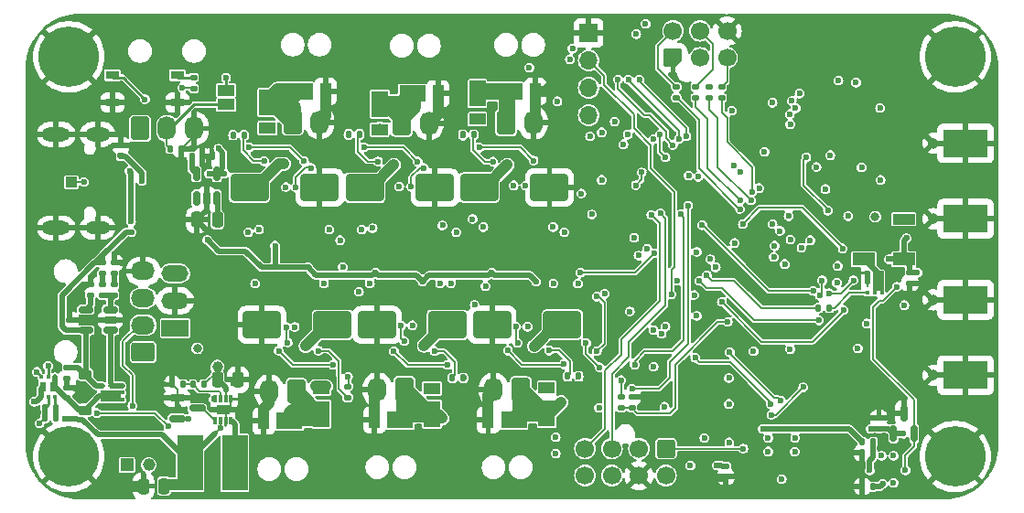
<source format=gbl>
G04 #@! TF.GenerationSoftware,KiCad,Pcbnew,8.0.3*
G04 #@! TF.CreationDate,2024-07-31T22:39:35+02:00*
G04 #@! TF.ProjectId,hw-tele-stern,68772d74-656c-4652-9d73-7465726e2e6b,rev2 w/ output diodes*
G04 #@! TF.SameCoordinates,Original*
G04 #@! TF.FileFunction,Copper,L6,Bot*
G04 #@! TF.FilePolarity,Positive*
%FSLAX46Y46*%
G04 Gerber Fmt 4.6, Leading zero omitted, Abs format (unit mm)*
G04 Created by KiCad (PCBNEW 8.0.3) date 2024-07-31 22:39:35*
%MOMM*%
%LPD*%
G01*
G04 APERTURE LIST*
G04 Aperture macros list*
%AMRoundRect*
0 Rectangle with rounded corners*
0 $1 Rounding radius*
0 $2 $3 $4 $5 $6 $7 $8 $9 X,Y pos of 4 corners*
0 Add a 4 corners polygon primitive as box body*
4,1,4,$2,$3,$4,$5,$6,$7,$8,$9,$2,$3,0*
0 Add four circle primitives for the rounded corners*
1,1,$1+$1,$2,$3*
1,1,$1+$1,$4,$5*
1,1,$1+$1,$6,$7*
1,1,$1+$1,$8,$9*
0 Add four rect primitives between the rounded corners*
20,1,$1+$1,$2,$3,$4,$5,0*
20,1,$1+$1,$4,$5,$6,$7,0*
20,1,$1+$1,$6,$7,$8,$9,0*
20,1,$1+$1,$8,$9,$2,$3,0*%
%AMFreePoly0*
4,1,22,0.695671,0.830970,0.776777,0.776777,0.830970,0.695671,0.850000,0.600000,0.850000,-0.600000,0.830970,-0.695671,0.776777,-0.776777,0.695671,-0.830970,0.600000,-0.850000,-0.200000,-0.850000,-0.295671,-0.830970,-0.376777,-0.776777,-0.776777,-0.376777,-0.830970,-0.295671,-0.850000,-0.200000,-0.850000,0.600000,-0.830970,0.695671,-0.776777,0.776777,-0.695671,0.830970,-0.600000,0.850000,
0.600000,0.850000,0.695671,0.830970,0.695671,0.830970,$1*%
%AMFreePoly1*
4,1,15,1.100000,0.175000,0.750000,0.175000,0.750000,-0.175000,1.100000,-0.175000,1.100000,-0.475000,0.750000,-0.475000,-0.750000,-0.475000,-1.100000,-0.475000,-1.100000,-0.175000,-0.750000,-0.175000,-0.750000,0.175000,-1.100000,0.175000,-1.100000,0.475000,1.100000,0.475000,1.100000,0.175000,1.100000,0.175000,$1*%
G04 Aperture macros list end*
G04 #@! TA.AperFunction,SMDPad,CuDef*
%ADD10RoundRect,0.147500X0.172500X-0.147500X0.172500X0.147500X-0.172500X0.147500X-0.172500X-0.147500X0*%
G04 #@! TD*
G04 #@! TA.AperFunction,ComponentPad*
%ADD11R,2.500000X1.500000*%
G04 #@! TD*
G04 #@! TA.AperFunction,ComponentPad*
%ADD12O,2.500000X1.500000*%
G04 #@! TD*
G04 #@! TA.AperFunction,ComponentPad*
%ADD13R,1.150000X1.150000*%
G04 #@! TD*
G04 #@! TA.AperFunction,ComponentPad*
%ADD14C,1.150000*%
G04 #@! TD*
G04 #@! TA.AperFunction,SMDPad,CuDef*
%ADD15R,4.190000X2.665000*%
G04 #@! TD*
G04 #@! TA.AperFunction,SMDPad,CuDef*
%ADD16R,0.890000X0.460000*%
G04 #@! TD*
G04 #@! TA.AperFunction,ComponentPad*
%ADD17C,0.970000*%
G04 #@! TD*
G04 #@! TA.AperFunction,ComponentPad*
%ADD18RoundRect,0.250000X0.850000X0.600000X-0.850000X0.600000X-0.850000X-0.600000X0.850000X-0.600000X0*%
G04 #@! TD*
G04 #@! TA.AperFunction,ComponentPad*
%ADD19O,2.200000X1.700000*%
G04 #@! TD*
G04 #@! TA.AperFunction,ComponentPad*
%ADD20C,5.600000*%
G04 #@! TD*
G04 #@! TA.AperFunction,ComponentPad*
%ADD21RoundRect,0.250000X-0.600000X0.850000X-0.600000X-0.850000X0.600000X-0.850000X0.600000X0.850000X0*%
G04 #@! TD*
G04 #@! TA.AperFunction,ComponentPad*
%ADD22O,1.700000X2.200000*%
G04 #@! TD*
G04 #@! TA.AperFunction,ComponentPad*
%ADD23FreePoly0,90.000000*%
G04 #@! TD*
G04 #@! TA.AperFunction,ComponentPad*
%ADD24C,1.700000*%
G04 #@! TD*
G04 #@! TA.AperFunction,ComponentPad*
%ADD25O,2.600000X1.300000*%
G04 #@! TD*
G04 #@! TA.AperFunction,ComponentPad*
%ADD26O,2.300000X1.200000*%
G04 #@! TD*
G04 #@! TA.AperFunction,ComponentPad*
%ADD27O,2.300000X1.300000*%
G04 #@! TD*
G04 #@! TA.AperFunction,ComponentPad*
%ADD28R,1.700000X1.700000*%
G04 #@! TD*
G04 #@! TA.AperFunction,ComponentPad*
%ADD29O,1.700000X1.700000*%
G04 #@! TD*
G04 #@! TA.AperFunction,ComponentPad*
%ADD30RoundRect,0.250000X0.600000X-0.850000X0.600000X0.850000X-0.600000X0.850000X-0.600000X-0.850000X0*%
G04 #@! TD*
G04 #@! TA.AperFunction,ComponentPad*
%ADD31RoundRect,0.250000X-0.600000X0.600000X-0.600000X-0.600000X0.600000X-0.600000X0.600000X0.600000X0*%
G04 #@! TD*
G04 #@! TA.AperFunction,SMDPad,CuDef*
%ADD32RoundRect,0.250000X-1.500000X-1.000000X1.500000X-1.000000X1.500000X1.000000X-1.500000X1.000000X0*%
G04 #@! TD*
G04 #@! TA.AperFunction,SMDPad,CuDef*
%ADD33R,2.000000X1.200000*%
G04 #@! TD*
G04 #@! TA.AperFunction,SMDPad,CuDef*
%ADD34R,2.000000X1.000000*%
G04 #@! TD*
G04 #@! TA.AperFunction,SMDPad,CuDef*
%ADD35RoundRect,0.135000X0.185000X-0.135000X0.185000X0.135000X-0.185000X0.135000X-0.185000X-0.135000X0*%
G04 #@! TD*
G04 #@! TA.AperFunction,SMDPad,CuDef*
%ADD36RoundRect,0.250000X-0.250000X-0.475000X0.250000X-0.475000X0.250000X0.475000X-0.250000X0.475000X0*%
G04 #@! TD*
G04 #@! TA.AperFunction,SMDPad,CuDef*
%ADD37RoundRect,0.135000X-0.135000X-0.185000X0.135000X-0.185000X0.135000X0.185000X-0.135000X0.185000X0*%
G04 #@! TD*
G04 #@! TA.AperFunction,SMDPad,CuDef*
%ADD38RoundRect,0.140000X-0.170000X0.140000X-0.170000X-0.140000X0.170000X-0.140000X0.170000X0.140000X0*%
G04 #@! TD*
G04 #@! TA.AperFunction,SMDPad,CuDef*
%ADD39RoundRect,0.225000X0.375000X-0.225000X0.375000X0.225000X-0.375000X0.225000X-0.375000X-0.225000X0*%
G04 #@! TD*
G04 #@! TA.AperFunction,SMDPad,CuDef*
%ADD40RoundRect,0.135000X-0.185000X0.135000X-0.185000X-0.135000X0.185000X-0.135000X0.185000X0.135000X0*%
G04 #@! TD*
G04 #@! TA.AperFunction,SMDPad,CuDef*
%ADD41R,1.200000X0.800000*%
G04 #@! TD*
G04 #@! TA.AperFunction,SMDPad,CuDef*
%ADD42RoundRect,0.135000X0.135000X0.185000X-0.135000X0.185000X-0.135000X-0.185000X0.135000X-0.185000X0*%
G04 #@! TD*
G04 #@! TA.AperFunction,SMDPad,CuDef*
%ADD43RoundRect,0.140000X0.170000X-0.140000X0.170000X0.140000X-0.170000X0.140000X-0.170000X-0.140000X0*%
G04 #@! TD*
G04 #@! TA.AperFunction,SMDPad,CuDef*
%ADD44R,2.400000X1.500000*%
G04 #@! TD*
G04 #@! TA.AperFunction,SMDPad,CuDef*
%ADD45R,1.050000X1.500000*%
G04 #@! TD*
G04 #@! TA.AperFunction,SMDPad,CuDef*
%ADD46RoundRect,0.150000X0.512500X0.150000X-0.512500X0.150000X-0.512500X-0.150000X0.512500X-0.150000X0*%
G04 #@! TD*
G04 #@! TA.AperFunction,SMDPad,CuDef*
%ADD47R,1.500000X2.400000*%
G04 #@! TD*
G04 #@! TA.AperFunction,SMDPad,CuDef*
%ADD48R,1.500000X1.050000*%
G04 #@! TD*
G04 #@! TA.AperFunction,SMDPad,CuDef*
%ADD49RoundRect,0.250000X1.500000X1.000000X-1.500000X1.000000X-1.500000X-1.000000X1.500000X-1.000000X0*%
G04 #@! TD*
G04 #@! TA.AperFunction,SMDPad,CuDef*
%ADD50R,0.300000X0.350000*%
G04 #@! TD*
G04 #@! TA.AperFunction,SMDPad,CuDef*
%ADD51R,0.235000X0.870000*%
G04 #@! TD*
G04 #@! TA.AperFunction,SMDPad,CuDef*
%ADD52FreePoly1,90.000000*%
G04 #@! TD*
G04 #@! TA.AperFunction,SMDPad,CuDef*
%ADD53RoundRect,0.147500X-0.172500X0.147500X-0.172500X-0.147500X0.172500X-0.147500X0.172500X0.147500X0*%
G04 #@! TD*
G04 #@! TA.AperFunction,SMDPad,CuDef*
%ADD54R,0.350000X0.300000*%
G04 #@! TD*
G04 #@! TA.AperFunction,SMDPad,CuDef*
%ADD55R,0.870000X0.235000*%
G04 #@! TD*
G04 #@! TA.AperFunction,SMDPad,CuDef*
%ADD56FreePoly1,0.000000*%
G04 #@! TD*
G04 #@! TA.AperFunction,SMDPad,CuDef*
%ADD57R,0.300000X0.750000*%
G04 #@! TD*
G04 #@! TA.AperFunction,SMDPad,CuDef*
%ADD58R,1.300000X0.900000*%
G04 #@! TD*
G04 #@! TA.AperFunction,SMDPad,CuDef*
%ADD59RoundRect,0.150000X0.150000X-0.512500X0.150000X0.512500X-0.150000X0.512500X-0.150000X-0.512500X0*%
G04 #@! TD*
G04 #@! TA.AperFunction,SMDPad,CuDef*
%ADD60R,2.350000X5.100000*%
G04 #@! TD*
G04 #@! TA.AperFunction,SMDPad,CuDef*
%ADD61RoundRect,0.150000X0.150000X-0.587500X0.150000X0.587500X-0.150000X0.587500X-0.150000X-0.587500X0*%
G04 #@! TD*
G04 #@! TA.AperFunction,SMDPad,CuDef*
%ADD62RoundRect,0.140000X0.140000X0.170000X-0.140000X0.170000X-0.140000X-0.170000X0.140000X-0.170000X0*%
G04 #@! TD*
G04 #@! TA.AperFunction,SMDPad,CuDef*
%ADD63RoundRect,0.150000X-0.587500X-0.150000X0.587500X-0.150000X0.587500X0.150000X-0.587500X0.150000X0*%
G04 #@! TD*
G04 #@! TA.AperFunction,SMDPad,CuDef*
%ADD64RoundRect,0.140000X-0.140000X-0.170000X0.140000X-0.170000X0.140000X0.170000X-0.140000X0.170000X0*%
G04 #@! TD*
G04 #@! TA.AperFunction,SMDPad,CuDef*
%ADD65R,0.300000X0.325000*%
G04 #@! TD*
G04 #@! TA.AperFunction,SMDPad,CuDef*
%ADD66R,0.613000X0.950000*%
G04 #@! TD*
G04 #@! TA.AperFunction,SMDPad,CuDef*
%ADD67R,1.000000X1.000000*%
G04 #@! TD*
G04 #@! TA.AperFunction,SMDPad,CuDef*
%ADD68R,1.500000X1.000000*%
G04 #@! TD*
G04 #@! TA.AperFunction,SMDPad,CuDef*
%ADD69RoundRect,0.250000X0.250000X0.475000X-0.250000X0.475000X-0.250000X-0.475000X0.250000X-0.475000X0*%
G04 #@! TD*
G04 #@! TA.AperFunction,ViaPad*
%ADD70C,0.600000*%
G04 #@! TD*
G04 #@! TA.AperFunction,ViaPad*
%ADD71C,1.000000*%
G04 #@! TD*
G04 #@! TA.AperFunction,ViaPad*
%ADD72C,0.800000*%
G04 #@! TD*
G04 #@! TA.AperFunction,Conductor*
%ADD73C,0.200000*%
G04 #@! TD*
G04 #@! TA.AperFunction,Conductor*
%ADD74C,0.250000*%
G04 #@! TD*
G04 #@! TA.AperFunction,Conductor*
%ADD75C,0.500000*%
G04 #@! TD*
G04 #@! TA.AperFunction,Conductor*
%ADD76C,1.000000*%
G04 #@! TD*
G04 #@! TA.AperFunction,Conductor*
%ADD77C,1.500000*%
G04 #@! TD*
G04 APERTURE END LIST*
D10*
X94558895Y-102868823D03*
X94558895Y-101898823D03*
D11*
X101276395Y-105946323D03*
D12*
X101276395Y-103406323D03*
X101276395Y-100866323D03*
D13*
X96851895Y-118613823D03*
D14*
X98858895Y-118613823D03*
D15*
X174423895Y-95806323D03*
X174423895Y-88821323D03*
D16*
X171883895Y-95806323D03*
X171883895Y-88821323D03*
D17*
X171438895Y-95806323D03*
X171438895Y-88821323D03*
D18*
X98331395Y-108163823D03*
D19*
X98331395Y-105663823D03*
X98331395Y-103163823D03*
X98331395Y-100663823D03*
D20*
X91458895Y-80813823D03*
D21*
X122506863Y-111631359D03*
D22*
X120006863Y-111631359D03*
D23*
X147358895Y-80913823D03*
D24*
X149858895Y-80913823D03*
X152358895Y-80913823D03*
X147358895Y-78413823D03*
X149858895Y-78413823D03*
X152358895Y-78413823D03*
D21*
X112506863Y-111806359D03*
D22*
X110006863Y-111806359D03*
D20*
X91458895Y-117813823D03*
D25*
X90290000Y-96652000D03*
D26*
X94115000Y-96652000D03*
D25*
X90290000Y-88012000D03*
D27*
X94115000Y-88012000D03*
D28*
X139558895Y-78613823D03*
D29*
X139558895Y-81153823D03*
X139558895Y-83693823D03*
X139558895Y-86233823D03*
D21*
X133256863Y-111646359D03*
D22*
X130756863Y-111646359D03*
D20*
X173458895Y-80813823D03*
D17*
X171438895Y-103321323D03*
X171438895Y-110306323D03*
D16*
X171883895Y-103321323D03*
X171883895Y-110306323D03*
D15*
X174423895Y-103321323D03*
X174423895Y-110306323D03*
D30*
X131913895Y-86901323D03*
D22*
X134413895Y-86901323D03*
D31*
X146708895Y-117093823D03*
D24*
X144208895Y-117093823D03*
X141708895Y-117093823D03*
X139208895Y-117093823D03*
X146708895Y-119593823D03*
X144208895Y-119593823D03*
X141708895Y-119593823D03*
X139208895Y-119593823D03*
D20*
X173458895Y-117813823D03*
D30*
X98038895Y-87453823D03*
D22*
X100538895Y-87453823D03*
X103038895Y-87453823D03*
D30*
X122263895Y-86971323D03*
D22*
X124763895Y-86971323D03*
D30*
X112163895Y-86871323D03*
D22*
X114663895Y-86871323D03*
D32*
X129426395Y-92921323D03*
X135926395Y-92921323D03*
D33*
X168708895Y-99563823D03*
X165008895Y-99563823D03*
D34*
X168708895Y-95863823D03*
D35*
X93458895Y-102908823D03*
X93458895Y-101888823D03*
D36*
X105196395Y-110713823D03*
X107096395Y-110713823D03*
D37*
X106659160Y-88082255D03*
X107679160Y-88082255D03*
D38*
X169258895Y-100833823D03*
X169258895Y-101793823D03*
D39*
X92964000Y-113536000D03*
X92964000Y-110236000D03*
D40*
X147658895Y-83603823D03*
X147658895Y-84623823D03*
D41*
X101500000Y-82510000D03*
X101500000Y-85050000D03*
X95500000Y-85050000D03*
X95500000Y-82510000D03*
D40*
X94558895Y-99888823D03*
X94558895Y-100908823D03*
D42*
X138622889Y-110400741D03*
X137602889Y-110400741D03*
D35*
X95658895Y-100908823D03*
X95658895Y-99888823D03*
D43*
X91310000Y-112390000D03*
X91310000Y-111430000D03*
D42*
X127968170Y-110569126D03*
X126948170Y-110569126D03*
D44*
X111856863Y-114546359D03*
D45*
X109481863Y-114546359D03*
D46*
X95296395Y-104233823D03*
X95296395Y-105183823D03*
X95296395Y-106133823D03*
X93021395Y-106133823D03*
X93021395Y-104233823D03*
D47*
X114833035Y-113893793D03*
D48*
X114833035Y-111518793D03*
D49*
X115826863Y-105631359D03*
X109326863Y-105631359D03*
D42*
X103946395Y-111163823D03*
X102926395Y-111163823D03*
D40*
X117256863Y-111336359D03*
X117256863Y-112356359D03*
X91310000Y-109560000D03*
X91310000Y-110580000D03*
D43*
X91558895Y-106143823D03*
X91558895Y-105183823D03*
D35*
X103000000Y-83760000D03*
X103000000Y-82740000D03*
D44*
X123238895Y-84231323D03*
D45*
X125613895Y-84231323D03*
D49*
X137115002Y-105616969D03*
X130615002Y-105616969D03*
D47*
X129263895Y-84231323D03*
D48*
X129263895Y-86606323D03*
D50*
X165383895Y-102688823D03*
D51*
X165383895Y-101723823D03*
D50*
X165383895Y-100838823D03*
D52*
X166358895Y-101763823D03*
D53*
X95658895Y-101913823D03*
X95658895Y-102883823D03*
D36*
X98358895Y-120563823D03*
X100258895Y-120563823D03*
D47*
X125056863Y-113896359D03*
D48*
X125056863Y-111521359D03*
D40*
X150708895Y-83603823D03*
X150708895Y-84623823D03*
D32*
X118833895Y-92931323D03*
X125333895Y-92931323D03*
D44*
X122106863Y-114446359D03*
D45*
X119731863Y-114446359D03*
D54*
X94558895Y-111288823D03*
D55*
X95523895Y-111288823D03*
D54*
X96408895Y-111288823D03*
D56*
X95483895Y-112263823D03*
D42*
X102046395Y-111163823D03*
X101026395Y-111163823D03*
D57*
X106458895Y-114513823D03*
X105958895Y-114513823D03*
X105458895Y-114513823D03*
X104958895Y-114513823D03*
X104958895Y-112513823D03*
X105458895Y-112513823D03*
X105958895Y-112513823D03*
X106458895Y-112513823D03*
D58*
X105708895Y-113513823D03*
D59*
X105158895Y-93913823D03*
X104208895Y-93913823D03*
X103258895Y-93913823D03*
X103258895Y-91638823D03*
X105158895Y-91638823D03*
D60*
X102683895Y-118413823D03*
X106833895Y-118413823D03*
D40*
X149458895Y-83603823D03*
X149458895Y-84623823D03*
D37*
X127904124Y-88025469D03*
X128924124Y-88025469D03*
D61*
X169658895Y-115701323D03*
X167758895Y-115701323D03*
X168708895Y-113826323D03*
D62*
X105688895Y-90076323D03*
X104728895Y-90076323D03*
D63*
X101471395Y-114313823D03*
X101471395Y-112413823D03*
X103346395Y-113363823D03*
D44*
X112838895Y-84031323D03*
D45*
X115213895Y-84031323D03*
D62*
X165838895Y-120613823D03*
X164878895Y-120613823D03*
D42*
X161818895Y-104063823D03*
X160798895Y-104063823D03*
D43*
X166408895Y-115243823D03*
X166408895Y-114283823D03*
D42*
X165868895Y-116463823D03*
X164848895Y-116463823D03*
D64*
X102828895Y-90076323D03*
X103788895Y-90076323D03*
D62*
X90220000Y-113288823D03*
X89260000Y-113288823D03*
D47*
X109813895Y-85056323D03*
D48*
X109813895Y-87431323D03*
D62*
X165838895Y-117513823D03*
X164878895Y-117513823D03*
D38*
X152258895Y-118733823D03*
X152258895Y-119693823D03*
D65*
X90183500Y-112313823D03*
X89533500Y-112313823D03*
X88883500Y-112313823D03*
D66*
X89067000Y-111388823D03*
D65*
X88883500Y-110463823D03*
X89533500Y-110463823D03*
D66*
X90000000Y-111388823D03*
D65*
X90183500Y-110463823D03*
D44*
X132238895Y-84031323D03*
D45*
X134613895Y-84031323D03*
D40*
X151858895Y-83603823D03*
X151858895Y-84623823D03*
D35*
X143558895Y-113323823D03*
X143558895Y-112303823D03*
D47*
X120213895Y-85181323D03*
D48*
X120213895Y-87556323D03*
D67*
X91694000Y-92436350D03*
D68*
X106000000Y-85250000D03*
X106000000Y-83950000D03*
D43*
X96258895Y-89993823D03*
X96258895Y-89033823D03*
D37*
X100834722Y-89326613D03*
X101854722Y-89326613D03*
X117344385Y-88008264D03*
X118364385Y-88008264D03*
D40*
X142558895Y-112303823D03*
X142558895Y-113323823D03*
D47*
X135656863Y-113846359D03*
D48*
X135656863Y-111471359D03*
D32*
X108172395Y-92927823D03*
X114672395Y-92927823D03*
D42*
X90250000Y-114288823D03*
X89230000Y-114288823D03*
D69*
X105208895Y-95913823D03*
X103308895Y-95913823D03*
D44*
X132631863Y-114446359D03*
D45*
X130256863Y-114446359D03*
D49*
X126476863Y-105631359D03*
X119976863Y-105631359D03*
D70*
X105463895Y-102908823D03*
X107078895Y-95053823D03*
X131558895Y-100313823D03*
X125031697Y-96427963D03*
X144958895Y-106613823D03*
X133662473Y-106995749D03*
X116808895Y-94933823D03*
X159558895Y-78213823D03*
X159858895Y-83913823D03*
X95640219Y-91530699D03*
X111679895Y-91785323D03*
X99458895Y-92313823D03*
X132776006Y-91563434D03*
X95458895Y-95513823D03*
X104208895Y-92763823D03*
X162908895Y-92463823D03*
X113308895Y-98313823D03*
X109058895Y-97813823D03*
X122216902Y-91628165D03*
X167570000Y-105790000D03*
X96583395Y-115113823D03*
X159308895Y-119013823D03*
X169958895Y-101813823D03*
X117308895Y-113563823D03*
X168708895Y-112463823D03*
X160458895Y-79613823D03*
X163858895Y-92413823D03*
D71*
X162958895Y-87213823D03*
X135413895Y-92231323D03*
X161258895Y-85613823D03*
D70*
X156633395Y-86963823D03*
X165058895Y-80513823D03*
X161919484Y-100853234D03*
X142658895Y-86213823D03*
X132558895Y-95813823D03*
X155000000Y-96500000D03*
X166658895Y-108413823D03*
X100058895Y-116813823D03*
X160058895Y-120363823D03*
X133558895Y-102563823D03*
X167558895Y-93713823D03*
X151458895Y-119913823D03*
X160058895Y-117913823D03*
X93658895Y-101113823D03*
X139358895Y-90313823D03*
X112308895Y-102563823D03*
X93758895Y-105183823D03*
X129808895Y-97563823D03*
X115308895Y-100313823D03*
X155258895Y-78426323D03*
X114558895Y-96813823D03*
X123449129Y-106961944D03*
X162158895Y-80513823D03*
X165628895Y-114283823D03*
D71*
X114672395Y-92927823D03*
D70*
X168858895Y-108413823D03*
X163658895Y-100613823D03*
X99958895Y-90013823D03*
X164158895Y-103913823D03*
X163158895Y-80513823D03*
X136558895Y-100313823D03*
X169608895Y-109438823D03*
X104208895Y-95013823D03*
D71*
X130615002Y-105616969D03*
D70*
X120308895Y-101813823D03*
X168058895Y-82813823D03*
X156258895Y-78378823D03*
X164208895Y-120613823D03*
X142679797Y-103714099D03*
X106758895Y-113513823D03*
X152250000Y-94750000D03*
X165348893Y-100873825D03*
X149958895Y-95013823D03*
X92658895Y-102413823D03*
X97058895Y-120563823D03*
X158208895Y-91213823D03*
X164158895Y-80513823D03*
X95358895Y-89213823D03*
X168000000Y-103000000D03*
D71*
X119976863Y-105631359D03*
D70*
X149758895Y-97863823D03*
X127058895Y-85313823D03*
X157957895Y-81813823D03*
X123058895Y-102563823D03*
X146258895Y-110113823D03*
X156558895Y-86063823D03*
X141358895Y-108213823D03*
X100258895Y-111113823D03*
X141958895Y-104013823D03*
X112376863Y-106931359D03*
X139756863Y-112046359D03*
X157558895Y-111413823D03*
X100613895Y-96158823D03*
X164158895Y-105813823D03*
X144602276Y-85300772D03*
X95658895Y-99113823D03*
X139058895Y-103546359D03*
X157058895Y-83213823D03*
D71*
X135997284Y-83563823D03*
D70*
X146558895Y-112313823D03*
X126031161Y-100313823D03*
X104058895Y-96713823D03*
X99830000Y-82850000D03*
X109699074Y-101814586D03*
X159558895Y-106064923D03*
D71*
X162858895Y-85613823D03*
D70*
X168758895Y-83613823D03*
X164258895Y-117513823D03*
X154135035Y-108750000D03*
X102358895Y-95913823D03*
X143090254Y-93782463D03*
X111558895Y-98313823D03*
X97250000Y-85070000D03*
X92508895Y-111963823D03*
X147044789Y-107113823D03*
X135263895Y-96581323D03*
D71*
X161258895Y-87213823D03*
D70*
X168858895Y-110788823D03*
X170308895Y-86138823D03*
X128308895Y-113813823D03*
X131006863Y-102046359D03*
X96258895Y-88313823D03*
X145258895Y-87444153D03*
X96388895Y-105183823D03*
X120808895Y-100313823D03*
X96458895Y-99913823D03*
X101558895Y-113213823D03*
X140358895Y-94613823D03*
X166658895Y-110788823D03*
X141791738Y-91280980D03*
X117453895Y-85831323D03*
X140158895Y-89513823D03*
X149498395Y-112963823D03*
X118558895Y-97813823D03*
X106695861Y-111004758D03*
X167808895Y-113863823D03*
X107263895Y-85331323D03*
X144958895Y-108613823D03*
X104258895Y-90913823D03*
X140458895Y-103813823D03*
D71*
X125333895Y-92931323D03*
D70*
X154508895Y-88013823D03*
X148958895Y-119913823D03*
D71*
X109276863Y-105731359D03*
D70*
X166958895Y-82813823D03*
D72*
X166031951Y-97840767D03*
D70*
X146672004Y-94422004D03*
X90220000Y-113288823D03*
X88500000Y-110000000D03*
X97258895Y-97038823D03*
X105458895Y-115170871D03*
X102683895Y-118413823D03*
X88250000Y-112750000D03*
X91140000Y-114313823D03*
X134696395Y-101613823D03*
X104270000Y-97780000D03*
X98500000Y-84750000D03*
X159408895Y-111413823D03*
X130558895Y-100813823D03*
X127976863Y-110531359D03*
X117323895Y-88031323D03*
X106659160Y-88082255D03*
X119808895Y-100813823D03*
X156458895Y-113963823D03*
X110538895Y-98313823D03*
X113578895Y-100313823D03*
D71*
X105196395Y-109526323D03*
D70*
X138625002Y-110416969D03*
X127923895Y-88121323D03*
X117286863Y-110431359D03*
X124196395Y-101613823D03*
D72*
X103358895Y-107813823D03*
D70*
X156158895Y-116113823D03*
X136263895Y-96581323D03*
X143358619Y-104392921D03*
X168658895Y-115713823D03*
X109058895Y-96813823D03*
X119308895Y-101813823D03*
D72*
X166058895Y-95613823D03*
D70*
X168958895Y-97613823D03*
X162598306Y-100174412D03*
X158202662Y-87057590D03*
X108699074Y-101814586D03*
X119558895Y-96683823D03*
X166558895Y-92213823D03*
X162519484Y-101753234D03*
X104434759Y-91642401D03*
X167758895Y-117763823D03*
X164808895Y-91063823D03*
X169958895Y-100813823D03*
X143958895Y-78713823D03*
X156158895Y-117363823D03*
X161908895Y-89938823D03*
X139858895Y-95413823D03*
X138873001Y-93476548D03*
X145558895Y-109513823D03*
X167308895Y-99563823D03*
X125808895Y-101796359D03*
X142758895Y-88913823D03*
X154798306Y-108074412D03*
X115558895Y-96813823D03*
X166509995Y-85562723D03*
X141958895Y-86813823D03*
X151423895Y-118648823D03*
X141050426Y-102764923D03*
X146558895Y-113213823D03*
X130006863Y-102046359D03*
X105858895Y-91613823D03*
X166758895Y-120363823D03*
X145558895Y-88444153D03*
X126031697Y-96427963D03*
X167758895Y-120263823D03*
X143169484Y-88003234D03*
X140758895Y-87813823D03*
X144808895Y-77763823D03*
X165284395Y-105513823D03*
X165658895Y-115243823D03*
X156558895Y-85063823D03*
X162658895Y-83013823D03*
X158658895Y-116113823D03*
X164283895Y-83213823D03*
X166658895Y-117763823D03*
X148958895Y-118663823D03*
X115058895Y-101813823D03*
X105308895Y-89313823D03*
X129808895Y-96581323D03*
X158623895Y-117378823D03*
X106000000Y-82750000D03*
X136308895Y-101796359D03*
X159058895Y-84213823D03*
X152808895Y-85813823D03*
X161058895Y-115263823D03*
X97348895Y-113113823D03*
X155658895Y-115263823D03*
D71*
X124308895Y-107563823D03*
D70*
X126551363Y-105631359D03*
D71*
X113367233Y-107604496D03*
D70*
X115826863Y-105631359D03*
X137118081Y-105613890D03*
D71*
X134515002Y-107616969D03*
D70*
X108172395Y-92927823D03*
D71*
X111364895Y-90734823D03*
D70*
X118833895Y-92931323D03*
D71*
X121533895Y-90831323D03*
D70*
X129426395Y-92921323D03*
D71*
X132033895Y-90821323D03*
D70*
X147202662Y-102813823D03*
X104859393Y-112513823D03*
X102558895Y-114363823D03*
X88750000Y-114750000D03*
X101960000Y-83660000D03*
X89540000Y-109450000D03*
X103433395Y-113363823D03*
X145358514Y-95449545D03*
X146207990Y-95313823D03*
X150708895Y-83603823D03*
X95523895Y-111288823D03*
X94059403Y-113801667D03*
X100658895Y-115039321D03*
X126477363Y-109356359D03*
X121526863Y-108081359D03*
X122204824Y-105681858D03*
X122501363Y-107146359D03*
X148058895Y-95413823D03*
X143808895Y-109313823D03*
X125291863Y-108081359D03*
X115876863Y-109331359D03*
X110876863Y-108031359D03*
X111554824Y-105831857D03*
X148758895Y-94613823D03*
X111708657Y-107270851D03*
X143558895Y-111563823D03*
X114551863Y-108031359D03*
X132080002Y-108016969D03*
X137240002Y-109291969D03*
X132969926Y-107282335D03*
X132814502Y-105816969D03*
X140308895Y-103021574D03*
X140308895Y-108063823D03*
X135890002Y-108016969D03*
X113214895Y-90485323D03*
X108154895Y-89210323D03*
X143762629Y-97564923D03*
X113882804Y-91118598D03*
X112445537Y-92884824D03*
X109514895Y-90485323D03*
X123733895Y-90531323D03*
X118758895Y-89181323D03*
X123134395Y-92831323D03*
X144958895Y-98588323D03*
X124308395Y-91111677D03*
X120058895Y-90506323D03*
X142258895Y-82923823D03*
X147344171Y-88988323D03*
X134456910Y-90420823D03*
X129433895Y-89221323D03*
X144165128Y-99220056D03*
X133726895Y-92721323D03*
X130708395Y-90521323D03*
X143248895Y-82923823D03*
X147885728Y-88439894D03*
X156558895Y-96313823D03*
X129006863Y-103796359D03*
X153558895Y-94913823D03*
X153558895Y-94113823D03*
X154558895Y-94113823D03*
X154658895Y-93313823D03*
X157254218Y-96942673D03*
X116808895Y-100313823D03*
X138808895Y-100796359D03*
X145607795Y-99013823D03*
X149558895Y-98890199D03*
X116558895Y-97813823D03*
X153058895Y-98063823D03*
X127308895Y-97063823D03*
X150808895Y-99563823D03*
X137308895Y-97063823D03*
X151308895Y-100313823D03*
X140758895Y-92213823D03*
X155329270Y-92978635D03*
X143926469Y-92708076D03*
X144458895Y-91513823D03*
X152533895Y-112963823D03*
X152533895Y-110563823D03*
X158058895Y-95563823D03*
X150258895Y-116113823D03*
X168858895Y-119113823D03*
X168058895Y-102113823D03*
X158345378Y-84909806D03*
X158704414Y-85567717D03*
X160629196Y-91020634D03*
X161458895Y-93063823D03*
X158158895Y-86113823D03*
X158187224Y-107871508D03*
X163558895Y-95563823D03*
X150483895Y-101063823D03*
X149808895Y-101563823D03*
X160852662Y-105220056D03*
X163111308Y-104266236D03*
X151867986Y-103504732D03*
X157308541Y-112664177D03*
X152608712Y-108170575D03*
X149408395Y-108684323D03*
X156408895Y-112963823D03*
X148591749Y-88188323D03*
X144258895Y-82923823D03*
X164057590Y-101515128D03*
X161780000Y-102700000D03*
X161158022Y-101514697D03*
X160945555Y-102927163D03*
X146161610Y-87998633D03*
X146658895Y-90137156D03*
X160333395Y-102494715D03*
X150058895Y-96407491D03*
X153808895Y-96313823D03*
X163058895Y-98563823D03*
X97218895Y-96063823D03*
X97077391Y-91381819D03*
X126808895Y-101796359D03*
X146658895Y-105813823D03*
X118291611Y-102581107D03*
X145563387Y-106131049D03*
X146300797Y-106472245D03*
X138558895Y-101813823D03*
X108058895Y-97063823D03*
X149558895Y-104813823D03*
X118558895Y-96813823D03*
X149308895Y-102872756D03*
X147777162Y-101564923D03*
X128808895Y-95841323D03*
X126006863Y-114296359D03*
X114833035Y-113893793D03*
X137006863Y-112796359D03*
X111026275Y-84986159D03*
X121423777Y-85181323D03*
X130513895Y-84031323D03*
X103258895Y-93913823D03*
X105208895Y-95913823D03*
X105158895Y-93913823D03*
X152417370Y-105363780D03*
X137808895Y-81063823D03*
X153559416Y-91514344D03*
X138058895Y-80063823D03*
X152958374Y-90913302D03*
X165558895Y-119113823D03*
X164458895Y-107813823D03*
X168758895Y-103813823D03*
X158233413Y-97738341D03*
X157406395Y-119918823D03*
X152558895Y-116519323D03*
X159250000Y-98500000D03*
X159680286Y-90151339D03*
X160058895Y-97813823D03*
X161682622Y-95063823D03*
X153858895Y-117093823D03*
X96373895Y-90013823D03*
X98221395Y-92313823D03*
X92868236Y-92413823D03*
D71*
X125056863Y-111521359D03*
X114256863Y-111321359D03*
X135656863Y-111471359D03*
X109813895Y-87425823D03*
X120213895Y-87471823D03*
D70*
X129263895Y-86581323D03*
X136506863Y-117546359D03*
X157700500Y-100000000D03*
X156682580Y-99361056D03*
X136506863Y-116046359D03*
X140509395Y-113313823D03*
X156750000Y-98313823D03*
X155814670Y-89611672D03*
X134058895Y-81813823D03*
X148808895Y-91813823D03*
X139683895Y-88188823D03*
X136652166Y-84943052D03*
X149702662Y-91920056D03*
X133906863Y-105817467D03*
X132614472Y-92722863D03*
X142558895Y-110762723D03*
X112356863Y-105831857D03*
X139308895Y-107313823D03*
X140558895Y-109563823D03*
X123256863Y-105681857D03*
X111530836Y-92884824D03*
X122013895Y-92831323D03*
D73*
X161780000Y-102700000D02*
X162872718Y-102700000D01*
X162872718Y-102700000D02*
X164057590Y-101515128D01*
X102900000Y-83660000D02*
X103000000Y-83760000D01*
X101960000Y-83660000D02*
X102900000Y-83660000D01*
D74*
X95510000Y-85040000D02*
X95500000Y-85050000D01*
X101500000Y-84760000D02*
X101500000Y-85270000D01*
D75*
X107808895Y-98813823D02*
X109308895Y-100313823D01*
X105303823Y-98813823D02*
X107808895Y-98813823D01*
X104270000Y-97780000D02*
X105303823Y-98813823D01*
X109308895Y-100313823D02*
X110558895Y-100313823D01*
D74*
X89533500Y-109456500D02*
X89533500Y-110463823D01*
X89540000Y-109450000D02*
X89533500Y-109456500D01*
D75*
X90191267Y-111388823D02*
X90000000Y-111388823D01*
X91310000Y-112390000D02*
X91192444Y-112390000D01*
X91192444Y-112390000D02*
X90191267Y-111388823D01*
X92456000Y-113536000D02*
X91310000Y-112390000D01*
X92964000Y-113536000D02*
X92456000Y-113536000D01*
X91310000Y-111430000D02*
X91310000Y-110580000D01*
X92288000Y-109560000D02*
X91310000Y-109560000D01*
X92964000Y-110236000D02*
X92288000Y-109560000D01*
X91310000Y-111430000D02*
X91975072Y-111430000D01*
X91975072Y-111430000D02*
X92508895Y-111963823D01*
X104208895Y-92763823D02*
X104208895Y-93913823D01*
D76*
X135529784Y-84031323D02*
X134613895Y-84031323D01*
D75*
X109326863Y-105631359D02*
X109326863Y-105681359D01*
D76*
X110006863Y-111806359D02*
X110006863Y-112865855D01*
D73*
X106458895Y-113138823D02*
X106083895Y-113513823D01*
D75*
X164878895Y-120613823D02*
X164208895Y-120613823D01*
D73*
X105958895Y-114513823D02*
X105958895Y-113763823D01*
D76*
X125613895Y-86121323D02*
X125613895Y-84231323D01*
D73*
X146548895Y-112303823D02*
X146558895Y-112313823D01*
X101471395Y-112463823D02*
X101471395Y-111608823D01*
D75*
X95296395Y-105183823D02*
X93758895Y-105183823D01*
D73*
X106458895Y-112513823D02*
X106458895Y-113138823D01*
D75*
X168708895Y-113826323D02*
X167846395Y-113826323D01*
X96388895Y-105183823D02*
X95296395Y-105183823D01*
X106695861Y-111004758D02*
X106805460Y-111004758D01*
D73*
X106083895Y-113513823D02*
X105708895Y-113513823D01*
D75*
X165628895Y-114283823D02*
X166408895Y-114283823D01*
X165348893Y-100873825D02*
X165383895Y-100908827D01*
X165383895Y-101723823D02*
X165383895Y-101213823D01*
X104358895Y-90076323D02*
X104358895Y-90813823D01*
D76*
X134613895Y-84031323D02*
X134613895Y-86701323D01*
X124763895Y-86971323D02*
X125613895Y-86121323D01*
D75*
X104358895Y-90813823D02*
X104258895Y-90913823D01*
X167846395Y-113826323D02*
X167808895Y-113863823D01*
X165383895Y-101213823D02*
X165383895Y-100838823D01*
D73*
X101471395Y-111608823D02*
X101026395Y-111163823D01*
D75*
X93183895Y-101888823D02*
X92658895Y-102413823D01*
D73*
X96258895Y-89033823D02*
X96258895Y-88313823D01*
X101026395Y-111163823D02*
X100308895Y-111163823D01*
X101471395Y-112463823D02*
X101471395Y-113126323D01*
D75*
X103308895Y-95913823D02*
X102358895Y-95913823D01*
D73*
X100308895Y-111163823D02*
X100258895Y-111113823D01*
D75*
X167388895Y-114283823D02*
X167808895Y-113863823D01*
D73*
X143558895Y-112303823D02*
X146548895Y-112303823D01*
D75*
X95658895Y-99888823D02*
X95658895Y-99113823D01*
X95658895Y-99888823D02*
X96433895Y-99888823D01*
X168708895Y-113826323D02*
X168708895Y-112463823D01*
X166408895Y-114283823D02*
X167388895Y-114283823D01*
X93458895Y-101888823D02*
X93458895Y-101313823D01*
X105708895Y-113513823D02*
X106758895Y-113513823D01*
X93458895Y-101888823D02*
X93183895Y-101888823D01*
D73*
X101471395Y-113126323D02*
X101558895Y-113213823D01*
D76*
X114663895Y-86871323D02*
X115213895Y-86321323D01*
D75*
X104728895Y-90076323D02*
X104358895Y-90076323D01*
X104058895Y-96713823D02*
X103308895Y-95963823D01*
D73*
X105958895Y-113763823D02*
X105708895Y-113513823D01*
D75*
X152038895Y-119913823D02*
X152258895Y-119693823D01*
D73*
X101854722Y-89326613D02*
X103038895Y-88142440D01*
X103038895Y-88142440D02*
X103038895Y-87453823D01*
D76*
X98358895Y-120563823D02*
X97058895Y-120563823D01*
X130256863Y-112146359D02*
X130756863Y-111646359D01*
D75*
X93458895Y-101313823D02*
X93658895Y-101113823D01*
D76*
X115213895Y-86321323D02*
X115213895Y-84031323D01*
X120006863Y-111796359D02*
X119731863Y-112071359D01*
X120006863Y-111631359D02*
X120006863Y-111796359D01*
D75*
X109326863Y-105681359D02*
X109276863Y-105731359D01*
D76*
X109481863Y-113390855D02*
X109481863Y-114546359D01*
D75*
X169938895Y-101793823D02*
X169958895Y-101813823D01*
X104358895Y-90076323D02*
X103788895Y-90076323D01*
X151458895Y-119913823D02*
X152038895Y-119913823D01*
X96433895Y-99888823D02*
X96458895Y-99913823D01*
D76*
X130256863Y-114446359D02*
X130256863Y-112146359D01*
D75*
X103308895Y-95963823D02*
X103308895Y-95913823D01*
X106805460Y-111004758D02*
X107096395Y-110713823D01*
X164258895Y-117513823D02*
X164578895Y-117513823D01*
D76*
X135997284Y-83563823D02*
X135529784Y-84031323D01*
D75*
X104208895Y-95013823D02*
X104208895Y-93913823D01*
X165383895Y-100908827D02*
X165383895Y-101213823D01*
X93758895Y-105183823D02*
X91558895Y-105183823D01*
X103308895Y-95913823D02*
X104208895Y-95013823D01*
X169258895Y-101793823D02*
X169938895Y-101793823D01*
D76*
X134613895Y-86701323D02*
X134413895Y-86901323D01*
X119731863Y-112071359D02*
X119731863Y-114446359D01*
X110006863Y-112865855D02*
X109481863Y-113390855D01*
D75*
X90183500Y-110463823D02*
X90183500Y-111205323D01*
X95483895Y-112263823D02*
X94236177Y-112263823D01*
X94236177Y-112263823D02*
X92964000Y-113536000D01*
X90183500Y-111205323D02*
X90000000Y-111388823D01*
D74*
X90183500Y-113252323D02*
X90220000Y-113288823D01*
X88883500Y-110383500D02*
X88883500Y-110463823D01*
X88500000Y-110000000D02*
X88883500Y-110383500D01*
D75*
X90220000Y-113288823D02*
X90220000Y-114258823D01*
D74*
X90183500Y-112313823D02*
X90183500Y-113252323D01*
D75*
X90220000Y-114258823D02*
X90250000Y-114288823D01*
X90848895Y-102875511D02*
X90848895Y-105803823D01*
X96743945Y-97038823D02*
X97258895Y-97038823D01*
X91188895Y-106143823D02*
X91558895Y-106143823D01*
X94558895Y-99888823D02*
X94558895Y-99223873D01*
X94016823Y-111288823D02*
X92964000Y-110236000D01*
X93835583Y-99888823D02*
X90848895Y-102875511D01*
X93021395Y-106133823D02*
X91568895Y-106133823D01*
X93835583Y-99888823D02*
X93893945Y-99888823D01*
X93021395Y-110178605D02*
X93021395Y-106133823D01*
X91568895Y-106133823D02*
X91558895Y-106143823D01*
X94558895Y-99888823D02*
X93835583Y-99888823D01*
X93893945Y-99888823D02*
X94558895Y-99223873D01*
X92964000Y-110236000D02*
X93021395Y-110178605D01*
X94558895Y-99223873D02*
X96743945Y-97038823D01*
X90848895Y-105803823D02*
X91188895Y-106143823D01*
X94558895Y-111288823D02*
X94016823Y-111288823D01*
X102683895Y-118413823D02*
X102683895Y-117988823D01*
X91153823Y-114300000D02*
X91140000Y-114313823D01*
D76*
X100374372Y-120448346D02*
X102208365Y-120448346D01*
D75*
X88883500Y-112313823D02*
X88883500Y-111572323D01*
X92710000Y-114386000D02*
X92323882Y-114386000D01*
X88883500Y-111572323D02*
X89067000Y-111388823D01*
D73*
X105008895Y-115663823D02*
X105458895Y-115213823D01*
D75*
X94137823Y-115813823D02*
X92710000Y-114386000D01*
X102683895Y-118413823D02*
X100083895Y-115813823D01*
X88447323Y-112750000D02*
X88883500Y-112313823D01*
X102683895Y-117988823D02*
X105008895Y-115663823D01*
X92323882Y-114386000D02*
X92237882Y-114300000D01*
D73*
X105458895Y-115213823D02*
X105458895Y-114513823D01*
D75*
X100083895Y-115813823D02*
X94137823Y-115813823D01*
D76*
X100258895Y-120563823D02*
X100374372Y-120448346D01*
D75*
X88250000Y-112750000D02*
X88447323Y-112750000D01*
X92237882Y-114300000D02*
X91153823Y-114300000D01*
D73*
X105196395Y-109526323D02*
X105196395Y-109913823D01*
D75*
X105196395Y-109526323D02*
X105196395Y-110713823D01*
X124746395Y-101063823D02*
X124196395Y-101613823D01*
D73*
X105958895Y-112513823D02*
X105958895Y-111713823D01*
D75*
X110558895Y-98333823D02*
X110538895Y-98313823D01*
D73*
X159408895Y-111413823D02*
X156858895Y-113963823D01*
D75*
X130308895Y-101063823D02*
X124746395Y-101063823D01*
X119558895Y-101063823D02*
X114328895Y-101063823D01*
X105958895Y-111476323D02*
X105958895Y-111713823D01*
X119808895Y-100813823D02*
X120058895Y-101063823D01*
X130808895Y-101063823D02*
X134146395Y-101063823D01*
X110558895Y-100313823D02*
X113578895Y-100313823D01*
X130558895Y-100813823D02*
X130308895Y-101063823D01*
D74*
X95500000Y-82730000D02*
X96480000Y-82730000D01*
X96480000Y-82730000D02*
X98500000Y-84750000D01*
D75*
X110558895Y-100313823D02*
X110558895Y-98333823D01*
X120058895Y-101063823D02*
X123646395Y-101063823D01*
X130558895Y-100813823D02*
X130808895Y-101063823D01*
X105196395Y-110713823D02*
X105958895Y-111476323D01*
X123646395Y-101063823D02*
X124196395Y-101613823D01*
D73*
X156858895Y-113963823D02*
X156458895Y-113963823D01*
X117366863Y-110511359D02*
X117286863Y-110431359D01*
X105196395Y-109913823D02*
X103946395Y-111163823D01*
D75*
X119808895Y-100813823D02*
X119558895Y-101063823D01*
X134146395Y-101063823D02*
X134696395Y-101613823D01*
D73*
X117366863Y-111446359D02*
X117366863Y-110511359D01*
D75*
X114328895Y-101063823D02*
X113578895Y-100313823D01*
X105158895Y-91638823D02*
X105688895Y-91108823D01*
X151793895Y-118648823D02*
X151878895Y-118733823D01*
X167301395Y-115243823D02*
X167758895Y-115701323D01*
X168646395Y-115701323D02*
X168658895Y-115713823D01*
X169258895Y-100833823D02*
X169938895Y-100833823D01*
D74*
X106000000Y-83950000D02*
X106000000Y-82750000D01*
D75*
X165838895Y-120613823D02*
X166508895Y-120613823D01*
X167308895Y-99563823D02*
X168708895Y-99563823D01*
X167758895Y-115701323D02*
X168646395Y-115701323D01*
X166508895Y-120613823D02*
X166758895Y-120363823D01*
X168708895Y-97863823D02*
X168708895Y-99563823D01*
X105688895Y-91108823D02*
X105688895Y-90076323D01*
X105158895Y-91638823D02*
X105833895Y-91638823D01*
X166408895Y-115243823D02*
X167301395Y-115243823D01*
X168958895Y-97613823D02*
X168708895Y-97863823D01*
X151878895Y-118733823D02*
X152258895Y-118733823D01*
X165658895Y-115243823D02*
X166408895Y-115243823D01*
X169938895Y-100833823D02*
X169958895Y-100813823D01*
X151423895Y-118648823D02*
X151793895Y-118648823D01*
X105308895Y-89313823D02*
X105688895Y-89693823D01*
X104434759Y-91642401D02*
X104438337Y-91638823D01*
X105688895Y-89693823D02*
X105688895Y-90076323D01*
X105833895Y-91638823D02*
X105858895Y-91613823D01*
X104438337Y-91638823D02*
X105158895Y-91638823D01*
X169258895Y-100113823D02*
X169258895Y-100833823D01*
X168708895Y-99563823D02*
X169258895Y-100113823D01*
X102828895Y-91208823D02*
X103258895Y-91638823D01*
X102828895Y-90076323D02*
X102828895Y-91208823D01*
D73*
X97358895Y-113103823D02*
X97358895Y-110313823D01*
X97970145Y-105663823D02*
X98331395Y-105663823D01*
D75*
X155658895Y-115263823D02*
X161058895Y-115263823D01*
D73*
X97348895Y-113113823D02*
X97358895Y-113103823D01*
D75*
X161058895Y-115263823D02*
X163648895Y-115263823D01*
D73*
X96458895Y-109413823D02*
X96458895Y-107175073D01*
X97358895Y-110313823D02*
X96458895Y-109413823D01*
D75*
X163648895Y-115263823D02*
X164848895Y-116463823D01*
D73*
X96458895Y-107175073D02*
X97970145Y-105663823D01*
D76*
X126241359Y-105631359D02*
X124308895Y-107563823D01*
X126476863Y-105631359D02*
X126241359Y-105631359D01*
X113367233Y-107604496D02*
X115340370Y-105631359D01*
X115340370Y-105631359D02*
X115826863Y-105631359D01*
X136515002Y-105616969D02*
X134515002Y-107616969D01*
X137115002Y-105616969D02*
X136515002Y-105616969D01*
X110930395Y-90734823D02*
X108737395Y-92927823D01*
X108737395Y-92927823D02*
X108172395Y-92927823D01*
X111364895Y-90734823D02*
X110930395Y-90734823D01*
X118833895Y-92931323D02*
X119433895Y-92931323D01*
X119433895Y-92931323D02*
X121533895Y-90831323D01*
X129933895Y-92921323D02*
X132033895Y-90821323D01*
D73*
X145320722Y-91175650D02*
X145320722Y-89019153D01*
X147202662Y-102813823D02*
X147202662Y-100570056D01*
X143729803Y-87428234D02*
X143729803Y-86184731D01*
X143729803Y-86184731D02*
X140958895Y-83413823D01*
X147202662Y-100570056D02*
X147458895Y-100313823D01*
X147458895Y-100313823D02*
X147458895Y-93313823D01*
X145320722Y-89019153D02*
X143729803Y-87428234D01*
X147458895Y-93313823D02*
X145320722Y-91175650D01*
X140958895Y-82553823D02*
X139558895Y-81153823D01*
X140958895Y-83413823D02*
X140958895Y-82553823D01*
D75*
X95296395Y-103246323D02*
X95658895Y-102883823D01*
X95296395Y-104233823D02*
X95296395Y-103246323D01*
X95658895Y-102883823D02*
X94573895Y-102883823D01*
X94573895Y-102883823D02*
X94558895Y-102868823D01*
D73*
X102558895Y-114363823D02*
X101471395Y-114363823D01*
D75*
X106833895Y-114838823D02*
X106508895Y-114513823D01*
X106833895Y-118413823D02*
X106833895Y-114838823D01*
X94558895Y-101898823D02*
X94558895Y-100908823D01*
X95658895Y-101913823D02*
X95658895Y-100908823D01*
D74*
X89533500Y-113015323D02*
X89260000Y-113288823D01*
D75*
X89260000Y-114258823D02*
X89230000Y-114288823D01*
X89260000Y-113288823D02*
X89260000Y-114258823D01*
D73*
X89230000Y-114288823D02*
X89211177Y-114288823D01*
X89211177Y-114288823D02*
X88750000Y-114750000D01*
D74*
X89533500Y-112313823D02*
X89533500Y-113015323D01*
D73*
X103858895Y-113413823D02*
X104958895Y-114513823D01*
X103346395Y-113413823D02*
X103858895Y-113413823D01*
X105458895Y-111888823D02*
X105328895Y-111758823D01*
X103521395Y-111758823D02*
X102926395Y-111163823D01*
X105328895Y-111758823D02*
X103521395Y-111758823D01*
X102926395Y-111163823D02*
X102046395Y-111163823D01*
X105458895Y-112513823D02*
X105458895Y-111888823D01*
X142558895Y-108388823D02*
X141058895Y-109888823D01*
X141058895Y-109888823D02*
X141058895Y-115243823D01*
X146158895Y-96249926D02*
X146158895Y-103413823D01*
X141058895Y-115243823D02*
X139208895Y-117093823D01*
X146158895Y-103413823D02*
X142558895Y-107013823D01*
X145358514Y-95449545D02*
X146158895Y-96249926D01*
X142558895Y-107013823D02*
X142558895Y-108388823D01*
X146651062Y-95756895D02*
X146651062Y-103821656D01*
X143258895Y-107213823D02*
X143258895Y-108613823D01*
X146207990Y-95313823D02*
X146651062Y-95756895D01*
X146651062Y-103821656D02*
X143258895Y-107213823D01*
X141708895Y-110163823D02*
X141708895Y-117093823D01*
X143258895Y-108613823D02*
X141708895Y-110163823D01*
X145958895Y-79813823D02*
X147358895Y-78413823D01*
X147658895Y-83603823D02*
X145958895Y-81903823D01*
X145958895Y-81903823D02*
X145958895Y-79813823D01*
X149468895Y-83603823D02*
X151058895Y-82013823D01*
X149458895Y-83603823D02*
X149468895Y-83603823D01*
X151058895Y-79613823D02*
X149858895Y-78413823D01*
X151058895Y-82013823D02*
X151058895Y-79613823D01*
X151858895Y-83603823D02*
X152358895Y-83103823D01*
X152358895Y-83103823D02*
X152358895Y-80913823D01*
D75*
X96408895Y-111288823D02*
X95523895Y-111288823D01*
X95296395Y-111061323D02*
X95296395Y-106133823D01*
X95523895Y-111288823D02*
X95296395Y-111061323D01*
D73*
X99433397Y-113813823D02*
X100658895Y-115039321D01*
X94059403Y-113801667D02*
X94071559Y-113813823D01*
X94071559Y-113813823D02*
X99433397Y-113813823D01*
X122826863Y-109381359D02*
X126452363Y-109381359D01*
X126452363Y-109381359D02*
X126477363Y-109356359D01*
X121526863Y-108081359D02*
X122826863Y-109381359D01*
X143808895Y-109313823D02*
X143808895Y-108986005D01*
X122204824Y-105681858D02*
X122204824Y-106849820D01*
X148328762Y-95683690D02*
X148058895Y-95413823D01*
X143808895Y-108986005D02*
X144731077Y-108063823D01*
X122204824Y-106849820D02*
X122501363Y-107146359D01*
X144731077Y-108063823D02*
X147308895Y-108063823D01*
X147308895Y-108063823D02*
X148328762Y-107043956D01*
X148328762Y-107043956D02*
X148328762Y-95683690D01*
X126176863Y-108081359D02*
X125291863Y-108081359D01*
X126976863Y-110471359D02*
X127156863Y-110291359D01*
X127156863Y-110291359D02*
X127156863Y-109061359D01*
X127156863Y-109061359D02*
X126176863Y-108081359D01*
X112176863Y-109331359D02*
X110876863Y-108031359D01*
X115876863Y-109331359D02*
X112176863Y-109331359D01*
X111554824Y-107117018D02*
X111708657Y-107270851D01*
X147058895Y-109063823D02*
X148758895Y-107363823D01*
X111554824Y-105831857D02*
X111554824Y-107117018D01*
X146058895Y-111563823D02*
X147058895Y-110563823D01*
X147058895Y-110563823D02*
X147058895Y-109063823D01*
X148758895Y-107363823D02*
X148758895Y-94613823D01*
X143558895Y-111563823D02*
X146058895Y-111563823D01*
X115476863Y-108031359D02*
X114551863Y-108031359D01*
X117256863Y-112356359D02*
X116456863Y-111556359D01*
X116456863Y-110351359D02*
X116451863Y-110346359D01*
X116456863Y-111556359D02*
X116456863Y-110351359D01*
X116451863Y-110346359D02*
X116451863Y-109006359D01*
X116451863Y-109006359D02*
X115476863Y-108031359D01*
X132080002Y-108016969D02*
X133380002Y-109316969D01*
X133380002Y-109316969D02*
X137215002Y-109316969D01*
X141010495Y-107362223D02*
X140308895Y-108063823D01*
X141010495Y-103585342D02*
X141010495Y-107362223D01*
X140308895Y-103021574D02*
X140446727Y-103021574D01*
X140446727Y-103021574D02*
X141010495Y-103585342D01*
X132814502Y-105816969D02*
X132814502Y-107126911D01*
X132814502Y-107126911D02*
X132969926Y-107282335D01*
X137615002Y-110406969D02*
X137815002Y-110206969D01*
X136815002Y-108016969D02*
X135890002Y-108016969D01*
X137815002Y-109016969D02*
X136815002Y-108016969D01*
X137815002Y-110206969D02*
X137815002Y-109016969D01*
X111939895Y-89210323D02*
X108154895Y-89210323D01*
X113214895Y-90485323D02*
X111939895Y-89210323D01*
X113801129Y-91036923D02*
X113353925Y-91036923D01*
X113353925Y-91036923D02*
X112445537Y-91945311D01*
X113882804Y-91118598D02*
X113801129Y-91036923D01*
X112445537Y-91945311D02*
X112445537Y-92884824D01*
X107579895Y-89485323D02*
X107579895Y-88195323D01*
X107579895Y-88195323D02*
X107679895Y-88095323D01*
X109514895Y-90485323D02*
X108579895Y-90485323D01*
X108579895Y-90485323D02*
X107579895Y-89485323D01*
X123733895Y-90531323D02*
X122383895Y-89181323D01*
X122383895Y-89181323D02*
X118758895Y-89181323D01*
X123134395Y-92831323D02*
X123134395Y-91921453D01*
X123944171Y-91111677D02*
X124308395Y-91111677D01*
X123134395Y-91921453D02*
X123944171Y-91111677D01*
X118183895Y-88291323D02*
X118183895Y-89581323D01*
X118183895Y-89581323D02*
X119108895Y-90506323D01*
X118333895Y-88141323D02*
X118183895Y-88291323D01*
X119108895Y-90506323D02*
X120058895Y-90506323D01*
X145189973Y-86213823D02*
X146736610Y-87760460D01*
X146736610Y-87760460D02*
X146736610Y-88380762D01*
X146736610Y-88380762D02*
X147344171Y-88988323D01*
X144702860Y-86213823D02*
X145189973Y-86213823D01*
X142258895Y-82923823D02*
X142258895Y-83769858D01*
X142258895Y-83769858D02*
X144702860Y-86213823D01*
X134456910Y-90420823D02*
X133257410Y-89221323D01*
X133257410Y-89221323D02*
X129433895Y-89221323D01*
X128833895Y-88131323D02*
X128833895Y-89434496D01*
X128833895Y-89434496D02*
X129920722Y-90521323D01*
X129920722Y-90521323D02*
X130708395Y-90521323D01*
X143248895Y-83020980D02*
X147885728Y-87657813D01*
X143248895Y-82923823D02*
X143248895Y-83020980D01*
X147885728Y-87657813D02*
X147885728Y-88439894D01*
D75*
X93458895Y-102908823D02*
X93458895Y-103796323D01*
X93458895Y-103796323D02*
X93021395Y-104233823D01*
D73*
X153508895Y-94913823D02*
X149758895Y-91163823D01*
X149758895Y-91163823D02*
X149758895Y-86613823D01*
X153558895Y-94913823D02*
X153508895Y-94913823D01*
X149758895Y-86613823D02*
X147768895Y-84623823D01*
X147768895Y-84623823D02*
X147658895Y-84623823D01*
X150558895Y-86563823D02*
X149458895Y-85463823D01*
X149458895Y-85463823D02*
X149458895Y-84623823D01*
X153558895Y-94113823D02*
X150558895Y-91113823D01*
X150558895Y-91113823D02*
X150558895Y-86563823D01*
X151458895Y-86513823D02*
X150708895Y-85763823D01*
X150708895Y-85763823D02*
X150708895Y-84623823D01*
X151458895Y-91013823D02*
X151458895Y-86513823D01*
X154558895Y-94113823D02*
X151458895Y-91013823D01*
X152358895Y-88713823D02*
X152358895Y-86513823D01*
X152358895Y-86513823D02*
X151858895Y-86013823D01*
X154658895Y-93313823D02*
X154658895Y-91013823D01*
X151858895Y-86013823D02*
X151858895Y-84623823D01*
X154658895Y-91013823D02*
X152358895Y-88713823D01*
X143807795Y-100813823D02*
X143308895Y-100813823D01*
X143291431Y-100796359D02*
X138808895Y-100796359D01*
X145607795Y-99013823D02*
X143807795Y-100813823D01*
X143308895Y-100813823D02*
X143291431Y-100796359D01*
X144458895Y-91513823D02*
X144458895Y-92175650D01*
X144458895Y-92175650D02*
X143926469Y-92708076D01*
X168058895Y-102113823D02*
X166758895Y-103413823D01*
X169658895Y-116913823D02*
X169658895Y-115701323D01*
X168858895Y-117713823D02*
X169658895Y-116913823D01*
X165858895Y-104000650D02*
X165858895Y-108800650D01*
X166445722Y-103413823D02*
X165858895Y-104000650D01*
X166758895Y-103413823D02*
X166445722Y-103413823D01*
X165858895Y-108800650D02*
X169658895Y-112600650D01*
X169658895Y-112600650D02*
X169658895Y-115701323D01*
X168858895Y-119113823D02*
X168858895Y-117713823D01*
X150983895Y-101563823D02*
X153008895Y-101563823D01*
X150483895Y-101063823D02*
X150983895Y-101563823D01*
X153008895Y-101563823D02*
X155508895Y-104063823D01*
X155508895Y-104063823D02*
X160798895Y-104063823D01*
X150458895Y-102213823D02*
X151858895Y-102213823D01*
X149808895Y-101563823D02*
X150458895Y-102213823D01*
X154865128Y-105220056D02*
X160852662Y-105220056D01*
X151858895Y-102213823D02*
X154865128Y-105220056D01*
X160257295Y-107215423D02*
X163111308Y-104361410D01*
X163111308Y-104361410D02*
X163111308Y-104266236D01*
X155568370Y-107215423D02*
X160257295Y-107215423D01*
X151867986Y-103504732D02*
X151867986Y-103515039D01*
X151867986Y-103515039D02*
X155568370Y-107215423D01*
X156733895Y-112388823D02*
X157033187Y-112388823D01*
X152608712Y-108263640D02*
X156733895Y-112388823D01*
X157033187Y-112388823D02*
X157308541Y-112664177D01*
X152608712Y-108170575D02*
X152608712Y-108263640D01*
X149408395Y-108684323D02*
X149812895Y-109088823D01*
X152683895Y-109088823D02*
X156408895Y-112813823D01*
X156408895Y-112813823D02*
X156408895Y-112963823D01*
X149812895Y-109088823D02*
X152683895Y-109088823D01*
X144258895Y-82923823D02*
X144258895Y-83113823D01*
X144258895Y-83113823D02*
X148591749Y-87446677D01*
X148591749Y-87446677D02*
X148591749Y-88188323D01*
X161158022Y-102714696D02*
X160945555Y-102927163D01*
X161158022Y-101514697D02*
X161158022Y-102714696D01*
X146161610Y-87998633D02*
X146161610Y-89639871D01*
X146161610Y-89639871D02*
X146658895Y-90137156D01*
X156239787Y-102494715D02*
X160333395Y-102494715D01*
X150058895Y-96407491D02*
X150152563Y-96407491D01*
X150152563Y-96407491D02*
X156239787Y-102494715D01*
X163058895Y-98536005D02*
X159336713Y-94813823D01*
X159336713Y-94813823D02*
X155308895Y-94813823D01*
X163058895Y-98563823D02*
X163058895Y-98536005D01*
X155308895Y-94813823D02*
X153808895Y-96313823D01*
D75*
X97077391Y-91381819D02*
X97188382Y-91492810D01*
X97188382Y-91492810D02*
X97188382Y-96033310D01*
X97188382Y-96033310D02*
X97218895Y-96063823D01*
D77*
X125056863Y-113896359D02*
X122656863Y-113896359D01*
X122656863Y-113896359D02*
X122106863Y-114446359D01*
X122506863Y-114046359D02*
X122106863Y-114446359D01*
D76*
X125606863Y-113896359D02*
X126006863Y-114296359D01*
D77*
X122506863Y-111631359D02*
X122506863Y-114046359D01*
X124771863Y-113896359D02*
X122506863Y-111631359D01*
D76*
X125056863Y-113896359D02*
X125606863Y-113896359D01*
X111856863Y-114546359D02*
X114180469Y-114546359D01*
X112506863Y-113511791D02*
X113058895Y-114063823D01*
X111856863Y-113765855D02*
X112506863Y-113115855D01*
X114180469Y-114546359D02*
X114833035Y-113893793D01*
X112506863Y-111806359D02*
X112745601Y-111806359D01*
X112745601Y-111806359D02*
X114833035Y-113893793D01*
X112506863Y-112511791D02*
X113808895Y-113813823D01*
X112506863Y-113115855D02*
X112506863Y-111806359D01*
X112506863Y-111806359D02*
X112506863Y-112511791D01*
X111856863Y-114546359D02*
X111856863Y-113765855D01*
X112506863Y-113115855D02*
X112506863Y-113511791D01*
D77*
X135456863Y-113846359D02*
X133256863Y-111646359D01*
X133231863Y-113846359D02*
X132631863Y-114446359D01*
X133256863Y-111646359D02*
X133256863Y-113821359D01*
D76*
X135956863Y-113846359D02*
X137006863Y-112796359D01*
D77*
X135656863Y-113846359D02*
X133231863Y-113846359D01*
X133256863Y-113821359D02*
X132631863Y-114446359D01*
X135656863Y-113846359D02*
X135456863Y-113846359D01*
D76*
X135656863Y-113846359D02*
X135956863Y-113846359D01*
D77*
X109813895Y-85056323D02*
X110348895Y-85056323D01*
X110813895Y-84031323D02*
X112838895Y-84031323D01*
X109813895Y-85056323D02*
X109813895Y-85031323D01*
X112163895Y-85581323D02*
X112163895Y-86871323D01*
X111613895Y-85031323D02*
X112163895Y-85581323D01*
X110348895Y-85056323D02*
X112163895Y-86871323D01*
X112838895Y-84031323D02*
X112613895Y-84031323D01*
X109813895Y-85031323D02*
X110813895Y-84031323D01*
X112613895Y-84031323D02*
X111613895Y-85031323D01*
X123238895Y-85496323D02*
X122263895Y-86471323D01*
X122263895Y-86471323D02*
X120973895Y-85181323D01*
X120973895Y-85181323D02*
X120213895Y-85181323D01*
X123238895Y-84231323D02*
X123238895Y-85496323D01*
X122288895Y-85181323D02*
X123238895Y-84231323D01*
X120213895Y-85181323D02*
X122288895Y-85181323D01*
X130513895Y-84031323D02*
X132238895Y-84031323D01*
X132013895Y-86801323D02*
X131913895Y-86901323D01*
X132238895Y-84031323D02*
X132013895Y-84256323D01*
X129463895Y-84031323D02*
X130513895Y-84031323D01*
X129263895Y-84231323D02*
X129463895Y-84031323D01*
X132013895Y-84256323D02*
X132013895Y-86801323D01*
D75*
X105208895Y-93963823D02*
X105158895Y-93913823D01*
X105208895Y-95913823D02*
X105208895Y-93963823D01*
D73*
X144048895Y-113813823D02*
X143558895Y-113323823D01*
X152417370Y-105363780D02*
X151508938Y-105363780D01*
X147058895Y-113813823D02*
X144048895Y-113813823D01*
X151508938Y-105363780D02*
X147558895Y-109313823D01*
X147558895Y-113313823D02*
X147058895Y-113813823D01*
X142558895Y-113323823D02*
X143558895Y-113323823D01*
X147558895Y-109313823D02*
X147558895Y-113313823D01*
X165383895Y-102688823D02*
X163688895Y-102688823D01*
X162313895Y-104063823D02*
X163688895Y-102688823D01*
X161818895Y-104063823D02*
X162313895Y-104063823D01*
D75*
X166358895Y-100894584D02*
X166358895Y-101763823D01*
X165028134Y-99563823D02*
X166358895Y-100894584D01*
X165008895Y-99563823D02*
X165028134Y-99563823D01*
X165838895Y-117513823D02*
X165838895Y-117933823D01*
X165838895Y-117933823D02*
X165558895Y-118213823D01*
X165838895Y-116493823D02*
X165868895Y-116463823D01*
X165838895Y-117513823D02*
X165838895Y-116493823D01*
X165558895Y-118213823D02*
X165558895Y-119113823D01*
D73*
X161682622Y-94938189D02*
X159458895Y-92714462D01*
X159458895Y-90372730D02*
X159680286Y-90151339D01*
X159458895Y-92714462D02*
X159458895Y-90372730D01*
X153858895Y-117093823D02*
X146708895Y-117093823D01*
X161682622Y-95063823D02*
X161682622Y-94938189D01*
X91716527Y-92413823D02*
X92868236Y-92413823D01*
D75*
X98221395Y-91535873D02*
X98221395Y-92313823D01*
X96373895Y-90013823D02*
X96699345Y-90013823D01*
D73*
X91694000Y-92436350D02*
X91716527Y-92413823D01*
D75*
X96699345Y-90013823D02*
X98221395Y-91535873D01*
D76*
X115256863Y-111321359D02*
X114256863Y-111321359D01*
D73*
X100834722Y-89326613D02*
X100538895Y-89030786D01*
X140558895Y-109563823D02*
X139308895Y-108313823D01*
D74*
X103000000Y-85250000D02*
X100796177Y-87453823D01*
X106000000Y-85250000D02*
X103000000Y-85250000D01*
D73*
X142558895Y-110762723D02*
X142558895Y-112303823D01*
X139308895Y-108313823D02*
X139308895Y-107313823D01*
X100538895Y-89030786D02*
X100538895Y-87453823D01*
D74*
X100796177Y-87453823D02*
X100538895Y-87453823D01*
X102990000Y-82730000D02*
X103000000Y-82740000D01*
X101500000Y-82730000D02*
X102990000Y-82730000D01*
G04 #@! TA.AperFunction,Conductor*
G36*
X93686457Y-114069711D02*
G01*
X93718340Y-114095994D01*
X93753439Y-114136500D01*
X93761354Y-114145634D01*
X93870334Y-114215671D01*
X93994628Y-114252166D01*
X93994630Y-114252167D01*
X93994631Y-114252167D01*
X94124176Y-114252167D01*
X94124176Y-114252166D01*
X94248472Y-114215671D01*
X94357452Y-114145634D01*
X94390823Y-114107120D01*
X94449601Y-114069346D01*
X94484537Y-114064323D01*
X99278274Y-114064323D01*
X99345313Y-114084008D01*
X99365955Y-114100642D01*
X100172551Y-114907237D01*
X100206036Y-114968560D01*
X100207608Y-115012561D01*
X100203762Y-115039316D01*
X100203762Y-115039320D01*
X100203762Y-115039321D01*
X100204411Y-115043832D01*
X100222197Y-115167546D01*
X100254287Y-115237811D01*
X100264231Y-115306969D01*
X100235206Y-115370525D01*
X100176428Y-115408300D01*
X100141493Y-115413323D01*
X94355077Y-115413323D01*
X94288038Y-115393638D01*
X94267396Y-115377004D01*
X93238574Y-114348181D01*
X93205089Y-114286858D01*
X93210073Y-114217166D01*
X93251945Y-114161233D01*
X93317409Y-114136816D01*
X93326255Y-114136500D01*
X93374630Y-114136500D01*
X93374636Y-114136500D01*
X93447625Y-114125866D01*
X93516801Y-114092048D01*
X93569442Y-114066314D01*
X93571158Y-114069825D01*
X93618531Y-114053346D01*
X93686457Y-114069711D01*
G37*
G04 #@! TD.AperFunction*
G04 #@! TA.AperFunction,Conductor*
G36*
X106051434Y-114383508D02*
G01*
X106097189Y-114436312D01*
X106108395Y-114487823D01*
X106108395Y-114570844D01*
X106108895Y-114578474D01*
X106108895Y-114939695D01*
X106089210Y-115006734D01*
X106036406Y-115052489D01*
X105967248Y-115062433D01*
X105903692Y-115033408D01*
X105872101Y-114991207D01*
X105851846Y-114946856D01*
X105841777Y-114924808D01*
X105839178Y-114921809D01*
X105837532Y-114918205D01*
X105836984Y-114917351D01*
X105837106Y-114917272D01*
X105810157Y-114858255D01*
X105808895Y-114840611D01*
X105808895Y-114487823D01*
X105828580Y-114420784D01*
X105881384Y-114375029D01*
X105932895Y-114363823D01*
X105984395Y-114363823D01*
X106051434Y-114383508D01*
G37*
G04 #@! TD.AperFunction*
G04 #@! TA.AperFunction,Conductor*
G36*
X91503039Y-110349685D02*
G01*
X91548794Y-110402489D01*
X91560000Y-110454000D01*
X91560000Y-111180000D01*
X92114504Y-111180000D01*
X92077422Y-111052359D01*
X92077622Y-110982490D01*
X92082221Y-110969831D01*
X92127166Y-110815129D01*
X92128306Y-110808889D01*
X92130599Y-110809307D01*
X92151732Y-110753856D01*
X92207961Y-110712382D01*
X92277687Y-110707893D01*
X92338150Y-110741188D01*
X92367789Y-110770827D01*
X92460374Y-110816088D01*
X92480375Y-110825866D01*
X92553364Y-110836500D01*
X92946745Y-110836500D01*
X93013784Y-110856185D01*
X93034426Y-110872819D01*
X93692002Y-111530394D01*
X93692012Y-111530405D01*
X93696342Y-111534735D01*
X93696343Y-111534736D01*
X93770910Y-111609303D01*
X93862236Y-111662030D01*
X93964096Y-111689324D01*
X93964098Y-111689324D01*
X93967463Y-111689324D01*
X93970199Y-111690127D01*
X93972155Y-111690385D01*
X93972114Y-111690689D01*
X94034502Y-111709009D01*
X94080257Y-111761813D01*
X94090201Y-111830971D01*
X94061176Y-111894527D01*
X94029465Y-111920709D01*
X94014748Y-111929207D01*
X93990264Y-111943343D01*
X93990261Y-111943345D01*
X93034426Y-112899181D01*
X92973103Y-112932666D01*
X92946745Y-112935500D01*
X92553364Y-112935500D01*
X92530195Y-112938875D01*
X92500173Y-112943249D01*
X92430996Y-112933434D01*
X92394617Y-112908225D01*
X92108166Y-112621774D01*
X91806818Y-112320425D01*
X91773333Y-112259102D01*
X91770499Y-112232744D01*
X91770499Y-112212472D01*
X91790184Y-112145433D01*
X91831379Y-112105739D01*
X91875377Y-112079718D01*
X91875383Y-112079714D01*
X91989714Y-111965383D01*
X91989721Y-111965374D01*
X92072031Y-111826195D01*
X92114504Y-111680000D01*
X91184000Y-111680000D01*
X91116961Y-111660315D01*
X91071206Y-111607511D01*
X91060000Y-111556000D01*
X91060000Y-110454000D01*
X91079685Y-110386961D01*
X91132489Y-110341206D01*
X91184000Y-110330000D01*
X91436000Y-110330000D01*
X91503039Y-110349685D01*
G37*
G04 #@! TD.AperFunction*
G04 #@! TA.AperFunction,Conductor*
G36*
X147227728Y-110851762D02*
G01*
X147283662Y-110893633D01*
X147308079Y-110959098D01*
X147308395Y-110967944D01*
X147308395Y-113158700D01*
X147288710Y-113225739D01*
X147272076Y-113246381D01*
X147225709Y-113292748D01*
X147164386Y-113326233D01*
X147094694Y-113321249D01*
X147038761Y-113279377D01*
X147017467Y-113222287D01*
X147015290Y-113222601D01*
X146995592Y-113085597D01*
X146970471Y-113030590D01*
X146941777Y-112967760D01*
X146856944Y-112869856D01*
X146747964Y-112799819D01*
X146747960Y-112799817D01*
X146747959Y-112799817D01*
X146623669Y-112763323D01*
X146623667Y-112763323D01*
X146494123Y-112763323D01*
X146494121Y-112763323D01*
X146369830Y-112799817D01*
X146369827Y-112799818D01*
X146369826Y-112799819D01*
X146337646Y-112820500D01*
X146260845Y-112869856D01*
X146176013Y-112967760D01*
X146176012Y-112967761D01*
X146122197Y-113085597D01*
X146103762Y-113213823D01*
X146122197Y-113342048D01*
X146143097Y-113387811D01*
X146153041Y-113456970D01*
X146124016Y-113520526D01*
X146065238Y-113558300D01*
X146030303Y-113563323D01*
X144204017Y-113563323D01*
X144136978Y-113543638D01*
X144116336Y-113527004D01*
X144065713Y-113476381D01*
X144032228Y-113415058D01*
X144029394Y-113388700D01*
X144029394Y-113146207D01*
X144029394Y-113146201D01*
X144026625Y-113122325D01*
X144026623Y-113122321D01*
X144024957Y-113116194D01*
X144026350Y-113046338D01*
X144065289Y-112988325D01*
X144081487Y-112976907D01*
X144136177Y-112944563D01*
X144136189Y-112944554D01*
X144249626Y-112831117D01*
X144249633Y-112831108D01*
X144331299Y-112693017D01*
X144371739Y-112553823D01*
X143432895Y-112553823D01*
X143365856Y-112534138D01*
X143320101Y-112481334D01*
X143308895Y-112429823D01*
X143308895Y-112177823D01*
X143328580Y-112110784D01*
X143381384Y-112065029D01*
X143432895Y-112053823D01*
X144371740Y-112053823D01*
X144371739Y-112053822D01*
X144348235Y-111972917D01*
X144348435Y-111903048D01*
X144386378Y-111844378D01*
X144450016Y-111815535D01*
X144467312Y-111814323D01*
X146108721Y-111814323D01*
X146108723Y-111814323D01*
X146200792Y-111776187D01*
X147096714Y-110880262D01*
X147158037Y-110846778D01*
X147227728Y-110851762D01*
G37*
G04 #@! TD.AperFunction*
G04 #@! TA.AperFunction,Conductor*
G36*
X147221811Y-108334008D02*
G01*
X147267566Y-108386812D01*
X147277510Y-108455970D01*
X147248485Y-108519526D01*
X147242453Y-108526004D01*
X146846532Y-108921924D01*
X146846531Y-108921925D01*
X146808395Y-109013993D01*
X146808395Y-110408700D01*
X146788710Y-110475739D01*
X146772076Y-110496381D01*
X145991453Y-111277004D01*
X145930130Y-111310489D01*
X145903772Y-111313323D01*
X143994562Y-111313323D01*
X143927523Y-111293638D01*
X143900848Y-111270525D01*
X143865786Y-111230061D01*
X143856944Y-111219856D01*
X143747964Y-111149819D01*
X143747960Y-111149817D01*
X143747959Y-111149817D01*
X143623669Y-111113323D01*
X143623667Y-111113323D01*
X143494123Y-111113323D01*
X143494121Y-111113323D01*
X143369830Y-111149817D01*
X143369827Y-111149818D01*
X143369826Y-111149819D01*
X143341908Y-111167761D01*
X143260845Y-111219856D01*
X143176013Y-111317760D01*
X143176012Y-111317761D01*
X143122197Y-111435597D01*
X143107974Y-111534524D01*
X143078949Y-111598080D01*
X143048359Y-111623608D01*
X142996518Y-111654268D01*
X142928795Y-111671452D01*
X142862532Y-111649293D01*
X142818767Y-111594828D01*
X142809395Y-111547537D01*
X142809395Y-111204519D01*
X142829080Y-111137480D01*
X142852197Y-111110802D01*
X142856933Y-111106696D01*
X142856944Y-111106690D01*
X142928410Y-111024213D01*
X142941774Y-111008790D01*
X142941774Y-111008788D01*
X142941777Y-111008786D01*
X142995592Y-110890949D01*
X143014028Y-110762723D01*
X142995592Y-110634497D01*
X142941777Y-110516660D01*
X142856944Y-110418756D01*
X142747964Y-110348719D01*
X142747960Y-110348717D01*
X142747959Y-110348717D01*
X142623669Y-110312223D01*
X142623667Y-110312223D01*
X142494123Y-110312223D01*
X142494121Y-110312223D01*
X142369830Y-110348717D01*
X142369827Y-110348718D01*
X142369826Y-110348719D01*
X142319183Y-110381265D01*
X142260845Y-110418756D01*
X142177109Y-110515395D01*
X142118331Y-110553170D01*
X142048461Y-110553170D01*
X141989683Y-110515396D01*
X141960657Y-110451841D01*
X141959395Y-110434193D01*
X141959395Y-110318946D01*
X141979080Y-110251907D01*
X141995714Y-110231265D01*
X142580845Y-109646134D01*
X143166183Y-109060795D01*
X143227504Y-109027312D01*
X143297196Y-109032296D01*
X143353129Y-109074168D01*
X143377546Y-109139632D01*
X143372839Y-109183412D01*
X143372198Y-109185593D01*
X143353762Y-109313823D01*
X143372197Y-109442048D01*
X143421270Y-109549500D01*
X143426013Y-109559886D01*
X143466019Y-109606056D01*
X143509323Y-109656033D01*
X143510846Y-109657790D01*
X143619826Y-109727827D01*
X143729012Y-109759886D01*
X143744120Y-109764322D01*
X143744122Y-109764323D01*
X143744123Y-109764323D01*
X143873668Y-109764323D01*
X143873668Y-109764322D01*
X143997964Y-109727827D01*
X144106944Y-109657790D01*
X144191777Y-109559886D01*
X144212814Y-109513823D01*
X145103762Y-109513823D01*
X145122197Y-109642048D01*
X145176012Y-109759884D01*
X145176013Y-109759886D01*
X145260846Y-109857790D01*
X145369826Y-109927827D01*
X145481103Y-109960500D01*
X145494120Y-109964322D01*
X145494122Y-109964323D01*
X145494123Y-109964323D01*
X145623668Y-109964323D01*
X145623668Y-109964322D01*
X145747964Y-109927827D01*
X145856944Y-109857790D01*
X145941777Y-109759886D01*
X145995592Y-109642049D01*
X146014028Y-109513823D01*
X145995592Y-109385597D01*
X145941777Y-109267760D01*
X145856944Y-109169856D01*
X145747964Y-109099819D01*
X145747960Y-109099817D01*
X145747959Y-109099817D01*
X145623669Y-109063323D01*
X145623667Y-109063323D01*
X145494123Y-109063323D01*
X145494121Y-109063323D01*
X145369830Y-109099817D01*
X145369827Y-109099818D01*
X145369826Y-109099819D01*
X145337700Y-109120465D01*
X145260845Y-109169856D01*
X145176013Y-109267760D01*
X145176012Y-109267761D01*
X145122197Y-109385597D01*
X145103762Y-109513823D01*
X144212814Y-109513823D01*
X144245592Y-109442049D01*
X144264028Y-109313823D01*
X144245592Y-109185597D01*
X144195115Y-109075070D01*
X144192938Y-109070302D01*
X144182994Y-109001143D01*
X144212019Y-108937588D01*
X144218051Y-108931109D01*
X144503634Y-108645527D01*
X144798519Y-108350642D01*
X144859842Y-108317157D01*
X144886200Y-108314323D01*
X147154772Y-108314323D01*
X147221811Y-108334008D01*
G37*
G04 #@! TD.AperFunction*
G04 #@! TA.AperFunction,Conductor*
G36*
X147612096Y-101985975D02*
G01*
X147664832Y-102001459D01*
X147708640Y-102014322D01*
X147712387Y-102015422D01*
X147712389Y-102015423D01*
X147712390Y-102015423D01*
X147841935Y-102015423D01*
X147841935Y-102015422D01*
X147889492Y-102001459D01*
X147919328Y-101992699D01*
X147989197Y-101992699D01*
X148047975Y-102030474D01*
X148077000Y-102094029D01*
X148078262Y-102111676D01*
X148078262Y-106888833D01*
X148058577Y-106955872D01*
X148041943Y-106976514D01*
X147241453Y-107777004D01*
X147180130Y-107810489D01*
X147153772Y-107813323D01*
X144681247Y-107813323D01*
X144589179Y-107851459D01*
X144589178Y-107851460D01*
X143721076Y-108719563D01*
X143659753Y-108753048D01*
X143590061Y-108748064D01*
X143534128Y-108706192D01*
X143509711Y-108640728D01*
X143509395Y-108631882D01*
X143509395Y-107368944D01*
X143529080Y-107301905D01*
X143545709Y-107281268D01*
X144914053Y-105912924D01*
X144975375Y-105879440D01*
X145045067Y-105884424D01*
X145101000Y-105926296D01*
X145125417Y-105991760D01*
X145124471Y-106018252D01*
X145108254Y-106131048D01*
X145108254Y-106131049D01*
X145109699Y-106141096D01*
X145126689Y-106259274D01*
X145180183Y-106376408D01*
X145180505Y-106377112D01*
X145265338Y-106475016D01*
X145374318Y-106545053D01*
X145498612Y-106581548D01*
X145498614Y-106581549D01*
X145498615Y-106581549D01*
X145628160Y-106581549D01*
X145628160Y-106581548D01*
X145687738Y-106564055D01*
X145725490Y-106552971D01*
X145795359Y-106552971D01*
X145854137Y-106590746D01*
X145873217Y-106620435D01*
X145917915Y-106718308D01*
X146002748Y-106816212D01*
X146111728Y-106886249D01*
X146236022Y-106922744D01*
X146236024Y-106922745D01*
X146236025Y-106922745D01*
X146365570Y-106922745D01*
X146365570Y-106922744D01*
X146489866Y-106886249D01*
X146598846Y-106816212D01*
X146683679Y-106718308D01*
X146737494Y-106600471D01*
X146755930Y-106472245D01*
X146741230Y-106370006D01*
X146751173Y-106300851D01*
X146796928Y-106248047D01*
X146829038Y-106233384D01*
X146847964Y-106227827D01*
X146956944Y-106157790D01*
X147041777Y-106059886D01*
X147095592Y-105942049D01*
X147114028Y-105813823D01*
X147095592Y-105685597D01*
X147041777Y-105567760D01*
X146956944Y-105469856D01*
X146847964Y-105399819D01*
X146847960Y-105399817D01*
X146847959Y-105399817D01*
X146723669Y-105363323D01*
X146723667Y-105363323D01*
X146594123Y-105363323D01*
X146594121Y-105363323D01*
X146469830Y-105399817D01*
X146469827Y-105399818D01*
X146469826Y-105399819D01*
X146419099Y-105432419D01*
X146360845Y-105469856D01*
X146276013Y-105567760D01*
X146276012Y-105567761D01*
X146222197Y-105685597D01*
X146203762Y-105813823D01*
X146214273Y-105886930D01*
X146204329Y-105956089D01*
X146158574Y-106008893D01*
X146091535Y-106028577D01*
X146024495Y-106008892D01*
X145978741Y-105956089D01*
X145977190Y-105952692D01*
X145946269Y-105884986D01*
X145861436Y-105787082D01*
X145752456Y-105717045D01*
X145752452Y-105717043D01*
X145752451Y-105717043D01*
X145628161Y-105680549D01*
X145628159Y-105680549D01*
X145498615Y-105680549D01*
X145498614Y-105680549D01*
X145466175Y-105690073D01*
X145396305Y-105690071D01*
X145337528Y-105652295D01*
X145308505Y-105588739D01*
X145318450Y-105519581D01*
X145343558Y-105483418D01*
X146775517Y-104051459D01*
X146775520Y-104051458D01*
X146792958Y-104034020D01*
X146792959Y-104034020D01*
X146863426Y-103963553D01*
X146887257Y-103906020D01*
X146901563Y-103871483D01*
X146901563Y-103771828D01*
X146901563Y-103761839D01*
X146901562Y-103761825D01*
X146901562Y-103360576D01*
X146921247Y-103293537D01*
X146974051Y-103247782D01*
X147043209Y-103237838D01*
X147060496Y-103241599D01*
X147137887Y-103264322D01*
X147137889Y-103264323D01*
X147137890Y-103264323D01*
X147267435Y-103264323D01*
X147267435Y-103264322D01*
X147391731Y-103227827D01*
X147500711Y-103157790D01*
X147585544Y-103059886D01*
X147639359Y-102942049D01*
X147657795Y-102813823D01*
X147639359Y-102685597D01*
X147585544Y-102567760D01*
X147500711Y-102469856D01*
X147500710Y-102469855D01*
X147500709Y-102469854D01*
X147495958Y-102465737D01*
X147458185Y-102406959D01*
X147453162Y-102372025D01*
X147453162Y-102104952D01*
X147472847Y-102037913D01*
X147525651Y-101992158D01*
X147594809Y-101982214D01*
X147612096Y-101985975D01*
G37*
G04 #@! TD.AperFunction*
G04 #@! TA.AperFunction,Conductor*
G36*
X152485853Y-103195042D02*
G01*
X154723231Y-105432420D01*
X154815300Y-105470556D01*
X154914955Y-105470556D01*
X160416995Y-105470556D01*
X160484034Y-105490241D01*
X160510709Y-105513354D01*
X160541616Y-105549024D01*
X160554613Y-105564023D01*
X160663593Y-105634060D01*
X160787887Y-105670555D01*
X160787889Y-105670556D01*
X160787890Y-105670556D01*
X160917435Y-105670556D01*
X160917435Y-105670555D01*
X161041731Y-105634060D01*
X161150711Y-105564023D01*
X161235544Y-105466119D01*
X161289359Y-105348282D01*
X161307795Y-105220056D01*
X161289359Y-105091830D01*
X161235544Y-104973993D01*
X161150711Y-104876089D01*
X161041731Y-104806052D01*
X161041727Y-104806050D01*
X161041726Y-104806050D01*
X160943807Y-104777299D01*
X160885029Y-104739525D01*
X160856003Y-104675970D01*
X160865946Y-104606811D01*
X160911701Y-104554007D01*
X160973029Y-104535998D01*
X160972945Y-104534528D01*
X160976498Y-104534322D01*
X160976517Y-104534322D01*
X161000393Y-104531553D01*
X161098030Y-104488442D01*
X161098031Y-104488441D01*
X161098036Y-104488439D01*
X161173511Y-104412964D01*
X161195461Y-104363253D01*
X161240546Y-104309877D01*
X161307333Y-104289349D01*
X161374615Y-104308187D01*
X161421031Y-104360410D01*
X161422329Y-104363253D01*
X161440776Y-104405032D01*
X161444279Y-104412964D01*
X161519754Y-104488439D01*
X161519757Y-104488440D01*
X161519758Y-104488441D01*
X161617394Y-104531552D01*
X161617395Y-104531552D01*
X161617397Y-104531553D01*
X161641272Y-104534323D01*
X161996517Y-104534322D01*
X162020393Y-104531553D01*
X162118030Y-104488442D01*
X162118031Y-104488441D01*
X162118036Y-104488439D01*
X162193511Y-104412964D01*
X162204430Y-104388236D01*
X162249517Y-104334860D01*
X162316303Y-104314333D01*
X162317864Y-104314323D01*
X162363721Y-104314323D01*
X162363723Y-104314323D01*
X162455792Y-104276187D01*
X162457070Y-104274908D01*
X162460542Y-104273012D01*
X162465946Y-104269402D01*
X162466268Y-104269885D01*
X162518388Y-104241423D01*
X162588080Y-104246404D01*
X162644015Y-104288273D01*
X162667490Y-104344939D01*
X162671985Y-104376198D01*
X162662042Y-104445356D01*
X162636928Y-104481528D01*
X160189853Y-106928604D01*
X160128530Y-106962089D01*
X160102172Y-106964923D01*
X155723493Y-106964923D01*
X155656454Y-106945238D01*
X155635812Y-106928604D01*
X152353033Y-103645825D01*
X152319548Y-103584502D01*
X152317976Y-103540500D01*
X152323119Y-103504732D01*
X152304683Y-103376506D01*
X152285377Y-103334234D01*
X152275434Y-103265077D01*
X152304459Y-103201521D01*
X152363236Y-103163746D01*
X152433106Y-103163746D01*
X152485853Y-103195042D01*
G37*
G04 #@! TD.AperFunction*
G04 #@! TA.AperFunction,Conductor*
G36*
X142820932Y-83118561D02*
G01*
X142859757Y-83163365D01*
X142861219Y-83162426D01*
X142866011Y-83169882D01*
X142866013Y-83169886D01*
X142920972Y-83233313D01*
X142943995Y-83259884D01*
X142950846Y-83267790D01*
X143059826Y-83337827D01*
X143179001Y-83372819D01*
X143184120Y-83374322D01*
X143184122Y-83374323D01*
X143184123Y-83374323D01*
X143196615Y-83374323D01*
X143263654Y-83394008D01*
X143284296Y-83410642D01*
X147598909Y-87725255D01*
X147632394Y-87786578D01*
X147635228Y-87812936D01*
X147635228Y-87998096D01*
X147615543Y-88065135D01*
X147592432Y-88091808D01*
X147587680Y-88095925D01*
X147502846Y-88193831D01*
X147502845Y-88193832D01*
X147449030Y-88311668D01*
X147431806Y-88431470D01*
X147402781Y-88495026D01*
X147344003Y-88532800D01*
X147309068Y-88537823D01*
X147299294Y-88537823D01*
X147232255Y-88518138D01*
X147211613Y-88501504D01*
X147023429Y-88313320D01*
X146989944Y-88251997D01*
X146987110Y-88225639D01*
X146987110Y-87710633D01*
X146987109Y-87710630D01*
X146948974Y-87618563D01*
X146878507Y-87548096D01*
X145331870Y-86001459D01*
X145293576Y-85985597D01*
X145239802Y-85963323D01*
X145239801Y-85963323D01*
X144857983Y-85963323D01*
X144790944Y-85943638D01*
X144770302Y-85927004D01*
X142545714Y-83702416D01*
X142512229Y-83641093D01*
X142509395Y-83614735D01*
X142509395Y-83365619D01*
X142529080Y-83298580D01*
X142552197Y-83271902D01*
X142556933Y-83267796D01*
X142556944Y-83267790D01*
X142627735Y-83186092D01*
X142641774Y-83169890D01*
X142646571Y-83162426D01*
X142648033Y-83163365D01*
X142686853Y-83118564D01*
X142753892Y-83098878D01*
X142820932Y-83118561D01*
G37*
G04 #@! TD.AperFunction*
G04 #@! TA.AperFunction,Conductor*
G36*
X144185507Y-86051177D02*
G01*
X144191985Y-86057209D01*
X144560963Y-86426187D01*
X144653032Y-86464323D01*
X144752687Y-86464323D01*
X145034850Y-86464323D01*
X145101889Y-86484008D01*
X145122531Y-86500642D01*
X146006879Y-87384990D01*
X146040364Y-87446313D01*
X146035380Y-87516005D01*
X145993508Y-87571938D01*
X145977625Y-87581362D01*
X145972541Y-87584628D01*
X145972541Y-87584629D01*
X145957617Y-87594220D01*
X145863560Y-87654666D01*
X145778728Y-87752570D01*
X145778727Y-87752571D01*
X145724912Y-87870407D01*
X145722484Y-87887300D01*
X145693459Y-87950856D01*
X145634681Y-87988630D01*
X145599746Y-87993653D01*
X145494121Y-87993653D01*
X145369830Y-88030147D01*
X145369827Y-88030148D01*
X145369826Y-88030149D01*
X145332125Y-88054378D01*
X145260845Y-88100186D01*
X145176013Y-88198089D01*
X145149223Y-88256750D01*
X145103467Y-88309553D01*
X145036427Y-88329237D01*
X144969388Y-88309551D01*
X144948748Y-88292918D01*
X144016622Y-87360792D01*
X143983137Y-87299469D01*
X143980303Y-87273111D01*
X143980303Y-86249001D01*
X143980304Y-86248992D01*
X143980304Y-86144890D01*
X143999989Y-86077851D01*
X144052793Y-86032096D01*
X144121951Y-86022152D01*
X144185507Y-86051177D01*
G37*
G04 #@! TD.AperFunction*
G04 #@! TA.AperFunction,Conductor*
G36*
X152264422Y-76844008D02*
G01*
X152310177Y-76896812D01*
X152320121Y-76965970D01*
X152291096Y-77029526D01*
X152232318Y-77067300D01*
X152208191Y-77071851D01*
X152123578Y-77079253D01*
X152123568Y-77079255D01*
X151895411Y-77140389D01*
X151895402Y-77140393D01*
X151681314Y-77240224D01*
X151597520Y-77298895D01*
X152147835Y-77849210D01*
X152127304Y-77854712D01*
X151990487Y-77933704D01*
X151878776Y-78045415D01*
X151799784Y-78182232D01*
X151794282Y-78202763D01*
X151243967Y-77652448D01*
X151185296Y-77736242D01*
X151085465Y-77950330D01*
X151085462Y-77950337D01*
X151046990Y-78093915D01*
X151010624Y-78153575D01*
X150947777Y-78184104D01*
X150878402Y-78175809D01*
X150824524Y-78131323D01*
X150808557Y-78097822D01*
X150787709Y-78029096D01*
X150707858Y-77879705D01*
X150694808Y-77855290D01*
X150694804Y-77855283D01*
X150569778Y-77702939D01*
X150417434Y-77577913D01*
X150417427Y-77577909D01*
X150243628Y-77485011D01*
X150243622Y-77485009D01*
X150056702Y-77428307D01*
X150055024Y-77427798D01*
X149858895Y-77408482D01*
X149662765Y-77427798D01*
X149474161Y-77485011D01*
X149300362Y-77577909D01*
X149300355Y-77577913D01*
X149148011Y-77702939D01*
X149022985Y-77855283D01*
X149022981Y-77855290D01*
X148930083Y-78029089D01*
X148872870Y-78217693D01*
X148853554Y-78413823D01*
X148872870Y-78609952D01*
X148872871Y-78609955D01*
X148924481Y-78780091D01*
X148930083Y-78798556D01*
X149022981Y-78972355D01*
X149022985Y-78972362D01*
X149148011Y-79124706D01*
X149300355Y-79249732D01*
X149300362Y-79249736D01*
X149474161Y-79342634D01*
X149474164Y-79342634D01*
X149474168Y-79342637D01*
X149662763Y-79399847D01*
X149858895Y-79419164D01*
X150055027Y-79399847D01*
X150243622Y-79342637D01*
X150286219Y-79319867D01*
X150354622Y-79305625D01*
X150419866Y-79330624D01*
X150432355Y-79341544D01*
X150772076Y-79681265D01*
X150805561Y-79742588D01*
X150808395Y-79768946D01*
X150808395Y-80147138D01*
X150788710Y-80214177D01*
X150735906Y-80259932D01*
X150666748Y-80269876D01*
X150603192Y-80240851D01*
X150588542Y-80225803D01*
X150569778Y-80202939D01*
X150417434Y-80077913D01*
X150417427Y-80077909D01*
X150243628Y-79985011D01*
X150243622Y-79985009D01*
X150080997Y-79935677D01*
X150055024Y-79927798D01*
X149858895Y-79908482D01*
X149662765Y-79927798D01*
X149474161Y-79985011D01*
X149300362Y-80077909D01*
X149300355Y-80077913D01*
X149148011Y-80202939D01*
X149022985Y-80355283D01*
X149022980Y-80355290D01*
X148952253Y-80487613D01*
X148903291Y-80537458D01*
X148835153Y-80552918D01*
X148769473Y-80529086D01*
X148727105Y-80473529D01*
X148718895Y-80429160D01*
X148718895Y-80313827D01*
X148709190Y-80215300D01*
X148709188Y-80215288D01*
X148689779Y-80117714D01*
X148689774Y-80117692D01*
X148676413Y-80065345D01*
X148676410Y-80065336D01*
X148614376Y-79935677D01*
X148559096Y-79852944D01*
X148526702Y-79809671D01*
X148526698Y-79809667D01*
X148419770Y-79713618D01*
X148337047Y-79658345D01*
X148290548Y-79630757D01*
X148155000Y-79582937D01*
X148057429Y-79563529D01*
X148057417Y-79563527D01*
X147958890Y-79553823D01*
X147843557Y-79553823D01*
X147776518Y-79534138D01*
X147730763Y-79481334D01*
X147720819Y-79412176D01*
X147749844Y-79348620D01*
X147785104Y-79320465D01*
X147883942Y-79267634D01*
X147917433Y-79249733D01*
X148069778Y-79124706D01*
X148194805Y-78972361D01*
X148264459Y-78842048D01*
X148287706Y-78798556D01*
X148287707Y-78798553D01*
X148287709Y-78798550D01*
X148344919Y-78609955D01*
X148364236Y-78413823D01*
X148344919Y-78217691D01*
X148287709Y-78029096D01*
X148287706Y-78029092D01*
X148287706Y-78029089D01*
X148194808Y-77855290D01*
X148194804Y-77855283D01*
X148069778Y-77702939D01*
X147917434Y-77577913D01*
X147917427Y-77577909D01*
X147743628Y-77485011D01*
X147743622Y-77485009D01*
X147556702Y-77428307D01*
X147555024Y-77427798D01*
X147358895Y-77408482D01*
X147162765Y-77427798D01*
X146974161Y-77485011D01*
X146800362Y-77577909D01*
X146800355Y-77577913D01*
X146648011Y-77702939D01*
X146522985Y-77855283D01*
X146522981Y-77855290D01*
X146430083Y-78029089D01*
X146372870Y-78217693D01*
X146353554Y-78413823D01*
X146372870Y-78609952D01*
X146391525Y-78671450D01*
X146424481Y-78780091D01*
X146430082Y-78798553D01*
X146452850Y-78841147D01*
X146467092Y-78909550D01*
X146442093Y-78974794D01*
X146431173Y-78987282D01*
X145816998Y-79601459D01*
X145746532Y-79671924D01*
X145746531Y-79671925D01*
X145708395Y-79763993D01*
X145708395Y-81953652D01*
X145746531Y-82045720D01*
X147152076Y-83451265D01*
X147185561Y-83512588D01*
X147188395Y-83538945D01*
X147188395Y-83781438D01*
X147188397Y-83781461D01*
X147191164Y-83805318D01*
X147191164Y-83805321D01*
X147234275Y-83902958D01*
X147234278Y-83902962D01*
X147234279Y-83902964D01*
X147309754Y-83978439D01*
X147347469Y-83995092D01*
X147359465Y-84000389D01*
X147412841Y-84045475D01*
X147433368Y-84112261D01*
X147414529Y-84179543D01*
X147362306Y-84225960D01*
X147359465Y-84227257D01*
X147309758Y-84249205D01*
X147309756Y-84249206D01*
X147309754Y-84249207D01*
X147309753Y-84249207D01*
X147309751Y-84249209D01*
X147234281Y-84324679D01*
X147234276Y-84324686D01*
X147191165Y-84422322D01*
X147188395Y-84446198D01*
X147188395Y-84801438D01*
X147188397Y-84801461D01*
X147191164Y-84825318D01*
X147191164Y-84825321D01*
X147234275Y-84922958D01*
X147234278Y-84922962D01*
X147234279Y-84922964D01*
X147309754Y-84998439D01*
X147309757Y-84998440D01*
X147309758Y-84998441D01*
X147407394Y-85041552D01*
X147407395Y-85041552D01*
X147407397Y-85041553D01*
X147431272Y-85044323D01*
X147783771Y-85044322D01*
X147850810Y-85064006D01*
X147871452Y-85080641D01*
X149472076Y-86681265D01*
X149505561Y-86742588D01*
X149508395Y-86768946D01*
X149508395Y-91213652D01*
X149546531Y-91305720D01*
X149547445Y-91306634D01*
X149548799Y-91309114D01*
X149553316Y-91315874D01*
X149552711Y-91316278D01*
X149580930Y-91367957D01*
X149575946Y-91437649D01*
X149534074Y-91493582D01*
X149520013Y-91501926D01*
X149404611Y-91576089D01*
X149393958Y-91588385D01*
X149335179Y-91626159D01*
X149265310Y-91626159D01*
X149206532Y-91588384D01*
X149195929Y-91574221D01*
X149191777Y-91567761D01*
X149191777Y-91567760D01*
X149106944Y-91469856D01*
X148997964Y-91399819D01*
X148997960Y-91399817D01*
X148997959Y-91399817D01*
X148873669Y-91363323D01*
X148873667Y-91363323D01*
X148744123Y-91363323D01*
X148744121Y-91363323D01*
X148619830Y-91399817D01*
X148619827Y-91399818D01*
X148619826Y-91399819D01*
X148568572Y-91432757D01*
X148510845Y-91469856D01*
X148426013Y-91567760D01*
X148426012Y-91567761D01*
X148372197Y-91685597D01*
X148353762Y-91813823D01*
X148372197Y-91942048D01*
X148421074Y-92049071D01*
X148426013Y-92059886D01*
X148510846Y-92157790D01*
X148619826Y-92227827D01*
X148744120Y-92264322D01*
X148744122Y-92264323D01*
X148744123Y-92264323D01*
X148873668Y-92264323D01*
X148873668Y-92264322D01*
X148997964Y-92227827D01*
X149106944Y-92157790D01*
X149117596Y-92145496D01*
X149176370Y-92107721D01*
X149246240Y-92107717D01*
X149305020Y-92145488D01*
X149315626Y-92159655D01*
X149319780Y-92166119D01*
X149367602Y-92221310D01*
X149404613Y-92264023D01*
X149513593Y-92334060D01*
X149540802Y-92342049D01*
X149637887Y-92370555D01*
X149637889Y-92370556D01*
X149637890Y-92370556D01*
X149767435Y-92370556D01*
X149767435Y-92370555D01*
X149891731Y-92334060D01*
X150000711Y-92264023D01*
X150085544Y-92166119D01*
X150112113Y-92107941D01*
X150157864Y-92055141D01*
X150224903Y-92035455D01*
X150291943Y-92055139D01*
X150312586Y-92071774D01*
X153067443Y-94826631D01*
X153100928Y-94887954D01*
X153103553Y-94912370D01*
X153122197Y-95042048D01*
X153176012Y-95159884D01*
X153176013Y-95159886D01*
X153260846Y-95257790D01*
X153369826Y-95327827D01*
X153441947Y-95349003D01*
X153494120Y-95364322D01*
X153494122Y-95364323D01*
X153494123Y-95364323D01*
X153623668Y-95364323D01*
X153623668Y-95364322D01*
X153747964Y-95327827D01*
X153856944Y-95257790D01*
X153941777Y-95159886D01*
X153995592Y-95042049D01*
X154014028Y-94913823D01*
X153995592Y-94785597D01*
X153941777Y-94667760D01*
X153941775Y-94667758D01*
X153941774Y-94667755D01*
X153878753Y-94595025D01*
X153849728Y-94531470D01*
X153859672Y-94462311D01*
X153878753Y-94432621D01*
X153941774Y-94359890D01*
X153941774Y-94359888D01*
X153941777Y-94359886D01*
X153946101Y-94350418D01*
X153991856Y-94297614D01*
X154058895Y-94277930D01*
X154125935Y-94297615D01*
X154171689Y-94350418D01*
X154176013Y-94359886D01*
X154260846Y-94457790D01*
X154369826Y-94527827D01*
X154494120Y-94564322D01*
X154494122Y-94564323D01*
X154494123Y-94564323D01*
X154623668Y-94564323D01*
X154623668Y-94564322D01*
X154747964Y-94527827D01*
X154856944Y-94457790D01*
X154941777Y-94359886D01*
X154995592Y-94242049D01*
X155014028Y-94113823D01*
X154995592Y-93985597D01*
X154941777Y-93867760D01*
X154924050Y-93847302D01*
X154895027Y-93783747D01*
X154904971Y-93714589D01*
X154950723Y-93661787D01*
X154956944Y-93657790D01*
X155041777Y-93559886D01*
X155076129Y-93484664D01*
X155121882Y-93431864D01*
X155188921Y-93412179D01*
X155223857Y-93417202D01*
X155264497Y-93429135D01*
X155264498Y-93429135D01*
X155394043Y-93429135D01*
X155394043Y-93429134D01*
X155518339Y-93392639D01*
X155627319Y-93322602D01*
X155712152Y-93224698D01*
X155765967Y-93106861D01*
X155784403Y-92978635D01*
X155765967Y-92850409D01*
X155712152Y-92732572D01*
X155627319Y-92634668D01*
X155518339Y-92564631D01*
X155518335Y-92564629D01*
X155518334Y-92564629D01*
X155394044Y-92528135D01*
X155394042Y-92528135D01*
X155264498Y-92528135D01*
X155264496Y-92528135D01*
X155140205Y-92564629D01*
X155140202Y-92564630D01*
X155140201Y-92564631D01*
X155100432Y-92590188D01*
X155033394Y-92609872D01*
X154966355Y-92590187D01*
X154920600Y-92537382D01*
X154909395Y-92485872D01*
X154909395Y-90963996D01*
X154909394Y-90963993D01*
X154906424Y-90956822D01*
X154871259Y-90871926D01*
X154800792Y-90801459D01*
X154322237Y-90322904D01*
X159208395Y-90322904D01*
X159208395Y-92764291D01*
X159223203Y-92800040D01*
X159246531Y-92856359D01*
X160257933Y-93867761D01*
X161212071Y-94821898D01*
X161245556Y-94883221D01*
X161247128Y-94927225D01*
X161228244Y-95058573D01*
X161227489Y-95063823D01*
X161228706Y-95072285D01*
X161245924Y-95192048D01*
X161299282Y-95308883D01*
X161299740Y-95309886D01*
X161384573Y-95407790D01*
X161493553Y-95477827D01*
X161617847Y-95514322D01*
X161617849Y-95514323D01*
X161617850Y-95514323D01*
X161747395Y-95514323D01*
X161747395Y-95514322D01*
X161871691Y-95477827D01*
X161980671Y-95407790D01*
X162065504Y-95309886D01*
X162119319Y-95192049D01*
X162137755Y-95063823D01*
X162122156Y-94955330D01*
X170941455Y-94955330D01*
X171438895Y-95452770D01*
X171653894Y-95667770D01*
X171664777Y-95663262D01*
X171673580Y-95633284D01*
X171726384Y-95587529D01*
X171777895Y-95576323D01*
X171799462Y-95576323D01*
X171830899Y-95559157D01*
X171857257Y-95556323D01*
X174173895Y-95556323D01*
X174673895Y-95556323D01*
X177018895Y-95556323D01*
X177018895Y-94425995D01*
X177018894Y-94425978D01*
X177012493Y-94366450D01*
X177012491Y-94366443D01*
X176962249Y-94231736D01*
X176962245Y-94231729D01*
X176876085Y-94116635D01*
X176876082Y-94116632D01*
X176760988Y-94030472D01*
X176760981Y-94030468D01*
X176626274Y-93980226D01*
X176626267Y-93980224D01*
X176566739Y-93973823D01*
X174673895Y-93973823D01*
X174673895Y-95556323D01*
X174173895Y-95556323D01*
X174173895Y-93973823D01*
X172281050Y-93973823D01*
X172221522Y-93980224D01*
X172221515Y-93980226D01*
X172086808Y-94030468D01*
X172086801Y-94030472D01*
X171971707Y-94116632D01*
X171971704Y-94116635D01*
X171885544Y-94231729D01*
X171885540Y-94231736D01*
X171835298Y-94366443D01*
X171835296Y-94366450D01*
X171828895Y-94425978D01*
X171828895Y-94728111D01*
X171809210Y-94795150D01*
X171756406Y-94840905D01*
X171687248Y-94850849D01*
X171668900Y-94846772D01*
X171631987Y-94835574D01*
X171438895Y-94816557D01*
X171245802Y-94835574D01*
X171060125Y-94891899D01*
X170941455Y-94955330D01*
X162122156Y-94955330D01*
X162119319Y-94935597D01*
X162065504Y-94817760D01*
X161980671Y-94719856D01*
X161871691Y-94649819D01*
X161871687Y-94649817D01*
X161871686Y-94649817D01*
X161747393Y-94613322D01*
X161746919Y-94613254D01*
X161746483Y-94613055D01*
X161738885Y-94610824D01*
X161739205Y-94609731D01*
X161683364Y-94584226D01*
X161676891Y-94578198D01*
X160162517Y-93063823D01*
X161003762Y-93063823D01*
X161022197Y-93192048D01*
X161070963Y-93298828D01*
X161076013Y-93309886D01*
X161160846Y-93407790D01*
X161269826Y-93477827D01*
X161293125Y-93484668D01*
X161394120Y-93514322D01*
X161394122Y-93514323D01*
X161394123Y-93514323D01*
X161523668Y-93514323D01*
X161523668Y-93514322D01*
X161647964Y-93477827D01*
X161756944Y-93407790D01*
X161841777Y-93309886D01*
X161895592Y-93192049D01*
X161914028Y-93063823D01*
X161895592Y-92935597D01*
X161841777Y-92817760D01*
X161756944Y-92719856D01*
X161647964Y-92649819D01*
X161647960Y-92649817D01*
X161647959Y-92649817D01*
X161523669Y-92613323D01*
X161523667Y-92613323D01*
X161394123Y-92613323D01*
X161394121Y-92613323D01*
X161269830Y-92649817D01*
X161269827Y-92649818D01*
X161269826Y-92649819D01*
X161236365Y-92671323D01*
X161160845Y-92719856D01*
X161076013Y-92817760D01*
X161076012Y-92817761D01*
X161022197Y-92935597D01*
X161003762Y-93063823D01*
X160162517Y-93063823D01*
X159745714Y-92647020D01*
X159712229Y-92585697D01*
X159709395Y-92559339D01*
X159709395Y-92213823D01*
X166103762Y-92213823D01*
X166122197Y-92342048D01*
X166170999Y-92448907D01*
X166176013Y-92459886D01*
X166260846Y-92557790D01*
X166369826Y-92627827D01*
X166479012Y-92659886D01*
X166494120Y-92664322D01*
X166494122Y-92664323D01*
X166494123Y-92664323D01*
X166623668Y-92664323D01*
X166623668Y-92664322D01*
X166747964Y-92627827D01*
X166856944Y-92557790D01*
X166941777Y-92459886D01*
X166995592Y-92342049D01*
X167014028Y-92213823D01*
X166995592Y-92085597D01*
X166941777Y-91967760D01*
X166856944Y-91869856D01*
X166747964Y-91799819D01*
X166747960Y-91799817D01*
X166747959Y-91799817D01*
X166623669Y-91763323D01*
X166623667Y-91763323D01*
X166494123Y-91763323D01*
X166494121Y-91763323D01*
X166369830Y-91799817D01*
X166369827Y-91799818D01*
X166369826Y-91799819D01*
X166326217Y-91827845D01*
X166260845Y-91869856D01*
X166176013Y-91967760D01*
X166176012Y-91967761D01*
X166122197Y-92085597D01*
X166103762Y-92213823D01*
X159709395Y-92213823D01*
X159709395Y-91020634D01*
X160174063Y-91020634D01*
X160192498Y-91148859D01*
X160245929Y-91265854D01*
X160246314Y-91266697D01*
X160331147Y-91364601D01*
X160440127Y-91434638D01*
X160564421Y-91471133D01*
X160564423Y-91471134D01*
X160564424Y-91471134D01*
X160693969Y-91471134D01*
X160693969Y-91471133D01*
X160818265Y-91434638D01*
X160927245Y-91364601D01*
X161012078Y-91266697D01*
X161065893Y-91148860D01*
X161078119Y-91063823D01*
X164353762Y-91063823D01*
X164372197Y-91192048D01*
X164422741Y-91302722D01*
X164426013Y-91309886D01*
X164510846Y-91407790D01*
X164619826Y-91477827D01*
X164743619Y-91514175D01*
X164744120Y-91514322D01*
X164744122Y-91514323D01*
X164744123Y-91514323D01*
X164873668Y-91514323D01*
X164873668Y-91514322D01*
X164997964Y-91477827D01*
X165106944Y-91407790D01*
X165191777Y-91309886D01*
X165245592Y-91192049D01*
X165264028Y-91063823D01*
X165245592Y-90935597D01*
X165191777Y-90817760D01*
X165106944Y-90719856D01*
X164997964Y-90649819D01*
X164997960Y-90649817D01*
X164997959Y-90649817D01*
X164873669Y-90613323D01*
X164873667Y-90613323D01*
X164744123Y-90613323D01*
X164744121Y-90613323D01*
X164619830Y-90649817D01*
X164619827Y-90649818D01*
X164619826Y-90649819D01*
X164581414Y-90674505D01*
X164510845Y-90719856D01*
X164426013Y-90817760D01*
X164426012Y-90817761D01*
X164372197Y-90935597D01*
X164353762Y-91063823D01*
X161078119Y-91063823D01*
X161084329Y-91020634D01*
X161065893Y-90892408D01*
X161012078Y-90774571D01*
X160927245Y-90676667D01*
X160818265Y-90606630D01*
X160818261Y-90606628D01*
X160818260Y-90606628D01*
X160693970Y-90570134D01*
X160693968Y-90570134D01*
X160564424Y-90570134D01*
X160564422Y-90570134D01*
X160440131Y-90606628D01*
X160440128Y-90606629D01*
X160440127Y-90606630D01*
X160397806Y-90633828D01*
X160331146Y-90676667D01*
X160246314Y-90774571D01*
X160246313Y-90774572D01*
X160192498Y-90892408D01*
X160174063Y-91020634D01*
X159709395Y-91020634D01*
X159709395Y-90705136D01*
X159729080Y-90638097D01*
X159781884Y-90592342D01*
X159798455Y-90586160D01*
X159869355Y-90565343D01*
X159978335Y-90495306D01*
X160063168Y-90397402D01*
X160116983Y-90279565D01*
X160135419Y-90151339D01*
X160116983Y-90023113D01*
X160078489Y-89938823D01*
X161453762Y-89938823D01*
X161472197Y-90067048D01*
X161522508Y-90177211D01*
X161526013Y-90184886D01*
X161592134Y-90261195D01*
X161610199Y-90282044D01*
X161610846Y-90282790D01*
X161719826Y-90352827D01*
X161844120Y-90389322D01*
X161844122Y-90389323D01*
X161844123Y-90389323D01*
X161973668Y-90389323D01*
X161973668Y-90389322D01*
X162097964Y-90352827D01*
X162206944Y-90282790D01*
X162291777Y-90184886D01*
X162345592Y-90067049D01*
X162364028Y-89938823D01*
X162345592Y-89810597D01*
X162291777Y-89692760D01*
X162274062Y-89672315D01*
X170941454Y-89672315D01*
X171060125Y-89735746D01*
X171245802Y-89792071D01*
X171438895Y-89811088D01*
X171631987Y-89792071D01*
X171668900Y-89780874D01*
X171738767Y-89780251D01*
X171797880Y-89817499D01*
X171827470Y-89880793D01*
X171828895Y-89899535D01*
X171828895Y-90201667D01*
X171835296Y-90261195D01*
X171835298Y-90261202D01*
X171885540Y-90395909D01*
X171885544Y-90395916D01*
X171971704Y-90511010D01*
X171971707Y-90511013D01*
X172086801Y-90597173D01*
X172086808Y-90597177D01*
X172221515Y-90647419D01*
X172221522Y-90647421D01*
X172281050Y-90653822D01*
X172281067Y-90653823D01*
X174173895Y-90653823D01*
X174673895Y-90653823D01*
X176566723Y-90653823D01*
X176566739Y-90653822D01*
X176626267Y-90647421D01*
X176626274Y-90647419D01*
X176760981Y-90597177D01*
X176760988Y-90597173D01*
X176876082Y-90511013D01*
X176876085Y-90511010D01*
X176962245Y-90395916D01*
X176962249Y-90395909D01*
X177012491Y-90261202D01*
X177012493Y-90261195D01*
X177018894Y-90201667D01*
X177018895Y-90201650D01*
X177018895Y-89071323D01*
X174673895Y-89071323D01*
X174673895Y-90653823D01*
X174173895Y-90653823D01*
X174173895Y-89071323D01*
X171857257Y-89071323D01*
X171790218Y-89051638D01*
X171789827Y-89051323D01*
X171777895Y-89051323D01*
X171710856Y-89031638D01*
X171665101Y-88978834D01*
X171661678Y-88963099D01*
X171653894Y-88959875D01*
X170941454Y-89672315D01*
X162274062Y-89672315D01*
X162206944Y-89594856D01*
X162097964Y-89524819D01*
X162097960Y-89524817D01*
X162097959Y-89524817D01*
X161973669Y-89488323D01*
X161973667Y-89488323D01*
X161844123Y-89488323D01*
X161844121Y-89488323D01*
X161719830Y-89524817D01*
X161719827Y-89524818D01*
X161719826Y-89524819D01*
X161674065Y-89554228D01*
X161610845Y-89594856D01*
X161526013Y-89692760D01*
X161526012Y-89692761D01*
X161472197Y-89810597D01*
X161453762Y-89938823D01*
X160078489Y-89938823D01*
X160063168Y-89905276D01*
X159978335Y-89807372D01*
X159869355Y-89737335D01*
X159869351Y-89737333D01*
X159869350Y-89737333D01*
X159745060Y-89700839D01*
X159745058Y-89700839D01*
X159615514Y-89700839D01*
X159615512Y-89700839D01*
X159491221Y-89737333D01*
X159491218Y-89737334D01*
X159491217Y-89737335D01*
X159454971Y-89760629D01*
X159382236Y-89807372D01*
X159297404Y-89905276D01*
X159297403Y-89905277D01*
X159243588Y-90023113D01*
X159225153Y-90151339D01*
X159234304Y-90214991D01*
X159226128Y-90280087D01*
X159208396Y-90322898D01*
X159208395Y-90322904D01*
X154322237Y-90322904D01*
X153611005Y-89611672D01*
X155359537Y-89611672D01*
X155377972Y-89739897D01*
X155431787Y-89857733D01*
X155431788Y-89857735D01*
X155516621Y-89955639D01*
X155625601Y-90025676D01*
X155749895Y-90062171D01*
X155749897Y-90062172D01*
X155749898Y-90062172D01*
X155879443Y-90062172D01*
X155879443Y-90062171D01*
X156003739Y-90025676D01*
X156112719Y-89955639D01*
X156197552Y-89857735D01*
X156251367Y-89739898D01*
X156269803Y-89611672D01*
X156251367Y-89483446D01*
X156197552Y-89365609D01*
X156112719Y-89267705D01*
X156003739Y-89197668D01*
X156003735Y-89197666D01*
X156003734Y-89197666D01*
X155879444Y-89161172D01*
X155879442Y-89161172D01*
X155749898Y-89161172D01*
X155749896Y-89161172D01*
X155625605Y-89197666D01*
X155625602Y-89197667D01*
X155625601Y-89197668D01*
X155584542Y-89224055D01*
X155516620Y-89267705D01*
X155431788Y-89365609D01*
X155431787Y-89365610D01*
X155377972Y-89483446D01*
X155359537Y-89611672D01*
X153611005Y-89611672D01*
X152820656Y-88821323D01*
X170449129Y-88821323D01*
X170468146Y-89014415D01*
X170524471Y-89200092D01*
X170587902Y-89318762D01*
X171085342Y-88821323D01*
X171039592Y-88775573D01*
X171208895Y-88775573D01*
X171208895Y-88867073D01*
X171243910Y-88951608D01*
X171308610Y-89016308D01*
X171393145Y-89051323D01*
X171484645Y-89051323D01*
X171569180Y-89016308D01*
X171633880Y-88951608D01*
X171668895Y-88867073D01*
X171668895Y-88775573D01*
X171633880Y-88691038D01*
X171569180Y-88626338D01*
X171484645Y-88591323D01*
X171393145Y-88591323D01*
X171308610Y-88626338D01*
X171243910Y-88691038D01*
X171208895Y-88775573D01*
X171039592Y-88775573D01*
X170587902Y-88323883D01*
X170524471Y-88442553D01*
X170468146Y-88628230D01*
X170449129Y-88821323D01*
X152820656Y-88821323D01*
X152645714Y-88646381D01*
X152612229Y-88585058D01*
X152609395Y-88558700D01*
X152609395Y-87970330D01*
X170941455Y-87970330D01*
X171438895Y-88467770D01*
X171653894Y-88682770D01*
X171664777Y-88678262D01*
X171673580Y-88648284D01*
X171726384Y-88602529D01*
X171777895Y-88591323D01*
X171799462Y-88591323D01*
X171830899Y-88574157D01*
X171857257Y-88571323D01*
X174173895Y-88571323D01*
X174673895Y-88571323D01*
X177018895Y-88571323D01*
X177018895Y-87440995D01*
X177018894Y-87440978D01*
X177012493Y-87381450D01*
X177012491Y-87381443D01*
X176962249Y-87246736D01*
X176962245Y-87246729D01*
X176876085Y-87131635D01*
X176876082Y-87131632D01*
X176760988Y-87045472D01*
X176760981Y-87045468D01*
X176626274Y-86995226D01*
X176626267Y-86995224D01*
X176566739Y-86988823D01*
X174673895Y-86988823D01*
X174673895Y-88571323D01*
X174173895Y-88571323D01*
X174173895Y-86988823D01*
X172281050Y-86988823D01*
X172221522Y-86995224D01*
X172221515Y-86995226D01*
X172086808Y-87045468D01*
X172086801Y-87045472D01*
X171971707Y-87131632D01*
X171971704Y-87131635D01*
X171885544Y-87246729D01*
X171885540Y-87246736D01*
X171835298Y-87381443D01*
X171835296Y-87381450D01*
X171828895Y-87440978D01*
X171828895Y-87743111D01*
X171809210Y-87810150D01*
X171756406Y-87855905D01*
X171687248Y-87865849D01*
X171668900Y-87861772D01*
X171631987Y-87850574D01*
X171438895Y-87831557D01*
X171245802Y-87850574D01*
X171060125Y-87906899D01*
X170941455Y-87970330D01*
X152609395Y-87970330D01*
X152609395Y-86578093D01*
X152609396Y-86578084D01*
X152609396Y-86463996D01*
X152609396Y-86463995D01*
X152595764Y-86431086D01*
X152588295Y-86361621D01*
X152619568Y-86299141D01*
X152679656Y-86263487D01*
X152735139Y-86264476D01*
X152735343Y-86263061D01*
X152744122Y-86264323D01*
X152744123Y-86264323D01*
X152873668Y-86264323D01*
X152873668Y-86264322D01*
X152997964Y-86227827D01*
X153106944Y-86157790D01*
X153145041Y-86113823D01*
X157703762Y-86113823D01*
X157722197Y-86242048D01*
X157759790Y-86324363D01*
X157776013Y-86359886D01*
X157860846Y-86457790D01*
X157919453Y-86495454D01*
X157965208Y-86548256D01*
X157975152Y-86617414D01*
X157946128Y-86680970D01*
X157919457Y-86704082D01*
X157904614Y-86713621D01*
X157819780Y-86811527D01*
X157819779Y-86811528D01*
X157765964Y-86929364D01*
X157747529Y-87057590D01*
X157765964Y-87185815D01*
X157805832Y-87273111D01*
X157819780Y-87303653D01*
X157890258Y-87384990D01*
X157900533Y-87396849D01*
X157904613Y-87401557D01*
X158013593Y-87471594D01*
X158137887Y-87508089D01*
X158137889Y-87508090D01*
X158137890Y-87508090D01*
X158267435Y-87508090D01*
X158267435Y-87508089D01*
X158391731Y-87471594D01*
X158500711Y-87401557D01*
X158585544Y-87303653D01*
X158639359Y-87185816D01*
X158657795Y-87057590D01*
X158639359Y-86929364D01*
X158585544Y-86811527D01*
X158500711Y-86713623D01*
X158500710Y-86713622D01*
X158457114Y-86685605D01*
X158442103Y-86675958D01*
X158396348Y-86623156D01*
X158386404Y-86553997D01*
X158415428Y-86490441D01*
X158442103Y-86467327D01*
X158456944Y-86457790D01*
X158541777Y-86359886D01*
X158595592Y-86242049D01*
X158612483Y-86124570D01*
X158641508Y-86061014D01*
X158700286Y-86023240D01*
X158735221Y-86018217D01*
X158769187Y-86018217D01*
X158769187Y-86018216D01*
X158893483Y-85981721D01*
X159002463Y-85911684D01*
X159087296Y-85813780D01*
X159141111Y-85695943D01*
X159159547Y-85567717D01*
X159158829Y-85562723D01*
X166054862Y-85562723D01*
X166073297Y-85690948D01*
X166112894Y-85777652D01*
X166127113Y-85808786D01*
X166185994Y-85876739D01*
X166211105Y-85905720D01*
X166211946Y-85906690D01*
X166320926Y-85976727D01*
X166445220Y-86013222D01*
X166445222Y-86013223D01*
X166445223Y-86013223D01*
X166574768Y-86013223D01*
X166574768Y-86013222D01*
X166699064Y-85976727D01*
X166808044Y-85906690D01*
X166892877Y-85808786D01*
X166946692Y-85690949D01*
X166965128Y-85562723D01*
X166946692Y-85434497D01*
X166892877Y-85316660D01*
X166808044Y-85218756D01*
X166699064Y-85148719D01*
X166699060Y-85148717D01*
X166699059Y-85148717D01*
X166574769Y-85112223D01*
X166574767Y-85112223D01*
X166445223Y-85112223D01*
X166445221Y-85112223D01*
X166320930Y-85148717D01*
X166320927Y-85148718D01*
X166320926Y-85148719D01*
X166269672Y-85181657D01*
X166211945Y-85218756D01*
X166127113Y-85316660D01*
X166127112Y-85316661D01*
X166073297Y-85434497D01*
X166054862Y-85562723D01*
X159158829Y-85562723D01*
X159141111Y-85439491D01*
X159087296Y-85321654D01*
X159002463Y-85223750D01*
X158893483Y-85153713D01*
X158893480Y-85153712D01*
X158873721Y-85147910D01*
X158814944Y-85110134D01*
X158785920Y-85046578D01*
X158785920Y-85011286D01*
X158800511Y-84909806D01*
X158782585Y-84785129D01*
X158792528Y-84715973D01*
X158838283Y-84663169D01*
X158905323Y-84643484D01*
X158940256Y-84648506D01*
X158941351Y-84648828D01*
X158994122Y-84664323D01*
X158994123Y-84664323D01*
X159123668Y-84664323D01*
X159123668Y-84664322D01*
X159247964Y-84627827D01*
X159356944Y-84557790D01*
X159441777Y-84459886D01*
X159495592Y-84342049D01*
X159514028Y-84213823D01*
X159495592Y-84085597D01*
X159441777Y-83967760D01*
X159356944Y-83869856D01*
X159247964Y-83799819D01*
X159247960Y-83799817D01*
X159247959Y-83799817D01*
X159123669Y-83763323D01*
X159123667Y-83763323D01*
X158994123Y-83763323D01*
X158994121Y-83763323D01*
X158869830Y-83799817D01*
X158869827Y-83799818D01*
X158869826Y-83799819D01*
X158821583Y-83830823D01*
X158760845Y-83869856D01*
X158676013Y-83967760D01*
X158676012Y-83967761D01*
X158622197Y-84085597D01*
X158603762Y-84213823D01*
X158621687Y-84338497D01*
X158611743Y-84407656D01*
X158565988Y-84460460D01*
X158498949Y-84480144D01*
X158464015Y-84475121D01*
X158410152Y-84459306D01*
X158410150Y-84459306D01*
X158280606Y-84459306D01*
X158280604Y-84459306D01*
X158156313Y-84495800D01*
X158156310Y-84495801D01*
X158156309Y-84495802D01*
X158105055Y-84528740D01*
X158047328Y-84565839D01*
X157962496Y-84663743D01*
X157962495Y-84663744D01*
X157908680Y-84781580D01*
X157890245Y-84909806D01*
X157908680Y-85038031D01*
X157951514Y-85131823D01*
X157962496Y-85155869D01*
X158047329Y-85253773D01*
X158156309Y-85323810D01*
X158160396Y-85325010D01*
X158176067Y-85329612D01*
X158234845Y-85367386D01*
X158263871Y-85430941D01*
X158263871Y-85466235D01*
X158250826Y-85556969D01*
X158221801Y-85620525D01*
X158163024Y-85658300D01*
X158128088Y-85663323D01*
X158094121Y-85663323D01*
X157969830Y-85699817D01*
X157969827Y-85699818D01*
X157969826Y-85699819D01*
X157947768Y-85713995D01*
X157860845Y-85769856D01*
X157776013Y-85867760D01*
X157776012Y-85867761D01*
X157722197Y-85985597D01*
X157703762Y-86113823D01*
X153145041Y-86113823D01*
X153191777Y-86059886D01*
X153245592Y-85942049D01*
X153264028Y-85813823D01*
X153245592Y-85685597D01*
X153191777Y-85567760D01*
X153106944Y-85469856D01*
X152997964Y-85399819D01*
X152997960Y-85399817D01*
X152997959Y-85399817D01*
X152873669Y-85363323D01*
X152873667Y-85363323D01*
X152744123Y-85363323D01*
X152744121Y-85363323D01*
X152619830Y-85399817D01*
X152619827Y-85399818D01*
X152619826Y-85399819D01*
X152581146Y-85424677D01*
X152510845Y-85469856D01*
X152426013Y-85567760D01*
X152426012Y-85567761D01*
X152372197Y-85685597D01*
X152356133Y-85797332D01*
X152327108Y-85860888D01*
X152268330Y-85898662D01*
X152198460Y-85898662D01*
X152139682Y-85860888D01*
X152110657Y-85797332D01*
X152109395Y-85779685D01*
X152109395Y-85122791D01*
X152126710Y-85063823D01*
X156103762Y-85063823D01*
X156122197Y-85192048D01*
X156163873Y-85283303D01*
X156176013Y-85309886D01*
X156228298Y-85370227D01*
X156258051Y-85404565D01*
X156260846Y-85407790D01*
X156369826Y-85477827D01*
X156494120Y-85514322D01*
X156494122Y-85514323D01*
X156494123Y-85514323D01*
X156623668Y-85514323D01*
X156623668Y-85514322D01*
X156747964Y-85477827D01*
X156856944Y-85407790D01*
X156941777Y-85309886D01*
X156995592Y-85192049D01*
X157014028Y-85063823D01*
X156995592Y-84935597D01*
X156941777Y-84817760D01*
X156856944Y-84719856D01*
X156747964Y-84649819D01*
X156747960Y-84649817D01*
X156747959Y-84649817D01*
X156623669Y-84613323D01*
X156623667Y-84613323D01*
X156494123Y-84613323D01*
X156494121Y-84613323D01*
X156369830Y-84649817D01*
X156369827Y-84649818D01*
X156369826Y-84649819D01*
X156323101Y-84679847D01*
X156260845Y-84719856D01*
X156176013Y-84817760D01*
X156176012Y-84817761D01*
X156122197Y-84935597D01*
X156103762Y-85063823D01*
X152126710Y-85063823D01*
X152129080Y-85055752D01*
X152181884Y-85009997D01*
X152183222Y-85009395D01*
X152208036Y-84998439D01*
X152283511Y-84922964D01*
X152326625Y-84825321D01*
X152329395Y-84801446D01*
X152329394Y-84446201D01*
X152326625Y-84422325D01*
X152321715Y-84411204D01*
X152283514Y-84324687D01*
X152283511Y-84324683D01*
X152283511Y-84324682D01*
X152208036Y-84249207D01*
X152184482Y-84238807D01*
X152158323Y-84227256D01*
X152104948Y-84182169D01*
X152084421Y-84115383D01*
X152103260Y-84048101D01*
X152155484Y-84001685D01*
X152158239Y-84000426D01*
X152208036Y-83978439D01*
X152283511Y-83902964D01*
X152326625Y-83805321D01*
X152329395Y-83781446D01*
X152329394Y-83538945D01*
X152349078Y-83471906D01*
X152365704Y-83451273D01*
X152483352Y-83333624D01*
X152483355Y-83333623D01*
X152500791Y-83316187D01*
X152500792Y-83316187D01*
X152571259Y-83245720D01*
X152586262Y-83209500D01*
X152609396Y-83153651D01*
X152609396Y-83053995D01*
X152609396Y-83044006D01*
X152609395Y-83043992D01*
X152609395Y-83013823D01*
X162203762Y-83013823D01*
X162222197Y-83142048D01*
X162274344Y-83256231D01*
X162276013Y-83259886D01*
X162360846Y-83357790D01*
X162469826Y-83427827D01*
X162594120Y-83464322D01*
X162594122Y-83464323D01*
X162594123Y-83464323D01*
X162723668Y-83464323D01*
X162723668Y-83464322D01*
X162847964Y-83427827D01*
X162956944Y-83357790D01*
X163041777Y-83259886D01*
X163062814Y-83213823D01*
X163828762Y-83213823D01*
X163847197Y-83342048D01*
X163889730Y-83435180D01*
X163901013Y-83459886D01*
X163985846Y-83557790D01*
X164094826Y-83627827D01*
X164140007Y-83641093D01*
X164219120Y-83664322D01*
X164219122Y-83664323D01*
X164219123Y-83664323D01*
X164348668Y-83664323D01*
X164348668Y-83664322D01*
X164472964Y-83627827D01*
X164581944Y-83557790D01*
X164666777Y-83459886D01*
X164720592Y-83342049D01*
X164739028Y-83213823D01*
X164720592Y-83085597D01*
X164666777Y-82967760D01*
X164581944Y-82869856D01*
X164472964Y-82799819D01*
X164472960Y-82799817D01*
X164472959Y-82799817D01*
X164348669Y-82763323D01*
X164348667Y-82763323D01*
X164219123Y-82763323D01*
X164219121Y-82763323D01*
X164094830Y-82799817D01*
X164094827Y-82799818D01*
X164094826Y-82799819D01*
X164073023Y-82813831D01*
X163985845Y-82869856D01*
X163901013Y-82967760D01*
X163901012Y-82967761D01*
X163847197Y-83085597D01*
X163828762Y-83213823D01*
X163062814Y-83213823D01*
X163095592Y-83142049D01*
X163114028Y-83013823D01*
X163095592Y-82885597D01*
X163041777Y-82767760D01*
X162956944Y-82669856D01*
X162847964Y-82599819D01*
X162847960Y-82599817D01*
X162847959Y-82599817D01*
X162723669Y-82563323D01*
X162723667Y-82563323D01*
X162594123Y-82563323D01*
X162594121Y-82563323D01*
X162469830Y-82599817D01*
X162469827Y-82599818D01*
X162469826Y-82599819D01*
X162418572Y-82632757D01*
X162360845Y-82669856D01*
X162276013Y-82767760D01*
X162276012Y-82767761D01*
X162222197Y-82885597D01*
X162203762Y-83013823D01*
X152609395Y-83013823D01*
X152609395Y-81975318D01*
X152629080Y-81908279D01*
X152681884Y-81862524D01*
X152697389Y-81856661D01*
X152743622Y-81842637D01*
X152917433Y-81749733D01*
X153069778Y-81624706D01*
X153194805Y-81472361D01*
X153258432Y-81353323D01*
X153287706Y-81298556D01*
X153287706Y-81298555D01*
X153287709Y-81298550D01*
X153344919Y-81109955D01*
X153364236Y-80913823D01*
X153354387Y-80813820D01*
X170154048Y-80813820D01*
X170154048Y-80813825D01*
X170173421Y-81171137D01*
X170173422Y-81171154D01*
X170231310Y-81524254D01*
X170231316Y-81524280D01*
X170327042Y-81869055D01*
X170327044Y-81869062D01*
X170459492Y-82201482D01*
X170459501Y-82201500D01*
X170627113Y-82517650D01*
X170827919Y-82813817D01*
X170827930Y-82813831D01*
X170955336Y-82963825D01*
X170955337Y-82963825D01*
X172164642Y-81754520D01*
X172238483Y-81856153D01*
X172416565Y-82034235D01*
X172518195Y-82108074D01*
X171306152Y-83320117D01*
X171319390Y-83332659D01*
X171604262Y-83549211D01*
X171604265Y-83549213D01*
X171910885Y-83733699D01*
X172235634Y-83883945D01*
X172235639Y-83883946D01*
X172574750Y-83998206D01*
X172924234Y-84075134D01*
X173279970Y-84113822D01*
X173279980Y-84113823D01*
X173637810Y-84113823D01*
X173637819Y-84113822D01*
X173993555Y-84075134D01*
X174343039Y-83998206D01*
X174682150Y-83883946D01*
X174682155Y-83883945D01*
X175006904Y-83733699D01*
X175313524Y-83549213D01*
X175313527Y-83549211D01*
X175598404Y-83332654D01*
X175611637Y-83320118D01*
X175611637Y-83320117D01*
X174399594Y-82108074D01*
X174501225Y-82034235D01*
X174679307Y-81856153D01*
X174753146Y-81754521D01*
X175962451Y-82963825D01*
X176089867Y-82813821D01*
X176089870Y-82813817D01*
X176290676Y-82517650D01*
X176458288Y-82201500D01*
X176458297Y-82201482D01*
X176590745Y-81869062D01*
X176590747Y-81869055D01*
X176686473Y-81524280D01*
X176686479Y-81524254D01*
X176744367Y-81171154D01*
X176744368Y-81171137D01*
X176763742Y-80813825D01*
X176763742Y-80813820D01*
X176744368Y-80456508D01*
X176744367Y-80456491D01*
X176686479Y-80103391D01*
X176686473Y-80103365D01*
X176590747Y-79758590D01*
X176590745Y-79758583D01*
X176458297Y-79426163D01*
X176458288Y-79426145D01*
X176290676Y-79109995D01*
X176089870Y-78813828D01*
X176089859Y-78813814D01*
X175962451Y-78663819D01*
X174753146Y-79873124D01*
X174679307Y-79771493D01*
X174501225Y-79593411D01*
X174399593Y-79519571D01*
X175611637Y-78307527D01*
X175598399Y-78294986D01*
X175313527Y-78078434D01*
X175313524Y-78078432D01*
X175006904Y-77893946D01*
X174682155Y-77743700D01*
X174682150Y-77743699D01*
X174343039Y-77629439D01*
X173993555Y-77552511D01*
X173637819Y-77513823D01*
X173279970Y-77513823D01*
X172924234Y-77552511D01*
X172574750Y-77629439D01*
X172235639Y-77743699D01*
X172235634Y-77743700D01*
X171910885Y-77893946D01*
X171604265Y-78078432D01*
X171604262Y-78078434D01*
X171319381Y-78294993D01*
X171319380Y-78294994D01*
X171306152Y-78307525D01*
X171306151Y-78307526D01*
X172518196Y-79519571D01*
X172416565Y-79593411D01*
X172238483Y-79771493D01*
X172164643Y-79873124D01*
X170955337Y-78663818D01*
X170955336Y-78663819D01*
X170827928Y-78813815D01*
X170627113Y-79109995D01*
X170459501Y-79426145D01*
X170459492Y-79426163D01*
X170327044Y-79758583D01*
X170327042Y-79758590D01*
X170231316Y-80103365D01*
X170231310Y-80103391D01*
X170173422Y-80456491D01*
X170173421Y-80456508D01*
X170154048Y-80813820D01*
X153354387Y-80813820D01*
X153344919Y-80717691D01*
X153287709Y-80529096D01*
X153287706Y-80529092D01*
X153287706Y-80529089D01*
X153194808Y-80355290D01*
X153194804Y-80355283D01*
X153069778Y-80202939D01*
X152917434Y-80077913D01*
X152917427Y-80077909D01*
X152743628Y-79985011D01*
X152743622Y-79985009D01*
X152674897Y-79964161D01*
X152616462Y-79925865D01*
X152588005Y-79862053D01*
X152598566Y-79792986D01*
X152644790Y-79740592D01*
X152678803Y-79725727D01*
X152822378Y-79687256D01*
X152822387Y-79687252D01*
X153036473Y-79587423D01*
X153036477Y-79587421D01*
X153120268Y-79528749D01*
X153120268Y-79528748D01*
X152569954Y-78978435D01*
X152590486Y-78972934D01*
X152727303Y-78893942D01*
X152839014Y-78782231D01*
X152918006Y-78645414D01*
X152923507Y-78624882D01*
X153473820Y-79175196D01*
X153473821Y-79175196D01*
X153532493Y-79091405D01*
X153532495Y-79091401D01*
X153632324Y-78877315D01*
X153632328Y-78877306D01*
X153693462Y-78649149D01*
X153693464Y-78649138D01*
X153714052Y-78413824D01*
X153714052Y-78413821D01*
X153693464Y-78178507D01*
X153693462Y-78178496D01*
X153632328Y-77950339D01*
X153632324Y-77950330D01*
X153532495Y-77736246D01*
X153532494Y-77736244D01*
X153473820Y-77652449D01*
X153473820Y-77652448D01*
X152923507Y-78202762D01*
X152918006Y-78182232D01*
X152839014Y-78045415D01*
X152727303Y-77933704D01*
X152590486Y-77854712D01*
X152569954Y-77849210D01*
X153120268Y-77298896D01*
X153120268Y-77298895D01*
X153036478Y-77240225D01*
X153036474Y-77240223D01*
X152822387Y-77140393D01*
X152822378Y-77140389D01*
X152594221Y-77079255D01*
X152594211Y-77079253D01*
X152509599Y-77071851D01*
X152444531Y-77046398D01*
X152403552Y-76989808D01*
X152399674Y-76920046D01*
X152434128Y-76859262D01*
X152495975Y-76826754D01*
X152520407Y-76824323D01*
X172455483Y-76824323D01*
X172456334Y-76824323D01*
X172461457Y-76824428D01*
X172865816Y-76841152D01*
X172875988Y-76841995D01*
X173275065Y-76891740D01*
X173285145Y-76893422D01*
X173678739Y-76975950D01*
X173688647Y-76978459D01*
X174074082Y-77093208D01*
X174083750Y-77096527D01*
X174354828Y-77202302D01*
X174458377Y-77242708D01*
X174467762Y-77246825D01*
X174829013Y-77423430D01*
X174838027Y-77428307D01*
X175183493Y-77634160D01*
X175192061Y-77639758D01*
X175280551Y-77702939D01*
X175519336Y-77873429D01*
X175527423Y-77879724D01*
X175834272Y-78139612D01*
X175841812Y-78146553D01*
X176126151Y-78430893D01*
X176133085Y-78438424D01*
X176355855Y-78701450D01*
X176392997Y-78745303D01*
X176399289Y-78753389D01*
X176566286Y-78987282D01*
X176632947Y-79080647D01*
X176638553Y-79089227D01*
X176844393Y-79434674D01*
X176849271Y-79443687D01*
X177025886Y-79804962D01*
X177030002Y-79814347D01*
X177121571Y-80049020D01*
X177168069Y-80168186D01*
X177176174Y-80188956D01*
X177179501Y-80198648D01*
X177278600Y-80531520D01*
X177294241Y-80584056D01*
X177296756Y-80593989D01*
X177342299Y-80811196D01*
X177379277Y-80987557D01*
X177380964Y-80997666D01*
X177424875Y-81349955D01*
X177430703Y-81396707D01*
X177431549Y-81406920D01*
X177448289Y-81811707D01*
X177448395Y-81816831D01*
X177448395Y-116811260D01*
X177448289Y-116816385D01*
X177431564Y-117220721D01*
X177430718Y-117230935D01*
X177380975Y-117629978D01*
X177379288Y-117640086D01*
X177296765Y-118033649D01*
X177294249Y-118043584D01*
X177179506Y-118428993D01*
X177176178Y-118438687D01*
X177030003Y-118813295D01*
X177025886Y-118822680D01*
X176849272Y-119183948D01*
X176844394Y-119192961D01*
X176638557Y-119538397D01*
X176632952Y-119546977D01*
X176399279Y-119874253D01*
X176392984Y-119882340D01*
X176133101Y-120189183D01*
X176126160Y-120196724D01*
X175841809Y-120481073D01*
X175834269Y-120488014D01*
X175527406Y-120747912D01*
X175519318Y-120754206D01*
X175192067Y-120987857D01*
X175183488Y-120993463D01*
X174838033Y-121199310D01*
X174829019Y-121204188D01*
X174467749Y-121380800D01*
X174458364Y-121384916D01*
X174083759Y-121531087D01*
X174074065Y-121534415D01*
X173688654Y-121649156D01*
X173678719Y-121651672D01*
X173285159Y-121734192D01*
X173275051Y-121735879D01*
X172876008Y-121785620D01*
X172865794Y-121786466D01*
X172727933Y-121792167D01*
X172460774Y-121803217D01*
X172455663Y-121803323D01*
X99204418Y-121803323D01*
X99137379Y-121783638D01*
X99091624Y-121730834D01*
X99081680Y-121661676D01*
X99110705Y-121598120D01*
X99116737Y-121591642D01*
X99201210Y-121507168D01*
X99293252Y-121357946D01*
X99293253Y-121357942D01*
X99348400Y-121191520D01*
X99348401Y-121191513D01*
X99358894Y-121088809D01*
X99358895Y-121088796D01*
X99358895Y-120813823D01*
X97358896Y-120813823D01*
X97358896Y-121088809D01*
X97369389Y-121191520D01*
X97424536Y-121357942D01*
X97424538Y-121357946D01*
X97516579Y-121507168D01*
X97601053Y-121591642D01*
X97634538Y-121652965D01*
X97629554Y-121722657D01*
X97587682Y-121778590D01*
X97522218Y-121803007D01*
X97513372Y-121803323D01*
X92461456Y-121803323D01*
X92456332Y-121803217D01*
X92051993Y-121786493D01*
X92041779Y-121785647D01*
X91642737Y-121735906D01*
X91632628Y-121734219D01*
X91239062Y-121651697D01*
X91229127Y-121649181D01*
X90843716Y-121534439D01*
X90834023Y-121531111D01*
X90459407Y-121384935D01*
X90450022Y-121380818D01*
X90088771Y-121204213D01*
X90079757Y-121199336D01*
X89734290Y-120993483D01*
X89725711Y-120987877D01*
X89452869Y-120793073D01*
X89398457Y-120754223D01*
X89390371Y-120747931D01*
X89342976Y-120707790D01*
X89083501Y-120488026D01*
X89075961Y-120481084D01*
X88791620Y-120196744D01*
X88784679Y-120189204D01*
X88753469Y-120152355D01*
X88675046Y-120059761D01*
X88524790Y-119882354D01*
X88518495Y-119874267D01*
X88284822Y-119546989D01*
X88279217Y-119538409D01*
X88264461Y-119513645D01*
X88073373Y-119192961D01*
X88068501Y-119183959D01*
X88067673Y-119182266D01*
X87927181Y-118894886D01*
X87891886Y-118822689D01*
X87887769Y-118813303D01*
X87800043Y-118588482D01*
X87741589Y-118438680D01*
X87738270Y-118429013D01*
X87623519Y-118043576D01*
X87621010Y-118033667D01*
X87538480Y-117640073D01*
X87536798Y-117629994D01*
X87487052Y-117230917D01*
X87486209Y-117220746D01*
X87469501Y-116816820D01*
X87469395Y-116811695D01*
X87469395Y-112750000D01*
X87794867Y-112750000D01*
X87813302Y-112878225D01*
X87859155Y-112978626D01*
X87867118Y-112996063D01*
X87951951Y-113093967D01*
X88060931Y-113164004D01*
X88125331Y-113182913D01*
X88185225Y-113200499D01*
X88185227Y-113200500D01*
X88185228Y-113200500D01*
X88314773Y-113200500D01*
X88314773Y-113200499D01*
X88439069Y-113164004D01*
X88439073Y-113164000D01*
X88444106Y-113161704D01*
X88495614Y-113150500D01*
X88500048Y-113150500D01*
X88500050Y-113150500D01*
X88601911Y-113123207D01*
X88643499Y-113099195D01*
X88711398Y-113082722D01*
X88777425Y-113105573D01*
X88820617Y-113160494D01*
X88829500Y-113206582D01*
X88829500Y-113502188D01*
X88829502Y-113502211D01*
X88832317Y-113526482D01*
X88832317Y-113526484D01*
X88832318Y-113526485D01*
X88848934Y-113564117D01*
X88859500Y-113614202D01*
X88859500Y-113904202D01*
X88848934Y-113954289D01*
X88812270Y-114037322D01*
X88809500Y-114061198D01*
X88809500Y-114175500D01*
X88789815Y-114242539D01*
X88737011Y-114288294D01*
X88693923Y-114297667D01*
X88694005Y-114298238D01*
X88686032Y-114299384D01*
X88685500Y-114299500D01*
X88685226Y-114299500D01*
X88560935Y-114335994D01*
X88560932Y-114335995D01*
X88560931Y-114335996D01*
X88522908Y-114360432D01*
X88451950Y-114406033D01*
X88367118Y-114503937D01*
X88367117Y-114503938D01*
X88313302Y-114621774D01*
X88294867Y-114750000D01*
X88313302Y-114878225D01*
X88364900Y-114991207D01*
X88367118Y-114996063D01*
X88451951Y-115093967D01*
X88560931Y-115164004D01*
X88672828Y-115196859D01*
X88685225Y-115200499D01*
X88685227Y-115200500D01*
X88685228Y-115200500D01*
X88814773Y-115200500D01*
X88814773Y-115200499D01*
X88939069Y-115164004D01*
X89048049Y-115093967D01*
X89132882Y-114996063D01*
X89186697Y-114878226D01*
X89188501Y-114865679D01*
X89217524Y-114802122D01*
X89276301Y-114764346D01*
X89311239Y-114759322D01*
X89407616Y-114759322D01*
X89407622Y-114759322D01*
X89431498Y-114756553D01*
X89529135Y-114713442D01*
X89529136Y-114713441D01*
X89529141Y-114713439D01*
X89604616Y-114637964D01*
X89620576Y-114601817D01*
X89626566Y-114588253D01*
X89671651Y-114534877D01*
X89738438Y-114514349D01*
X89805720Y-114533187D01*
X89852136Y-114585410D01*
X89853434Y-114588253D01*
X89871619Y-114629439D01*
X89875384Y-114637964D01*
X89875386Y-114637966D01*
X89936384Y-114698964D01*
X89969869Y-114760287D01*
X89964885Y-114829979D01*
X89923013Y-114885912D01*
X89912631Y-114892895D01*
X89604278Y-115078423D01*
X89604262Y-115078434D01*
X89319381Y-115294993D01*
X89319380Y-115294994D01*
X89306152Y-115307525D01*
X89306151Y-115307526D01*
X90518196Y-116519571D01*
X90416565Y-116593411D01*
X90238483Y-116771493D01*
X90164643Y-116873124D01*
X88955337Y-115663818D01*
X88955336Y-115663819D01*
X88827928Y-115813815D01*
X88627113Y-116109995D01*
X88459501Y-116426145D01*
X88459492Y-116426163D01*
X88327044Y-116758583D01*
X88327042Y-116758590D01*
X88231316Y-117103365D01*
X88231310Y-117103391D01*
X88173422Y-117456491D01*
X88173421Y-117456508D01*
X88154048Y-117813820D01*
X88154048Y-117813825D01*
X88173421Y-118171137D01*
X88173422Y-118171154D01*
X88231310Y-118524254D01*
X88231316Y-118524280D01*
X88327042Y-118869055D01*
X88327044Y-118869062D01*
X88459492Y-119201482D01*
X88459501Y-119201500D01*
X88627113Y-119517650D01*
X88827919Y-119813817D01*
X88827930Y-119813831D01*
X88955336Y-119963825D01*
X88955337Y-119963825D01*
X90164642Y-118754520D01*
X90238483Y-118856153D01*
X90416565Y-119034235D01*
X90518195Y-119108074D01*
X89306152Y-120320117D01*
X89319390Y-120332659D01*
X89604262Y-120549211D01*
X89604265Y-120549213D01*
X89910885Y-120733699D01*
X90235634Y-120883945D01*
X90235639Y-120883946D01*
X90574750Y-120998206D01*
X90924234Y-121075134D01*
X91279970Y-121113822D01*
X91279980Y-121113823D01*
X91637810Y-121113823D01*
X91637819Y-121113822D01*
X91993555Y-121075134D01*
X92343039Y-120998206D01*
X92682150Y-120883946D01*
X92682155Y-120883945D01*
X93006904Y-120733699D01*
X93313524Y-120549213D01*
X93313527Y-120549211D01*
X93598404Y-120332654D01*
X93611637Y-120320118D01*
X93611637Y-120320117D01*
X93330356Y-120038836D01*
X97358895Y-120038836D01*
X97358895Y-120313823D01*
X98108895Y-120313823D01*
X98108895Y-119338823D01*
X98108894Y-119338822D01*
X98058924Y-119338823D01*
X98058906Y-119338824D01*
X97956197Y-119349317D01*
X97789775Y-119404464D01*
X97789770Y-119404466D01*
X97719667Y-119447707D01*
X97652274Y-119466147D01*
X97630034Y-119459166D01*
X97617162Y-119513645D01*
X97597089Y-119539968D01*
X97516577Y-119620480D01*
X97424538Y-119769698D01*
X97424538Y-119769700D01*
X97369389Y-119936125D01*
X97369388Y-119936132D01*
X97358895Y-120038836D01*
X93330356Y-120038836D01*
X92399594Y-119108074D01*
X92501225Y-119034235D01*
X92679307Y-118856153D01*
X92753146Y-118754521D01*
X93962451Y-119963825D01*
X94089867Y-119813821D01*
X94089870Y-119813817D01*
X94290676Y-119517650D01*
X94457151Y-119203645D01*
X96126394Y-119203645D01*
X96135126Y-119247540D01*
X96135129Y-119247547D01*
X96168390Y-119297326D01*
X96168391Y-119297327D01*
X96218173Y-119330590D01*
X96218176Y-119330590D01*
X96218177Y-119330591D01*
X96262072Y-119339323D01*
X96262075Y-119339323D01*
X97441716Y-119339323D01*
X97470611Y-119333575D01*
X97485214Y-119330670D01*
X97533774Y-119335014D01*
X97532180Y-119322251D01*
X97551467Y-119273279D01*
X97568662Y-119247545D01*
X97569755Y-119242049D01*
X97577395Y-119203645D01*
X97577395Y-118613819D01*
X98128804Y-118613819D01*
X98128804Y-118613826D01*
X98147107Y-118776278D01*
X98201105Y-118930597D01*
X98270375Y-119040839D01*
X98288087Y-119069027D01*
X98403691Y-119184631D01*
X98433952Y-119203645D01*
X98548016Y-119275317D01*
X98546789Y-119277269D01*
X98590557Y-119316787D01*
X98608895Y-119381684D01*
X98608895Y-120313823D01*
X99358894Y-120313823D01*
X99358894Y-120038851D01*
X99358893Y-120038836D01*
X99348400Y-119936125D01*
X99293252Y-119769700D01*
X99293251Y-119769698D01*
X99201210Y-119620477D01*
X99075698Y-119494965D01*
X99042213Y-119433642D01*
X99047197Y-119363950D01*
X99089069Y-119308017D01*
X99122423Y-119290243D01*
X99175670Y-119271612D01*
X99314099Y-119184631D01*
X99429703Y-119069027D01*
X99516684Y-118930598D01*
X99570681Y-118776284D01*
X99570682Y-118776278D01*
X99588986Y-118613826D01*
X99588986Y-118613819D01*
X99570682Y-118451367D01*
X99570681Y-118451365D01*
X99570681Y-118451362D01*
X99516684Y-118297048D01*
X99429703Y-118158619D01*
X99314099Y-118043015D01*
X99261373Y-118009885D01*
X99175669Y-117956033D01*
X99021350Y-117902035D01*
X98858899Y-117883732D01*
X98858891Y-117883732D01*
X98696439Y-117902035D01*
X98542120Y-117956033D01*
X98403690Y-118043015D01*
X98288087Y-118158618D01*
X98201105Y-118297048D01*
X98147107Y-118451367D01*
X98128804Y-118613819D01*
X97577395Y-118613819D01*
X97577395Y-118024000D01*
X97568663Y-117980105D01*
X97568662Y-117980104D01*
X97568662Y-117980101D01*
X97535399Y-117930319D01*
X97535398Y-117930318D01*
X97485619Y-117897057D01*
X97485612Y-117897054D01*
X97441717Y-117888323D01*
X97441715Y-117888323D01*
X96262075Y-117888323D01*
X96262073Y-117888323D01*
X96218177Y-117897054D01*
X96218170Y-117897057D01*
X96168391Y-117930318D01*
X96168390Y-117930319D01*
X96135129Y-117980098D01*
X96135126Y-117980105D01*
X96126395Y-118024000D01*
X96126395Y-118024003D01*
X96126395Y-119203643D01*
X96126395Y-119203645D01*
X96126394Y-119203645D01*
X94457151Y-119203645D01*
X94458288Y-119201500D01*
X94458297Y-119201482D01*
X94590745Y-118869062D01*
X94590747Y-118869055D01*
X94686473Y-118524280D01*
X94686479Y-118524254D01*
X94744367Y-118171154D01*
X94744368Y-118171137D01*
X94763742Y-117813825D01*
X94763742Y-117813820D01*
X94744368Y-117456508D01*
X94744367Y-117456491D01*
X94686479Y-117103391D01*
X94686473Y-117103365D01*
X94590747Y-116758590D01*
X94590745Y-116758583D01*
X94458297Y-116426163D01*
X94458288Y-116426145D01*
X94442522Y-116396406D01*
X94428511Y-116327955D01*
X94453732Y-116262796D01*
X94510177Y-116221617D01*
X94552077Y-116214323D01*
X99866640Y-116214323D01*
X99933679Y-116234008D01*
X99954321Y-116250642D01*
X101322076Y-117618397D01*
X101355561Y-117679720D01*
X101358395Y-117706078D01*
X101358395Y-119673846D01*
X101338710Y-119740885D01*
X101285906Y-119786640D01*
X101234395Y-119797846D01*
X100835673Y-119797846D01*
X100768634Y-119778161D01*
X100747992Y-119761527D01*
X100747242Y-119760777D01*
X100747239Y-119760775D01*
X100747237Y-119760773D01*
X100670412Y-119721628D01*
X100634196Y-119703175D01*
X100540419Y-119688323D01*
X99977377Y-119688323D01*
X99896414Y-119701146D01*
X99883591Y-119703177D01*
X99770553Y-119760773D01*
X99770552Y-119760774D01*
X99770547Y-119760777D01*
X99680849Y-119850475D01*
X99680846Y-119850480D01*
X99680845Y-119850481D01*
X99664612Y-119882340D01*
X99623247Y-119963521D01*
X99608395Y-120057298D01*
X99608395Y-121070340D01*
X99615282Y-121113822D01*
X99623249Y-121164127D01*
X99680845Y-121277165D01*
X99680847Y-121277167D01*
X99680849Y-121277170D01*
X99770547Y-121366868D01*
X99770549Y-121366869D01*
X99770553Y-121366873D01*
X99871535Y-121418326D01*
X99883593Y-121424470D01*
X99977370Y-121439322D01*
X99977376Y-121439323D01*
X100540413Y-121439322D01*
X100634199Y-121424469D01*
X100747237Y-121366873D01*
X100836945Y-121277165D01*
X100893306Y-121166548D01*
X100941280Y-121115755D01*
X101003790Y-121098846D01*
X101409227Y-121098846D01*
X101437928Y-121104554D01*
X101438197Y-121103207D01*
X101450171Y-121105589D01*
X101450173Y-121105590D01*
X101494075Y-121114323D01*
X103873717Y-121114323D01*
X103917612Y-121105591D01*
X103917612Y-121105590D01*
X103917617Y-121105590D01*
X103967399Y-121072327D01*
X104000662Y-121022545D01*
X104009395Y-120978643D01*
X104009395Y-117281077D01*
X104029080Y-117214038D01*
X104045714Y-117193396D01*
X105296714Y-115942396D01*
X105358037Y-115908911D01*
X105427729Y-115913895D01*
X105483662Y-115955767D01*
X105508079Y-116021231D01*
X105508395Y-116030077D01*
X105508395Y-120978643D01*
X105508395Y-120978645D01*
X105508394Y-120978645D01*
X105517126Y-121022540D01*
X105517129Y-121022547D01*
X105550390Y-121072326D01*
X105550391Y-121072327D01*
X105598622Y-121104554D01*
X105600173Y-121105590D01*
X105600176Y-121105590D01*
X105600177Y-121105591D01*
X105644072Y-121114323D01*
X105644075Y-121114323D01*
X108023717Y-121114323D01*
X108067612Y-121105591D01*
X108067612Y-121105590D01*
X108067617Y-121105590D01*
X108117399Y-121072327D01*
X108150662Y-121022545D01*
X108159395Y-120978643D01*
X108159395Y-118899748D01*
X108906363Y-118899748D01*
X108906363Y-119072970D01*
X108912913Y-119114322D01*
X108932971Y-119240970D01*
X108933461Y-119244060D01*
X108986990Y-119408804D01*
X109065631Y-119563147D01*
X109167449Y-119703287D01*
X109289935Y-119825773D01*
X109430075Y-119927591D01*
X109584418Y-120006232D01*
X109749162Y-120059761D01*
X109920252Y-120086859D01*
X109920253Y-120086859D01*
X110093473Y-120086859D01*
X110093474Y-120086859D01*
X110264564Y-120059761D01*
X110429308Y-120006232D01*
X110583651Y-119927591D01*
X110723791Y-119825773D01*
X110846277Y-119703287D01*
X110948095Y-119563147D01*
X111026736Y-119408804D01*
X111080265Y-119244060D01*
X111107363Y-119072970D01*
X111107363Y-118899748D01*
X111406363Y-118899748D01*
X111406363Y-119072970D01*
X111412913Y-119114322D01*
X111432971Y-119240970D01*
X111433461Y-119244060D01*
X111486990Y-119408804D01*
X111565631Y-119563147D01*
X111667449Y-119703287D01*
X111789935Y-119825773D01*
X111930075Y-119927591D01*
X112084418Y-120006232D01*
X112249162Y-120059761D01*
X112420252Y-120086859D01*
X112420253Y-120086859D01*
X112593473Y-120086859D01*
X112593474Y-120086859D01*
X112764564Y-120059761D01*
X112929308Y-120006232D01*
X113083651Y-119927591D01*
X113223791Y-119825773D01*
X113346277Y-119703287D01*
X113448095Y-119563147D01*
X113526736Y-119408804D01*
X113580265Y-119244060D01*
X113607363Y-119072970D01*
X113607363Y-118899748D01*
X113580265Y-118728658D01*
X113578995Y-118724748D01*
X118906363Y-118724748D01*
X118906363Y-118897969D01*
X118933455Y-119069027D01*
X118933461Y-119069060D01*
X118986990Y-119233804D01*
X119065631Y-119388147D01*
X119167449Y-119528287D01*
X119289935Y-119650773D01*
X119430075Y-119752591D01*
X119584418Y-119831232D01*
X119749162Y-119884761D01*
X119920252Y-119911859D01*
X119920253Y-119911859D01*
X120093473Y-119911859D01*
X120093474Y-119911859D01*
X120264564Y-119884761D01*
X120429308Y-119831232D01*
X120583651Y-119752591D01*
X120723791Y-119650773D01*
X120846277Y-119528287D01*
X120948095Y-119388147D01*
X121026736Y-119233804D01*
X121080265Y-119069060D01*
X121107363Y-118897970D01*
X121107363Y-118724748D01*
X121406363Y-118724748D01*
X121406363Y-118897969D01*
X121433455Y-119069027D01*
X121433461Y-119069060D01*
X121486990Y-119233804D01*
X121565631Y-119388147D01*
X121667449Y-119528287D01*
X121789935Y-119650773D01*
X121930075Y-119752591D01*
X122084418Y-119831232D01*
X122249162Y-119884761D01*
X122420252Y-119911859D01*
X122420253Y-119911859D01*
X122593473Y-119911859D01*
X122593474Y-119911859D01*
X122764564Y-119884761D01*
X122929308Y-119831232D01*
X123083651Y-119752591D01*
X123223791Y-119650773D01*
X123346277Y-119528287D01*
X123448095Y-119388147D01*
X123526736Y-119233804D01*
X123580265Y-119069060D01*
X123607363Y-118897970D01*
X123607363Y-118739748D01*
X129656363Y-118739748D01*
X129656363Y-118912970D01*
X129660879Y-118941485D01*
X129682473Y-119077827D01*
X129683461Y-119084060D01*
X129736579Y-119247540D01*
X129736991Y-119248806D01*
X129751772Y-119277816D01*
X129815631Y-119403147D01*
X129917449Y-119543287D01*
X130039935Y-119665773D01*
X130180075Y-119767591D01*
X130334418Y-119846232D01*
X130499162Y-119899761D01*
X130670252Y-119926859D01*
X130670253Y-119926859D01*
X130843473Y-119926859D01*
X130843474Y-119926859D01*
X131014564Y-119899761D01*
X131179308Y-119846232D01*
X131333651Y-119767591D01*
X131473791Y-119665773D01*
X131596277Y-119543287D01*
X131698095Y-119403147D01*
X131776736Y-119248804D01*
X131830265Y-119084060D01*
X131857363Y-118912970D01*
X131857363Y-118739748D01*
X132156363Y-118739748D01*
X132156363Y-118912970D01*
X132160879Y-118941485D01*
X132182473Y-119077827D01*
X132183461Y-119084060D01*
X132236579Y-119247540D01*
X132236991Y-119248806D01*
X132251772Y-119277816D01*
X132315631Y-119403147D01*
X132417449Y-119543287D01*
X132539935Y-119665773D01*
X132680075Y-119767591D01*
X132834418Y-119846232D01*
X132999162Y-119899761D01*
X133170252Y-119926859D01*
X133170253Y-119926859D01*
X133343473Y-119926859D01*
X133343474Y-119926859D01*
X133514564Y-119899761D01*
X133679308Y-119846232D01*
X133833651Y-119767591D01*
X133973791Y-119665773D01*
X134045741Y-119593823D01*
X138203554Y-119593823D01*
X138222870Y-119789952D01*
X138230111Y-119813821D01*
X138275521Y-119963519D01*
X138280083Y-119978556D01*
X138372981Y-120152355D01*
X138372985Y-120152362D01*
X138498011Y-120304706D01*
X138650355Y-120429732D01*
X138650362Y-120429736D01*
X138824161Y-120522634D01*
X138824164Y-120522634D01*
X138824168Y-120522637D01*
X139012763Y-120579847D01*
X139208895Y-120599164D01*
X139405027Y-120579847D01*
X139593622Y-120522637D01*
X139617478Y-120509886D01*
X139767427Y-120429736D01*
X139767433Y-120429733D01*
X139919778Y-120304706D01*
X140044805Y-120152361D01*
X140100353Y-120048439D01*
X140137706Y-119978556D01*
X140137707Y-119978553D01*
X140137709Y-119978550D01*
X140194919Y-119789955D01*
X140214236Y-119593823D01*
X140194919Y-119397691D01*
X140137709Y-119209096D01*
X140137706Y-119209092D01*
X140137706Y-119209089D01*
X140044808Y-119035290D01*
X140044804Y-119035283D01*
X139919778Y-118882939D01*
X139767434Y-118757913D01*
X139767427Y-118757909D01*
X139593628Y-118665011D01*
X139593622Y-118665009D01*
X139424895Y-118613826D01*
X139405024Y-118607798D01*
X139208895Y-118588482D01*
X139012765Y-118607798D01*
X138824161Y-118665011D01*
X138650362Y-118757909D01*
X138650355Y-118757913D01*
X138498011Y-118882939D01*
X138372985Y-119035283D01*
X138372981Y-119035290D01*
X138280083Y-119209089D01*
X138222870Y-119397693D01*
X138203554Y-119593823D01*
X134045741Y-119593823D01*
X134096277Y-119543287D01*
X134198095Y-119403147D01*
X134276736Y-119248804D01*
X134330265Y-119084060D01*
X134357363Y-118912970D01*
X134357363Y-118739748D01*
X134330265Y-118568658D01*
X134276736Y-118403914D01*
X134198095Y-118249571D01*
X134096277Y-118109431D01*
X133973791Y-117986945D01*
X133833651Y-117885127D01*
X133679308Y-117806486D01*
X133514564Y-117752957D01*
X133514562Y-117752956D01*
X133514561Y-117752956D01*
X133383134Y-117732140D01*
X133343474Y-117725859D01*
X133170252Y-117725859D01*
X133130591Y-117732140D01*
X132999165Y-117752956D01*
X132834415Y-117806487D01*
X132680074Y-117885127D01*
X132618680Y-117929733D01*
X132539935Y-117986945D01*
X132539933Y-117986947D01*
X132539932Y-117986947D01*
X132417451Y-118109428D01*
X132417451Y-118109429D01*
X132417449Y-118109431D01*
X132381712Y-118158619D01*
X132315631Y-118249570D01*
X132236991Y-118403911D01*
X132183460Y-118568661D01*
X132168388Y-118663823D01*
X132156363Y-118739748D01*
X131857363Y-118739748D01*
X131830265Y-118568658D01*
X131776736Y-118403914D01*
X131698095Y-118249571D01*
X131596277Y-118109431D01*
X131473791Y-117986945D01*
X131333651Y-117885127D01*
X131179308Y-117806486D01*
X131014564Y-117752957D01*
X131014562Y-117752956D01*
X131014561Y-117752956D01*
X130883134Y-117732140D01*
X130843474Y-117725859D01*
X130670252Y-117725859D01*
X130630591Y-117732140D01*
X130499165Y-117752956D01*
X130334415Y-117806487D01*
X130180074Y-117885127D01*
X130118680Y-117929733D01*
X130039935Y-117986945D01*
X130039933Y-117986947D01*
X130039932Y-117986947D01*
X129917451Y-118109428D01*
X129917451Y-118109429D01*
X129917449Y-118109431D01*
X129881712Y-118158619D01*
X129815631Y-118249570D01*
X129736991Y-118403911D01*
X129683460Y-118568661D01*
X129668388Y-118663823D01*
X129656363Y-118739748D01*
X123607363Y-118739748D01*
X123607363Y-118724748D01*
X123580265Y-118553658D01*
X123526736Y-118388914D01*
X123448095Y-118234571D01*
X123346277Y-118094431D01*
X123223791Y-117971945D01*
X123083651Y-117870127D01*
X122929308Y-117791486D01*
X122764564Y-117737957D01*
X122764562Y-117737956D01*
X122764561Y-117737956D01*
X122633134Y-117717140D01*
X122593474Y-117710859D01*
X122420252Y-117710859D01*
X122380591Y-117717140D01*
X122249165Y-117737956D01*
X122084415Y-117791487D01*
X121930074Y-117870127D01*
X121850119Y-117928218D01*
X121789935Y-117971945D01*
X121789933Y-117971947D01*
X121789932Y-117971947D01*
X121667451Y-118094428D01*
X121667451Y-118094429D01*
X121667449Y-118094431D01*
X121656551Y-118109431D01*
X121565631Y-118234570D01*
X121486991Y-118388911D01*
X121433460Y-118553661D01*
X121406363Y-118724748D01*
X121107363Y-118724748D01*
X121080265Y-118553658D01*
X121026736Y-118388914D01*
X120948095Y-118234571D01*
X120846277Y-118094431D01*
X120723791Y-117971945D01*
X120583651Y-117870127D01*
X120429308Y-117791486D01*
X120264564Y-117737957D01*
X120264562Y-117737956D01*
X120264561Y-117737956D01*
X120133134Y-117717140D01*
X120093474Y-117710859D01*
X119920252Y-117710859D01*
X119880591Y-117717140D01*
X119749165Y-117737956D01*
X119584415Y-117791487D01*
X119430074Y-117870127D01*
X119350119Y-117928218D01*
X119289935Y-117971945D01*
X119289933Y-117971947D01*
X119289932Y-117971947D01*
X119167451Y-118094428D01*
X119167451Y-118094429D01*
X119167449Y-118094431D01*
X119156551Y-118109431D01*
X119065631Y-118234570D01*
X118986991Y-118388911D01*
X118933460Y-118553661D01*
X118906363Y-118724748D01*
X113578995Y-118724748D01*
X113526736Y-118563914D01*
X113448095Y-118409571D01*
X113346277Y-118269431D01*
X113223791Y-118146945D01*
X113083651Y-118045127D01*
X112929308Y-117966486D01*
X112764564Y-117912957D01*
X112764562Y-117912956D01*
X112764561Y-117912956D01*
X112625516Y-117890934D01*
X112593474Y-117885859D01*
X112420252Y-117885859D01*
X112388210Y-117890934D01*
X112249165Y-117912956D01*
X112084415Y-117966487D01*
X111930074Y-118045127D01*
X111882807Y-118079469D01*
X111789935Y-118146945D01*
X111789933Y-118146947D01*
X111789932Y-118146947D01*
X111667451Y-118269428D01*
X111667451Y-118269429D01*
X111667449Y-118269431D01*
X111631924Y-118318327D01*
X111565631Y-118409570D01*
X111486991Y-118563911D01*
X111433460Y-118728661D01*
X111419299Y-118818074D01*
X111406363Y-118899748D01*
X111107363Y-118899748D01*
X111080265Y-118728658D01*
X111026736Y-118563914D01*
X110948095Y-118409571D01*
X110846277Y-118269431D01*
X110723791Y-118146945D01*
X110583651Y-118045127D01*
X110429308Y-117966486D01*
X110264564Y-117912957D01*
X110264562Y-117912956D01*
X110264561Y-117912956D01*
X110125516Y-117890934D01*
X110093474Y-117885859D01*
X109920252Y-117885859D01*
X109888210Y-117890934D01*
X109749165Y-117912956D01*
X109584415Y-117966487D01*
X109430074Y-118045127D01*
X109382807Y-118079469D01*
X109289935Y-118146945D01*
X109289933Y-118146947D01*
X109289932Y-118146947D01*
X109167451Y-118269428D01*
X109167451Y-118269429D01*
X109167449Y-118269431D01*
X109131924Y-118318327D01*
X109065631Y-118409570D01*
X108986991Y-118563911D01*
X108933460Y-118728661D01*
X108919299Y-118818074D01*
X108906363Y-118899748D01*
X108159395Y-118899748D01*
X108159395Y-117546359D01*
X136051730Y-117546359D01*
X136070165Y-117674584D01*
X136123554Y-117791487D01*
X136123981Y-117792422D01*
X136208814Y-117890326D01*
X136317794Y-117960363D01*
X136408333Y-117986947D01*
X136442088Y-117996858D01*
X136442090Y-117996859D01*
X136442091Y-117996859D01*
X136571636Y-117996859D01*
X136571636Y-117996858D01*
X136695932Y-117960363D01*
X136804912Y-117890326D01*
X136889745Y-117792422D01*
X136943560Y-117674585D01*
X136961996Y-117546359D01*
X136943560Y-117418133D01*
X136889745Y-117300296D01*
X136804912Y-117202392D01*
X136695932Y-117132355D01*
X136695928Y-117132353D01*
X136695927Y-117132353D01*
X136571637Y-117095859D01*
X136571635Y-117095859D01*
X136442091Y-117095859D01*
X136442089Y-117095859D01*
X136317798Y-117132353D01*
X136317795Y-117132354D01*
X136317794Y-117132355D01*
X136266540Y-117165293D01*
X136208813Y-117202392D01*
X136123981Y-117300296D01*
X136123980Y-117300297D01*
X136070165Y-117418133D01*
X136051730Y-117546359D01*
X108159395Y-117546359D01*
X108159395Y-116046359D01*
X136051730Y-116046359D01*
X136070165Y-116174584D01*
X136107110Y-116255480D01*
X136123981Y-116292422D01*
X136208814Y-116390326D01*
X136317794Y-116460363D01*
X136442088Y-116496858D01*
X136442090Y-116496859D01*
X136442091Y-116496859D01*
X136571636Y-116496859D01*
X136571636Y-116496858D01*
X136695932Y-116460363D01*
X136804912Y-116390326D01*
X136889745Y-116292422D01*
X136943560Y-116174585D01*
X136961996Y-116046359D01*
X136943560Y-115918133D01*
X136889745Y-115800296D01*
X136804912Y-115702392D01*
X136695932Y-115632355D01*
X136695928Y-115632353D01*
X136695927Y-115632353D01*
X136571637Y-115595859D01*
X136571635Y-115595859D01*
X136442091Y-115595859D01*
X136442089Y-115595859D01*
X136317798Y-115632353D01*
X136317795Y-115632354D01*
X136317794Y-115632355D01*
X136268835Y-115663819D01*
X136208813Y-115702392D01*
X136123981Y-115800296D01*
X136123980Y-115800297D01*
X136070165Y-115918133D01*
X136051730Y-116046359D01*
X108159395Y-116046359D01*
X108159395Y-115849003D01*
X108159395Y-115849000D01*
X108150663Y-115805105D01*
X108150662Y-115805102D01*
X108150662Y-115805101D01*
X108117399Y-115755319D01*
X108094037Y-115739709D01*
X108067619Y-115722057D01*
X108067612Y-115722054D01*
X108023717Y-115713323D01*
X108023715Y-115713323D01*
X107358395Y-115713323D01*
X107291356Y-115693638D01*
X107245601Y-115640834D01*
X107234395Y-115589323D01*
X107234395Y-115344203D01*
X108456863Y-115344203D01*
X108463264Y-115403731D01*
X108463266Y-115403738D01*
X108513508Y-115538445D01*
X108513512Y-115538452D01*
X108599672Y-115653546D01*
X108599675Y-115653549D01*
X108714769Y-115739709D01*
X108714776Y-115739713D01*
X108849483Y-115789955D01*
X108849490Y-115789957D01*
X108909018Y-115796358D01*
X108909035Y-115796359D01*
X109231863Y-115796359D01*
X109231863Y-114796359D01*
X108456863Y-114796359D01*
X108456863Y-115344203D01*
X107234395Y-115344203D01*
X107234395Y-114786098D01*
X107234395Y-114786096D01*
X107207102Y-114684236D01*
X107154375Y-114592910D01*
X107079808Y-114518343D01*
X106849124Y-114287659D01*
X106815639Y-114226336D01*
X106820623Y-114156644D01*
X106852492Y-114071199D01*
X106852493Y-114071195D01*
X106858894Y-114011667D01*
X106858895Y-114011650D01*
X106858895Y-113763823D01*
X104614517Y-113763823D01*
X104562381Y-113748514D01*
X108456863Y-113748514D01*
X108456863Y-114296359D01*
X109607863Y-114296359D01*
X109674902Y-114316044D01*
X109720657Y-114368848D01*
X109731863Y-114420359D01*
X109731863Y-115796359D01*
X110054691Y-115796359D01*
X110054707Y-115796358D01*
X110114235Y-115789957D01*
X110114242Y-115789955D01*
X110248949Y-115739713D01*
X110248956Y-115739709D01*
X110364050Y-115653549D01*
X110364053Y-115653546D01*
X110450213Y-115538452D01*
X110450217Y-115538445D01*
X110458388Y-115516537D01*
X110500258Y-115460602D01*
X110565721Y-115436183D01*
X110598764Y-115438250D01*
X110642042Y-115446859D01*
X110642043Y-115446859D01*
X113071685Y-115446859D01*
X113115580Y-115438127D01*
X113115580Y-115438126D01*
X113115585Y-115438126D01*
X113165367Y-115404863D01*
X113198630Y-115355081D01*
X113207363Y-115311179D01*
X113207363Y-115311172D01*
X113207607Y-115308702D01*
X113208098Y-115307485D01*
X113208552Y-115305204D01*
X113208984Y-115305290D01*
X113233769Y-115243916D01*
X113290805Y-115203558D01*
X113331010Y-115196859D01*
X113928778Y-115196859D01*
X113995817Y-115216544D01*
X113997628Y-115217730D01*
X114024313Y-115235560D01*
X114024315Y-115235560D01*
X114024317Y-115235561D01*
X114068212Y-115244293D01*
X114068215Y-115244293D01*
X115597857Y-115244293D01*
X115598309Y-115244203D01*
X118706863Y-115244203D01*
X118713264Y-115303731D01*
X118713266Y-115303738D01*
X118763508Y-115438445D01*
X118763512Y-115438452D01*
X118849672Y-115553546D01*
X118849675Y-115553549D01*
X118964769Y-115639709D01*
X118964776Y-115639713D01*
X119099483Y-115689955D01*
X119099490Y-115689957D01*
X119159018Y-115696358D01*
X119159035Y-115696359D01*
X119481863Y-115696359D01*
X119481863Y-114696359D01*
X118706863Y-114696359D01*
X118706863Y-115244203D01*
X115598309Y-115244203D01*
X115641752Y-115235561D01*
X115641752Y-115235560D01*
X115641757Y-115235560D01*
X115691539Y-115202297D01*
X115724802Y-115152515D01*
X115732899Y-115111812D01*
X115733535Y-115108615D01*
X115733535Y-112678970D01*
X115724803Y-112635075D01*
X115724802Y-112635074D01*
X115724802Y-112635071D01*
X115691539Y-112585289D01*
X115675506Y-112574576D01*
X115641759Y-112552027D01*
X115641752Y-112552024D01*
X115597857Y-112543293D01*
X115597855Y-112543293D01*
X114453843Y-112543293D01*
X114386804Y-112523608D01*
X114366162Y-112506974D01*
X114265162Y-112405974D01*
X114231677Y-112344651D01*
X114236661Y-112274959D01*
X114278533Y-112219026D01*
X114343997Y-112194609D01*
X114352843Y-112194293D01*
X115597857Y-112194293D01*
X115641752Y-112185561D01*
X115641752Y-112185560D01*
X115641757Y-112185560D01*
X115691539Y-112152297D01*
X115724802Y-112102515D01*
X115728848Y-112082177D01*
X115733535Y-112058615D01*
X115733535Y-111815250D01*
X115753220Y-111748211D01*
X115761684Y-111736582D01*
X115762132Y-111736034D01*
X115762139Y-111736028D01*
X115833328Y-111629486D01*
X115882364Y-111511103D01*
X115895830Y-111443409D01*
X115907363Y-111385430D01*
X115907363Y-111257287D01*
X115882365Y-111131620D01*
X115882364Y-111131619D01*
X115882364Y-111131615D01*
X115843113Y-111036855D01*
X115833329Y-111013234D01*
X115833324Y-111013225D01*
X115762139Y-110906690D01*
X115762136Y-110906686D01*
X115671535Y-110816085D01*
X115671531Y-110816082D01*
X115564996Y-110744897D01*
X115564987Y-110744892D01*
X115446607Y-110695858D01*
X115446601Y-110695856D01*
X115320934Y-110670859D01*
X115320932Y-110670859D01*
X114335848Y-110670859D01*
X114177878Y-110670859D01*
X114118217Y-110685562D01*
X114112753Y-110686778D01*
X114067122Y-110695856D01*
X114067116Y-110695858D01*
X114062057Y-110697953D01*
X114044307Y-110703779D01*
X114024500Y-110708662D01*
X114024497Y-110708663D01*
X113985639Y-110729057D01*
X113975471Y-110733819D01*
X113948735Y-110744893D01*
X113929540Y-110757719D01*
X113918281Y-110764410D01*
X113884624Y-110782075D01*
X113884617Y-110782080D01*
X113864957Y-110799497D01*
X113851631Y-110809777D01*
X113842195Y-110816082D01*
X113842187Y-110816088D01*
X113813446Y-110844828D01*
X113807998Y-110849957D01*
X113766380Y-110886828D01*
X113761328Y-110894147D01*
X113755147Y-110902350D01*
X113751591Y-110906683D01*
X113727848Y-110942216D01*
X113674235Y-110987019D01*
X113604910Y-110995725D01*
X113541883Y-110965568D01*
X113505165Y-110906124D01*
X113502276Y-110892729D01*
X113492509Y-110831055D01*
X113434913Y-110718017D01*
X113434909Y-110718013D01*
X113434908Y-110718011D01*
X113345210Y-110628313D01*
X113345207Y-110628311D01*
X113345205Y-110628309D01*
X113260772Y-110585288D01*
X113232164Y-110570711D01*
X113138387Y-110555859D01*
X111875345Y-110555859D01*
X111794382Y-110568682D01*
X111781559Y-110570713D01*
X111668521Y-110628309D01*
X111668520Y-110628310D01*
X111668515Y-110628313D01*
X111578817Y-110718011D01*
X111578814Y-110718016D01*
X111578813Y-110718017D01*
X111562577Y-110749882D01*
X111521215Y-110831057D01*
X111506363Y-110924834D01*
X111506363Y-111019747D01*
X111486678Y-111086786D01*
X111433874Y-111132541D01*
X111364716Y-111142485D01*
X111301160Y-111113460D01*
X111264432Y-111058065D01*
X111257958Y-111038141D01*
X111161483Y-110848801D01*
X111036590Y-110676899D01*
X111036586Y-110676894D01*
X110886327Y-110526635D01*
X110886322Y-110526631D01*
X110714420Y-110401738D01*
X110525078Y-110305262D01*
X110322987Y-110239600D01*
X110256863Y-110229127D01*
X110256863Y-111257876D01*
X110238454Y-111247248D01*
X110085854Y-111206359D01*
X109927872Y-111206359D01*
X109775272Y-111247248D01*
X109756863Y-111257876D01*
X109756863Y-110229127D01*
X109756862Y-110229127D01*
X109690738Y-110239600D01*
X109488647Y-110305262D01*
X109299305Y-110401738D01*
X109127403Y-110526631D01*
X109127398Y-110526635D01*
X108977139Y-110676894D01*
X108977135Y-110676899D01*
X108852242Y-110848801D01*
X108755767Y-111038141D01*
X108690105Y-111240228D01*
X108690105Y-111240231D01*
X108656863Y-111450112D01*
X108656863Y-111556359D01*
X109458381Y-111556359D01*
X109447752Y-111574768D01*
X109406863Y-111727368D01*
X109406863Y-111885350D01*
X109447752Y-112037950D01*
X109458381Y-112056359D01*
X108656863Y-112056359D01*
X108656863Y-112162605D01*
X108690105Y-112372486D01*
X108690105Y-112372489D01*
X108755767Y-112574576D01*
X108852242Y-112763916D01*
X108977135Y-112935818D01*
X108977139Y-112935823D01*
X109125994Y-113084678D01*
X109159479Y-113146001D01*
X109154495Y-113215693D01*
X109112623Y-113271626D01*
X109047159Y-113296043D01*
X109038313Y-113296359D01*
X108909018Y-113296359D01*
X108849490Y-113302760D01*
X108849483Y-113302762D01*
X108714776Y-113353004D01*
X108714769Y-113353008D01*
X108599675Y-113439168D01*
X108599672Y-113439171D01*
X108513512Y-113554265D01*
X108513508Y-113554272D01*
X108463266Y-113688979D01*
X108463264Y-113688986D01*
X108456863Y-113748514D01*
X104562381Y-113748514D01*
X104547478Y-113744138D01*
X104526836Y-113727504D01*
X104510559Y-113711227D01*
X104270713Y-113471380D01*
X104237228Y-113410057D01*
X104234394Y-113383699D01*
X104234394Y-113168966D01*
X104234394Y-113168959D01*
X104233947Y-113165105D01*
X104231481Y-113143835D01*
X104231480Y-113143833D01*
X104231480Y-113143832D01*
X104186101Y-113041058D01*
X104106660Y-112961617D01*
X104094951Y-112956447D01*
X104003887Y-112916238D01*
X103978763Y-112913323D01*
X103978760Y-112913323D01*
X103498168Y-112913323D01*
X103498167Y-112913323D01*
X103368623Y-112913323D01*
X103368621Y-112913323D01*
X102799384Y-112913323D01*
X102732345Y-112893638D01*
X102686590Y-112840834D01*
X102676646Y-112771676D01*
X102680308Y-112754728D01*
X102705994Y-112666317D01*
X102705995Y-112666311D01*
X102706190Y-112663824D01*
X102706190Y-112663823D01*
X101721395Y-112663823D01*
X101721395Y-113213823D01*
X102124529Y-113213823D01*
X102124544Y-113213822D01*
X102161384Y-113210923D01*
X102161390Y-113210922D01*
X102299800Y-113170710D01*
X102369669Y-113170909D01*
X102428339Y-113208851D01*
X102457183Y-113272489D01*
X102458395Y-113289786D01*
X102458395Y-113558679D01*
X102458397Y-113558705D01*
X102461308Y-113583810D01*
X102461310Y-113583814D01*
X102506688Y-113686587D01*
X102531328Y-113711227D01*
X102564813Y-113772550D01*
X102559829Y-113842242D01*
X102517957Y-113898175D01*
X102478581Y-113917885D01*
X102363142Y-113951780D01*
X102293272Y-113951780D01*
X102240527Y-113920484D01*
X102231660Y-113911617D01*
X102128887Y-113866238D01*
X102103760Y-113863323D01*
X100839038Y-113863323D01*
X100839012Y-113863325D01*
X100813907Y-113866236D01*
X100813903Y-113866238D01*
X100711130Y-113911616D01*
X100631689Y-113991057D01*
X100586310Y-114093829D01*
X100586310Y-114093831D01*
X100583395Y-114118954D01*
X100583395Y-114310199D01*
X100563710Y-114377238D01*
X100510906Y-114422993D01*
X100441748Y-114432937D01*
X100378192Y-114403912D01*
X100371714Y-114397880D01*
X100069828Y-114095994D01*
X99575294Y-113601459D01*
X99483226Y-113563323D01*
X99483225Y-113563323D01*
X97827020Y-113563323D01*
X97759981Y-113543638D01*
X97714226Y-113490834D01*
X97704282Y-113421676D01*
X97728614Y-113368395D01*
X97726982Y-113367347D01*
X97731772Y-113359891D01*
X97731777Y-113359886D01*
X97785592Y-113242049D01*
X97804028Y-113113823D01*
X97785592Y-112985597D01*
X97731777Y-112867760D01*
X97731775Y-112867758D01*
X97731774Y-112867755D01*
X97641137Y-112763154D01*
X97643593Y-112761025D01*
X97614415Y-112715615D01*
X97609395Y-112680691D01*
X97609395Y-112663824D01*
X100236599Y-112663824D01*
X100236794Y-112666309D01*
X100282613Y-112824021D01*
X100366209Y-112965375D01*
X100366216Y-112965384D01*
X100482333Y-113081501D01*
X100482342Y-113081508D01*
X100623698Y-113165105D01*
X100623701Y-113165106D01*
X100781399Y-113210922D01*
X100781405Y-113210923D01*
X100818245Y-113213822D01*
X100818261Y-113213823D01*
X101221395Y-113213823D01*
X101221395Y-112663823D01*
X100236600Y-112663823D01*
X100236599Y-112663824D01*
X97609395Y-112663824D01*
X97609395Y-112163821D01*
X100236599Y-112163821D01*
X100236600Y-112163823D01*
X102706190Y-112163823D01*
X102706190Y-112163821D01*
X102705995Y-112161336D01*
X102660176Y-112003624D01*
X102576580Y-111862270D01*
X102576573Y-111862261D01*
X102515236Y-111800924D01*
X102481751Y-111739601D01*
X102486735Y-111669909D01*
X102528607Y-111613976D01*
X102594071Y-111589559D01*
X102653004Y-111599809D01*
X102724894Y-111631552D01*
X102724895Y-111631552D01*
X102724897Y-111631553D01*
X102748772Y-111634323D01*
X102991270Y-111634322D01*
X103058310Y-111654006D01*
X103078952Y-111670641D01*
X103309031Y-111900720D01*
X103379498Y-111971187D01*
X103471567Y-112009323D01*
X104428925Y-112009323D01*
X104495964Y-112029008D01*
X104541719Y-112081812D01*
X104551663Y-112150970D01*
X104522638Y-112214525D01*
X104476513Y-112267755D01*
X104476510Y-112267761D01*
X104422695Y-112385597D01*
X104404260Y-112513823D01*
X104422695Y-112642048D01*
X104465008Y-112734699D01*
X104476511Y-112759886D01*
X104534316Y-112826597D01*
X104541653Y-112835065D01*
X104570677Y-112898621D01*
X104565317Y-112948479D01*
X104567081Y-112948896D01*
X104565296Y-112956447D01*
X104558895Y-113015978D01*
X104558895Y-113263823D01*
X106812182Y-113263823D01*
X106867687Y-113276939D01*
X106901895Y-113294062D01*
X106966084Y-113246011D01*
X107052247Y-113130911D01*
X107052249Y-113130909D01*
X107102491Y-112996202D01*
X107102493Y-112996195D01*
X107108894Y-112936667D01*
X107108895Y-112936650D01*
X107108895Y-112663823D01*
X106432895Y-112663823D01*
X106365856Y-112644138D01*
X106320101Y-112591334D01*
X106308895Y-112539823D01*
X106308895Y-112487823D01*
X106328580Y-112420784D01*
X106381384Y-112375029D01*
X106432895Y-112363823D01*
X107108895Y-112363823D01*
X107108895Y-112090995D01*
X107108894Y-112090978D01*
X107107292Y-112076078D01*
X107119697Y-112007318D01*
X107167307Y-111956181D01*
X107230581Y-111938822D01*
X107396367Y-111938822D01*
X107396381Y-111938821D01*
X107499092Y-111928328D01*
X107665514Y-111873181D01*
X107665519Y-111873179D01*
X107814740Y-111781138D01*
X107938710Y-111657168D01*
X108030751Y-111507947D01*
X108030753Y-111507942D01*
X108085900Y-111341520D01*
X108085901Y-111341513D01*
X108096394Y-111238809D01*
X108096395Y-111238796D01*
X108096395Y-110963823D01*
X106064150Y-110963823D01*
X105997111Y-110944138D01*
X105976469Y-110927504D01*
X105883213Y-110834248D01*
X105849728Y-110772925D01*
X105846894Y-110746567D01*
X105846894Y-110207305D01*
X105843969Y-110188836D01*
X106096395Y-110188836D01*
X106096395Y-110463823D01*
X106846395Y-110463823D01*
X107346395Y-110463823D01*
X108096394Y-110463823D01*
X108096394Y-110188851D01*
X108096393Y-110188836D01*
X108085900Y-110086125D01*
X108030753Y-109919703D01*
X108030751Y-109919698D01*
X107938710Y-109770477D01*
X107814740Y-109646507D01*
X107665519Y-109554466D01*
X107665514Y-109554464D01*
X107499092Y-109499317D01*
X107499085Y-109499316D01*
X107396381Y-109488823D01*
X107346395Y-109488823D01*
X107346395Y-110463823D01*
X106846395Y-110463823D01*
X106846395Y-109488823D01*
X106846394Y-109488822D01*
X106796424Y-109488823D01*
X106796406Y-109488824D01*
X106693697Y-109499317D01*
X106527275Y-109554464D01*
X106527270Y-109554466D01*
X106378049Y-109646507D01*
X106254079Y-109770477D01*
X106162038Y-109919698D01*
X106162036Y-109919703D01*
X106106889Y-110086125D01*
X106106888Y-110086132D01*
X106096395Y-110188836D01*
X105843969Y-110188836D01*
X105832041Y-110113519D01*
X105774445Y-110000481D01*
X105774440Y-110000476D01*
X105768706Y-109992582D01*
X105771379Y-109990639D01*
X105746043Y-109944240D01*
X105751027Y-109874548D01*
X105765160Y-109847441D01*
X105768048Y-109843257D01*
X105776615Y-109830846D01*
X105832632Y-109683141D01*
X105851673Y-109526323D01*
X105850443Y-109516188D01*
X105832632Y-109369504D01*
X105806722Y-109301186D01*
X105776615Y-109221800D01*
X105686878Y-109091793D01*
X105568635Y-108987040D01*
X105568633Y-108987039D01*
X105568632Y-108987038D01*
X105428760Y-108913626D01*
X105275381Y-108875823D01*
X105275380Y-108875823D01*
X105117410Y-108875823D01*
X105117409Y-108875823D01*
X104964029Y-108913626D01*
X104824157Y-108987038D01*
X104705911Y-109091794D01*
X104616176Y-109221798D01*
X104616175Y-109221799D01*
X104560157Y-109369504D01*
X104541117Y-109526322D01*
X104541117Y-109526323D01*
X104560157Y-109683141D01*
X104593237Y-109770363D01*
X104616175Y-109830846D01*
X104627630Y-109847441D01*
X104649514Y-109913794D01*
X104632050Y-109981446D01*
X104623629Y-109992257D01*
X104624081Y-109992586D01*
X104618347Y-110000478D01*
X104618345Y-110000480D01*
X104618345Y-110000481D01*
X104609747Y-110017355D01*
X104560747Y-110113521D01*
X104551677Y-110170789D01*
X104521747Y-110233924D01*
X104516885Y-110239071D01*
X104098952Y-110657004D01*
X104037629Y-110690489D01*
X104011272Y-110693323D01*
X103768779Y-110693323D01*
X103768756Y-110693325D01*
X103744899Y-110696092D01*
X103744896Y-110696092D01*
X103647259Y-110739203D01*
X103647251Y-110739209D01*
X103571781Y-110814679D01*
X103571775Y-110814689D01*
X103549827Y-110864394D01*
X103504740Y-110917770D01*
X103437954Y-110938296D01*
X103370672Y-110919457D01*
X103324257Y-110867232D01*
X103322985Y-110864447D01*
X103301632Y-110816088D01*
X103301012Y-110814684D01*
X103301011Y-110814683D01*
X103301011Y-110814682D01*
X103225536Y-110739207D01*
X103225533Y-110739206D01*
X103225531Y-110739204D01*
X103127895Y-110696093D01*
X103127896Y-110696093D01*
X103104018Y-110693323D01*
X102748779Y-110693323D01*
X102748756Y-110693325D01*
X102724899Y-110696092D01*
X102724896Y-110696092D01*
X102627259Y-110739203D01*
X102627251Y-110739209D01*
X102574076Y-110792385D01*
X102512753Y-110825870D01*
X102443061Y-110820886D01*
X102398714Y-110792385D01*
X102345538Y-110739209D01*
X102345536Y-110739207D01*
X102345533Y-110739206D01*
X102345531Y-110739204D01*
X102247895Y-110696093D01*
X102247896Y-110696093D01*
X102224018Y-110693323D01*
X101868779Y-110693323D01*
X101868756Y-110693325D01*
X101844896Y-110696092D01*
X101838759Y-110697762D01*
X101768903Y-110696364D01*
X101710892Y-110657422D01*
X101699479Y-110641231D01*
X101667133Y-110586537D01*
X101667126Y-110586528D01*
X101553689Y-110473091D01*
X101553680Y-110473084D01*
X101415586Y-110391416D01*
X101415583Y-110391414D01*
X101276396Y-110350976D01*
X101276395Y-110350977D01*
X101276395Y-111289823D01*
X101256710Y-111356862D01*
X101203906Y-111402617D01*
X101152395Y-111413823D01*
X100256464Y-111413823D01*
X100259227Y-111448945D01*
X100259228Y-111448951D01*
X100303987Y-111603011D01*
X100303988Y-111603014D01*
X100375003Y-111723095D01*
X100392186Y-111790819D01*
X100370026Y-111857082D01*
X100366257Y-111862208D01*
X100366213Y-111862264D01*
X100282613Y-112003624D01*
X100236794Y-112161336D01*
X100236599Y-112163821D01*
X97609395Y-112163821D01*
X97609395Y-110913823D01*
X100256464Y-110913823D01*
X100776395Y-110913823D01*
X100776395Y-110350977D01*
X100776393Y-110350976D01*
X100637206Y-110391414D01*
X100637203Y-110391416D01*
X100499109Y-110473084D01*
X100499100Y-110473091D01*
X100385663Y-110586528D01*
X100385656Y-110586537D01*
X100303988Y-110724631D01*
X100303987Y-110724634D01*
X100259228Y-110878694D01*
X100259227Y-110878700D01*
X100256464Y-110913823D01*
X97609395Y-110913823D01*
X97609395Y-110263996D01*
X97609394Y-110263993D01*
X97571259Y-110171926D01*
X97500792Y-110101459D01*
X96745714Y-109346381D01*
X96712229Y-109285058D01*
X96709395Y-109258700D01*
X96709395Y-107532298D01*
X97080895Y-107532298D01*
X97080895Y-108795340D01*
X97087703Y-108838323D01*
X97095749Y-108889127D01*
X97153345Y-109002165D01*
X97153347Y-109002167D01*
X97153349Y-109002170D01*
X97243047Y-109091868D01*
X97243049Y-109091869D01*
X97243053Y-109091873D01*
X97356089Y-109149468D01*
X97356093Y-109149470D01*
X97449870Y-109164322D01*
X97449876Y-109164323D01*
X99212913Y-109164322D01*
X99306699Y-109149469D01*
X99419737Y-109091873D01*
X99509445Y-109002165D01*
X99567041Y-108889127D01*
X99567041Y-108889125D01*
X99567042Y-108889124D01*
X99581894Y-108795347D01*
X99581895Y-108795342D01*
X99581894Y-107813823D01*
X102803645Y-107813823D01*
X102820526Y-107942048D01*
X102822565Y-107957531D01*
X102822566Y-107957535D01*
X102878032Y-108091445D01*
X102878033Y-108091447D01*
X102878034Y-108091448D01*
X102966274Y-108206444D01*
X103081270Y-108294684D01*
X103081271Y-108294684D01*
X103081272Y-108294685D01*
X103103249Y-108303788D01*
X103215186Y-108350153D01*
X103342175Y-108366871D01*
X103358894Y-108369073D01*
X103358895Y-108369073D01*
X103358896Y-108369073D01*
X103373872Y-108367101D01*
X103502604Y-108350153D01*
X103636520Y-108294684D01*
X103751516Y-108206444D01*
X103839756Y-108091448D01*
X103895225Y-107957532D01*
X103914145Y-107813823D01*
X103895225Y-107670114D01*
X103852829Y-107567760D01*
X103839757Y-107536200D01*
X103839756Y-107536199D01*
X103839756Y-107536198D01*
X103751516Y-107421202D01*
X103636520Y-107332962D01*
X103636519Y-107332961D01*
X103636517Y-107332960D01*
X103502607Y-107277494D01*
X103502605Y-107277493D01*
X103502604Y-107277493D01*
X103393706Y-107263156D01*
X103358896Y-107258573D01*
X103358894Y-107258573D01*
X103215186Y-107277493D01*
X103215182Y-107277494D01*
X103081272Y-107332960D01*
X102966274Y-107421202D01*
X102878032Y-107536200D01*
X102822566Y-107670110D01*
X102822565Y-107670114D01*
X102804859Y-107804605D01*
X102803645Y-107813823D01*
X99581894Y-107813823D01*
X99581894Y-107532305D01*
X99567041Y-107438519D01*
X99509445Y-107325481D01*
X99509441Y-107325477D01*
X99509440Y-107325475D01*
X99419742Y-107235777D01*
X99419739Y-107235775D01*
X99419737Y-107235773D01*
X99342912Y-107196628D01*
X99306696Y-107178175D01*
X99212919Y-107163323D01*
X97449877Y-107163323D01*
X97370178Y-107175946D01*
X97356091Y-107178177D01*
X97243053Y-107235773D01*
X97243052Y-107235774D01*
X97243047Y-107235777D01*
X97153349Y-107325475D01*
X97153346Y-107325480D01*
X97153345Y-107325481D01*
X97138416Y-107354781D01*
X97095747Y-107438521D01*
X97080895Y-107532298D01*
X96709395Y-107532298D01*
X96709395Y-107330195D01*
X96729080Y-107263156D01*
X96745710Y-107242518D01*
X97277082Y-106711145D01*
X99875894Y-106711145D01*
X99884626Y-106755040D01*
X99884629Y-106755047D01*
X99916264Y-106802392D01*
X99917891Y-106804827D01*
X99967673Y-106838090D01*
X99967676Y-106838090D01*
X99967677Y-106838091D01*
X100011572Y-106846823D01*
X100011575Y-106846823D01*
X102541217Y-106846823D01*
X102585112Y-106838091D01*
X102585112Y-106838090D01*
X102585117Y-106838090D01*
X102634899Y-106804827D01*
X102668162Y-106755045D01*
X102670703Y-106742273D01*
X102676895Y-106711145D01*
X102676895Y-106681345D01*
X107076864Y-106681345D01*
X107087357Y-106784056D01*
X107142504Y-106950478D01*
X107142506Y-106950483D01*
X107234547Y-107099704D01*
X107358517Y-107223674D01*
X107507738Y-107315715D01*
X107507743Y-107315717D01*
X107674165Y-107370864D01*
X107674172Y-107370865D01*
X107776882Y-107381358D01*
X109076862Y-107381358D01*
X109576863Y-107381358D01*
X110634537Y-107381358D01*
X110701576Y-107401043D01*
X110747331Y-107453847D01*
X110757275Y-107523005D01*
X110728250Y-107586561D01*
X110694691Y-107611683D01*
X110695255Y-107612561D01*
X110687796Y-107617354D01*
X110687794Y-107617355D01*
X110637282Y-107649817D01*
X110578813Y-107687392D01*
X110493981Y-107785296D01*
X110493980Y-107785297D01*
X110440165Y-107903133D01*
X110421730Y-108031359D01*
X110440165Y-108159584D01*
X110493417Y-108276187D01*
X110493981Y-108277422D01*
X110578814Y-108375326D01*
X110687794Y-108445363D01*
X110811134Y-108481578D01*
X110812088Y-108481858D01*
X110812090Y-108481859D01*
X110921740Y-108481859D01*
X110988779Y-108501544D01*
X111009421Y-108518178D01*
X111957428Y-109466184D01*
X111957431Y-109466188D01*
X111957432Y-109466188D01*
X111964498Y-109473254D01*
X111964499Y-109473256D01*
X112034966Y-109543723D01*
X112073103Y-109559519D01*
X112127036Y-109581860D01*
X112127037Y-109581860D01*
X112241125Y-109581860D01*
X112241133Y-109581859D01*
X115441196Y-109581859D01*
X115508235Y-109601544D01*
X115534909Y-109624656D01*
X115578814Y-109675326D01*
X115687794Y-109745363D01*
X115772942Y-109770364D01*
X115812088Y-109781858D01*
X115812090Y-109781859D01*
X115812091Y-109781859D01*
X115941635Y-109781859D01*
X116042429Y-109752264D01*
X116112298Y-109752264D01*
X116171076Y-109790038D01*
X116200101Y-109853594D01*
X116201363Y-109871241D01*
X116201363Y-110396185D01*
X116203746Y-110408167D01*
X116201523Y-110408609D01*
X116206363Y-110432924D01*
X116206363Y-111606188D01*
X116233396Y-111671452D01*
X116244499Y-111698256D01*
X116514128Y-111967885D01*
X116750044Y-112203800D01*
X116783529Y-112265123D01*
X116786363Y-112291480D01*
X116786363Y-112533974D01*
X116786365Y-112533997D01*
X116789132Y-112557854D01*
X116789132Y-112557857D01*
X116832243Y-112655494D01*
X116832246Y-112655498D01*
X116832247Y-112655500D01*
X116907722Y-112730975D01*
X116907725Y-112730976D01*
X116907726Y-112730977D01*
X117005362Y-112774088D01*
X117005363Y-112774088D01*
X117005365Y-112774089D01*
X117029240Y-112776859D01*
X117484485Y-112776858D01*
X117508361Y-112774089D01*
X117605998Y-112730978D01*
X117605999Y-112730977D01*
X117606004Y-112730975D01*
X117681479Y-112655500D01*
X117724593Y-112557857D01*
X117727363Y-112533982D01*
X117727362Y-112178737D01*
X117724593Y-112154861D01*
X117723461Y-112152297D01*
X117681482Y-112057223D01*
X117681480Y-112057220D01*
X117681479Y-112057218D01*
X117606004Y-111981743D01*
X117574619Y-111967885D01*
X117556291Y-111959792D01*
X117502916Y-111914705D01*
X117482389Y-111847919D01*
X117501228Y-111780637D01*
X117553452Y-111734221D01*
X117556207Y-111732962D01*
X117606004Y-111710975D01*
X117681479Y-111635500D01*
X117724593Y-111537857D01*
X117727363Y-111513982D01*
X117727362Y-111275112D01*
X118656863Y-111275112D01*
X118656863Y-111381359D01*
X119458381Y-111381359D01*
X119447752Y-111399768D01*
X119406863Y-111552368D01*
X119406863Y-111710350D01*
X119447752Y-111862950D01*
X119458381Y-111881359D01*
X118656863Y-111881359D01*
X118656863Y-111987605D01*
X118690105Y-112197486D01*
X118690105Y-112197489D01*
X118755767Y-112399576D01*
X118852242Y-112588916D01*
X118977135Y-112760818D01*
X118977139Y-112760823D01*
X119127402Y-112911086D01*
X119213101Y-112973349D01*
X119255767Y-113028678D01*
X119261746Y-113098292D01*
X119229141Y-113160087D01*
X119168302Y-113194444D01*
X119153473Y-113196956D01*
X119099489Y-113202760D01*
X119099483Y-113202762D01*
X118964776Y-113253004D01*
X118964769Y-113253008D01*
X118849675Y-113339168D01*
X118849672Y-113339171D01*
X118763512Y-113454265D01*
X118763508Y-113454272D01*
X118713266Y-113588979D01*
X118713264Y-113588986D01*
X118706863Y-113648514D01*
X118706863Y-114196359D01*
X119857863Y-114196359D01*
X119924902Y-114216044D01*
X119970657Y-114268848D01*
X119981863Y-114320359D01*
X119981863Y-115696359D01*
X120304691Y-115696359D01*
X120304707Y-115696358D01*
X120364235Y-115689957D01*
X120364242Y-115689955D01*
X120498949Y-115639713D01*
X120498956Y-115639709D01*
X120614050Y-115553549D01*
X120614053Y-115553546D01*
X120700213Y-115438452D01*
X120700217Y-115438445D01*
X120708388Y-115416537D01*
X120750258Y-115360602D01*
X120815721Y-115336183D01*
X120848764Y-115338250D01*
X120892042Y-115346859D01*
X120892043Y-115346859D01*
X123321685Y-115346859D01*
X123365580Y-115338127D01*
X123365580Y-115338126D01*
X123365585Y-115338126D01*
X123415367Y-115304863D01*
X123448630Y-115255081D01*
X123450851Y-115243916D01*
X123457363Y-115211181D01*
X123457363Y-114920859D01*
X123477048Y-114853820D01*
X123529852Y-114808065D01*
X123581363Y-114796859D01*
X124032363Y-114796859D01*
X124099402Y-114816544D01*
X124145157Y-114869348D01*
X124156363Y-114920859D01*
X124156363Y-115111179D01*
X124156363Y-115111181D01*
X124156362Y-115111181D01*
X124165094Y-115155076D01*
X124165097Y-115155083D01*
X124196644Y-115202297D01*
X124198359Y-115204863D01*
X124248141Y-115238126D01*
X124248144Y-115238126D01*
X124248145Y-115238127D01*
X124292040Y-115246859D01*
X124292043Y-115246859D01*
X125821685Y-115246859D01*
X125835036Y-115244203D01*
X129231863Y-115244203D01*
X129238264Y-115303731D01*
X129238266Y-115303738D01*
X129288508Y-115438445D01*
X129288512Y-115438452D01*
X129374672Y-115553546D01*
X129374675Y-115553549D01*
X129489769Y-115639709D01*
X129489776Y-115639713D01*
X129624483Y-115689955D01*
X129624490Y-115689957D01*
X129684018Y-115696358D01*
X129684035Y-115696359D01*
X130006863Y-115696359D01*
X130006863Y-114696359D01*
X129231863Y-114696359D01*
X129231863Y-115244203D01*
X125835036Y-115244203D01*
X125865580Y-115238127D01*
X125865580Y-115238126D01*
X125865585Y-115238126D01*
X125915367Y-115204863D01*
X125948630Y-115155081D01*
X125952506Y-115135597D01*
X125957363Y-115111181D01*
X125957363Y-115070430D01*
X125977048Y-115003391D01*
X126029852Y-114957636D01*
X126064981Y-114948168D01*
X126064957Y-114948047D01*
X126066772Y-114947685D01*
X126069221Y-114947026D01*
X126070920Y-114946858D01*
X126070932Y-114946858D01*
X126196606Y-114921860D01*
X126314989Y-114872824D01*
X126314989Y-114872823D01*
X126314991Y-114872823D01*
X126395022Y-114819348D01*
X126421532Y-114801635D01*
X126512139Y-114711028D01*
X126560962Y-114637958D01*
X126583327Y-114604487D01*
X126586858Y-114595963D01*
X126632364Y-114486102D01*
X126657362Y-114360428D01*
X126657362Y-114232290D01*
X126632364Y-114106615D01*
X126583807Y-113989388D01*
X126583327Y-113988229D01*
X126512140Y-113881690D01*
X126512134Y-113881683D01*
X126278965Y-113648514D01*
X129231863Y-113648514D01*
X129231863Y-114196359D01*
X130382863Y-114196359D01*
X130449902Y-114216044D01*
X130495657Y-114268848D01*
X130506863Y-114320359D01*
X130506863Y-115696359D01*
X130829691Y-115696359D01*
X130829707Y-115696358D01*
X130889235Y-115689957D01*
X130889242Y-115689955D01*
X131023949Y-115639713D01*
X131023956Y-115639709D01*
X131139050Y-115553549D01*
X131139053Y-115553546D01*
X131225213Y-115438452D01*
X131225217Y-115438445D01*
X131233388Y-115416537D01*
X131275258Y-115360602D01*
X131340721Y-115336183D01*
X131373764Y-115338250D01*
X131417042Y-115346859D01*
X131417043Y-115346859D01*
X133846685Y-115346859D01*
X133890580Y-115338127D01*
X133890580Y-115338126D01*
X133890585Y-115338126D01*
X133940367Y-115304863D01*
X133973630Y-115255081D01*
X133975851Y-115243916D01*
X133982363Y-115211181D01*
X133982363Y-114870859D01*
X134002048Y-114803820D01*
X134054852Y-114758065D01*
X134106363Y-114746859D01*
X134632363Y-114746859D01*
X134699402Y-114766544D01*
X134745157Y-114819348D01*
X134756363Y-114870859D01*
X134756363Y-115061179D01*
X134756363Y-115061181D01*
X134756362Y-115061181D01*
X134765094Y-115105076D01*
X134765097Y-115105083D01*
X134796790Y-115152515D01*
X134798359Y-115154863D01*
X134848141Y-115188126D01*
X134848144Y-115188126D01*
X134848145Y-115188127D01*
X134892040Y-115196859D01*
X134892043Y-115196859D01*
X136421685Y-115196859D01*
X136465580Y-115188127D01*
X136465580Y-115188126D01*
X136465585Y-115188126D01*
X136515367Y-115154863D01*
X136548630Y-115105081D01*
X136555814Y-115068966D01*
X136557363Y-115061181D01*
X136557363Y-114217167D01*
X136577048Y-114150128D01*
X136593682Y-114129486D01*
X137512134Y-113211034D01*
X137512139Y-113211029D01*
X137571407Y-113122327D01*
X137583327Y-113104488D01*
X137585688Y-113098788D01*
X137632364Y-112986103D01*
X137657362Y-112860428D01*
X137657362Y-112732290D01*
X137632364Y-112606616D01*
X137627092Y-112593889D01*
X137583331Y-112488238D01*
X137583324Y-112488225D01*
X137512139Y-112381690D01*
X137512136Y-112381686D01*
X137421535Y-112291085D01*
X137421531Y-112291082D01*
X137314996Y-112219897D01*
X137314983Y-112219890D01*
X137196610Y-112170859D01*
X137196598Y-112170856D01*
X137070936Y-112145860D01*
X137070932Y-112145860D01*
X136942794Y-112145860D01*
X136942789Y-112145860D01*
X136817126Y-112170856D01*
X136817114Y-112170859D01*
X136711709Y-112214519D01*
X136642239Y-112221988D01*
X136579760Y-112190712D01*
X136544109Y-112130623D01*
X136546378Y-112067084D01*
X136546248Y-112067059D01*
X136546408Y-112066254D01*
X136546603Y-112060798D01*
X136548510Y-112055685D01*
X136557363Y-112011181D01*
X136557363Y-110931536D01*
X136548631Y-110887641D01*
X136548630Y-110887640D01*
X136548630Y-110887637D01*
X136515367Y-110837855D01*
X136515366Y-110837854D01*
X136465587Y-110804593D01*
X136465580Y-110804590D01*
X136421685Y-110795859D01*
X136421683Y-110795859D01*
X134892043Y-110795859D01*
X134892041Y-110795859D01*
X134848145Y-110804590D01*
X134848138Y-110804593D01*
X134798359Y-110837854D01*
X134798358Y-110837855D01*
X134765097Y-110887634D01*
X134765094Y-110887641D01*
X134756363Y-110931536D01*
X134756363Y-111572997D01*
X134736678Y-111640036D01*
X134683874Y-111685791D01*
X134614716Y-111695735D01*
X134551160Y-111666710D01*
X134544682Y-111660678D01*
X134293681Y-111409677D01*
X134260196Y-111348354D01*
X134257362Y-111321996D01*
X134257362Y-110764841D01*
X134254203Y-110744893D01*
X134242509Y-110671055D01*
X134184913Y-110558017D01*
X134184909Y-110558013D01*
X134184908Y-110558011D01*
X134095210Y-110468313D01*
X134095207Y-110468311D01*
X134095205Y-110468309D01*
X134000604Y-110420107D01*
X133982164Y-110410711D01*
X133888387Y-110395859D01*
X132625345Y-110395859D01*
X132544844Y-110408609D01*
X132531559Y-110410713D01*
X132418521Y-110468309D01*
X132418520Y-110468310D01*
X132418515Y-110468313D01*
X132328817Y-110558011D01*
X132328814Y-110558016D01*
X132328813Y-110558017D01*
X132319632Y-110576036D01*
X132271215Y-110671057D01*
X132256363Y-110764834D01*
X132256363Y-110859747D01*
X132236678Y-110926786D01*
X132183874Y-110972541D01*
X132114716Y-110982485D01*
X132051160Y-110953460D01*
X132014432Y-110898065D01*
X132007958Y-110878141D01*
X131911483Y-110688801D01*
X131786590Y-110516899D01*
X131786586Y-110516894D01*
X131636327Y-110366635D01*
X131636322Y-110366631D01*
X131464420Y-110241738D01*
X131275078Y-110145262D01*
X131072987Y-110079600D01*
X131006863Y-110069127D01*
X131006863Y-111097876D01*
X130988454Y-111087248D01*
X130835854Y-111046359D01*
X130677872Y-111046359D01*
X130525272Y-111087248D01*
X130506863Y-111097876D01*
X130506863Y-110069127D01*
X130506862Y-110069127D01*
X130440738Y-110079600D01*
X130238647Y-110145262D01*
X130049305Y-110241738D01*
X129877403Y-110366631D01*
X129877398Y-110366635D01*
X129727139Y-110516894D01*
X129727135Y-110516899D01*
X129602242Y-110688801D01*
X129505767Y-110878141D01*
X129440105Y-111080228D01*
X129440105Y-111080231D01*
X129406863Y-111290112D01*
X129406863Y-111396359D01*
X130208381Y-111396359D01*
X130197752Y-111414768D01*
X130156863Y-111567368D01*
X130156863Y-111725350D01*
X130197752Y-111877950D01*
X130208381Y-111896359D01*
X129406863Y-111896359D01*
X129406863Y-112002605D01*
X129440105Y-112212486D01*
X129440105Y-112212489D01*
X129505767Y-112414576D01*
X129602242Y-112603916D01*
X129727135Y-112775818D01*
X129727139Y-112775823D01*
X129877398Y-112926082D01*
X129877403Y-112926086D01*
X129940654Y-112972041D01*
X129983320Y-113027371D01*
X129989299Y-113096984D01*
X129956693Y-113158779D01*
X129895855Y-113193136D01*
X129867769Y-113196359D01*
X129684018Y-113196359D01*
X129624490Y-113202760D01*
X129624483Y-113202762D01*
X129489776Y-113253004D01*
X129489769Y-113253008D01*
X129374675Y-113339168D01*
X129374672Y-113339171D01*
X129288512Y-113454265D01*
X129288508Y-113454272D01*
X129238266Y-113588979D01*
X129238264Y-113588986D01*
X129231863Y-113648514D01*
X126278965Y-113648514D01*
X126021532Y-113391081D01*
X126012472Y-113385028D01*
X125967667Y-113331416D01*
X125957363Y-113281926D01*
X125957363Y-112681536D01*
X125948631Y-112637641D01*
X125948630Y-112637640D01*
X125948630Y-112637637D01*
X125915367Y-112587855D01*
X125911527Y-112585289D01*
X125865587Y-112554593D01*
X125865580Y-112554590D01*
X125821685Y-112545859D01*
X125821683Y-112545859D01*
X124746224Y-112545859D01*
X124679185Y-112526174D01*
X124658543Y-112509540D01*
X124557543Y-112408540D01*
X124524058Y-112347217D01*
X124529042Y-112277525D01*
X124570914Y-112221592D01*
X124636378Y-112197175D01*
X124645224Y-112196859D01*
X125821685Y-112196859D01*
X125865580Y-112188127D01*
X125865580Y-112188126D01*
X125865585Y-112188126D01*
X125915367Y-112154863D01*
X125948630Y-112105081D01*
X125951432Y-112090995D01*
X125957363Y-112061181D01*
X125957363Y-110981536D01*
X125948631Y-110937641D01*
X125948630Y-110937640D01*
X125948630Y-110937637D01*
X125942789Y-110928896D01*
X125915367Y-110887855D01*
X125915366Y-110887854D01*
X125865587Y-110854593D01*
X125865580Y-110854590D01*
X125821685Y-110845859D01*
X125821683Y-110845859D01*
X124292043Y-110845859D01*
X124292041Y-110845859D01*
X124248145Y-110854590D01*
X124248138Y-110854593D01*
X124198359Y-110887854D01*
X124198358Y-110887855D01*
X124165097Y-110937634D01*
X124165094Y-110937641D01*
X124156363Y-110981536D01*
X124156363Y-111707997D01*
X124136678Y-111775036D01*
X124083874Y-111820791D01*
X124014716Y-111830735D01*
X123951160Y-111801710D01*
X123944682Y-111795678D01*
X123543681Y-111394677D01*
X123510196Y-111333354D01*
X123507362Y-111306996D01*
X123507362Y-110749841D01*
X123506579Y-110744897D01*
X123492509Y-110656055D01*
X123434913Y-110543017D01*
X123434909Y-110543013D01*
X123434908Y-110543011D01*
X123345210Y-110453313D01*
X123345207Y-110453311D01*
X123345205Y-110453309D01*
X123261602Y-110410711D01*
X123232164Y-110395711D01*
X123138387Y-110380859D01*
X121875345Y-110380859D01*
X121794382Y-110393682D01*
X121781559Y-110395713D01*
X121668521Y-110453309D01*
X121668520Y-110453310D01*
X121668515Y-110453313D01*
X121578817Y-110543011D01*
X121578814Y-110543016D01*
X121578813Y-110543017D01*
X121564702Y-110570711D01*
X121521215Y-110656057D01*
X121506363Y-110749834D01*
X121506363Y-110844747D01*
X121486678Y-110911786D01*
X121433874Y-110957541D01*
X121364716Y-110967485D01*
X121301160Y-110938460D01*
X121264432Y-110883065D01*
X121257958Y-110863141D01*
X121161483Y-110673801D01*
X121036590Y-110501899D01*
X121036586Y-110501894D01*
X120886327Y-110351635D01*
X120886322Y-110351631D01*
X120714420Y-110226738D01*
X120525078Y-110130262D01*
X120322987Y-110064600D01*
X120256863Y-110054127D01*
X120256863Y-111082876D01*
X120238454Y-111072248D01*
X120085854Y-111031359D01*
X119927872Y-111031359D01*
X119775272Y-111072248D01*
X119756863Y-111082876D01*
X119756863Y-110054127D01*
X119756862Y-110054127D01*
X119690738Y-110064600D01*
X119488647Y-110130262D01*
X119299305Y-110226738D01*
X119127403Y-110351631D01*
X119127398Y-110351635D01*
X118977139Y-110501894D01*
X118977135Y-110501899D01*
X118852242Y-110673801D01*
X118755767Y-110863141D01*
X118690105Y-111065228D01*
X118690105Y-111065231D01*
X118656863Y-111275112D01*
X117727362Y-111275112D01*
X117727362Y-111158737D01*
X117724593Y-111134861D01*
X117723160Y-111131615D01*
X117681482Y-111037223D01*
X117681480Y-111037220D01*
X117681479Y-111037218D01*
X117653682Y-111009421D01*
X117620197Y-110948098D01*
X117617363Y-110921740D01*
X117617363Y-110784123D01*
X117637048Y-110717084D01*
X117647646Y-110702924D01*
X117669745Y-110677422D01*
X117723560Y-110559585D01*
X117741996Y-110431359D01*
X117723560Y-110303133D01*
X117669745Y-110185296D01*
X117584912Y-110087392D01*
X117475932Y-110017355D01*
X117475928Y-110017353D01*
X117475927Y-110017353D01*
X117351637Y-109980859D01*
X117351635Y-109980859D01*
X117222091Y-109980859D01*
X117222089Y-109980859D01*
X117097798Y-110017353D01*
X117097795Y-110017354D01*
X117097794Y-110017355D01*
X117055517Y-110044525D01*
X116988813Y-110087392D01*
X116920077Y-110166720D01*
X116861299Y-110204495D01*
X116791429Y-110204495D01*
X116732651Y-110166722D01*
X116703625Y-110103166D01*
X116702363Y-110085518D01*
X116702363Y-108956532D01*
X116702362Y-108956529D01*
X116664227Y-108864462D01*
X116593760Y-108793995D01*
X115881124Y-108081359D01*
X121071730Y-108081359D01*
X121090165Y-108209584D01*
X121141906Y-108322878D01*
X121143981Y-108327422D01*
X121228814Y-108425326D01*
X121337794Y-108495363D01*
X121458212Y-108530720D01*
X121462088Y-108531858D01*
X121462090Y-108531859D01*
X121571740Y-108531859D01*
X121638779Y-108551544D01*
X121659421Y-108568178D01*
X122607428Y-109516184D01*
X122607431Y-109516188D01*
X122614499Y-109523256D01*
X122684966Y-109593723D01*
X122714748Y-109606059D01*
X122777036Y-109631860D01*
X122777037Y-109631860D01*
X122891125Y-109631860D01*
X122891133Y-109631859D01*
X126063358Y-109631859D01*
X126130397Y-109651544D01*
X126157072Y-109674657D01*
X126179314Y-109700326D01*
X126288294Y-109770363D01*
X126363814Y-109792537D01*
X126412588Y-109806858D01*
X126412590Y-109806859D01*
X126412591Y-109806859D01*
X126542136Y-109806859D01*
X126542136Y-109806858D01*
X126666432Y-109770363D01*
X126715325Y-109738941D01*
X126782363Y-109719257D01*
X126849402Y-109738941D01*
X126895157Y-109791745D01*
X126906363Y-109843257D01*
X126906363Y-109974626D01*
X126886678Y-110041665D01*
X126833874Y-110087420D01*
X126782371Y-110098626D01*
X126770558Y-110098626D01*
X126770531Y-110098628D01*
X126746674Y-110101395D01*
X126746671Y-110101395D01*
X126649034Y-110144506D01*
X126649026Y-110144512D01*
X126573556Y-110219982D01*
X126573551Y-110219989D01*
X126530440Y-110317625D01*
X126527670Y-110341501D01*
X126527670Y-110796741D01*
X126527672Y-110796764D01*
X126530439Y-110820621D01*
X126530439Y-110820624D01*
X126573550Y-110918261D01*
X126573553Y-110918265D01*
X126573554Y-110918267D01*
X126649029Y-110993742D01*
X126649032Y-110993743D01*
X126649033Y-110993744D01*
X126746669Y-111036855D01*
X126746670Y-111036855D01*
X126746672Y-111036856D01*
X126770547Y-111039626D01*
X127125792Y-111039625D01*
X127149668Y-111036856D01*
X127247305Y-110993745D01*
X127247306Y-110993744D01*
X127247311Y-110993742D01*
X127322786Y-110918267D01*
X127342687Y-110873197D01*
X127344736Y-110868556D01*
X127389821Y-110815180D01*
X127456608Y-110794652D01*
X127523890Y-110813490D01*
X127570306Y-110865713D01*
X127571604Y-110868556D01*
X127593334Y-110917770D01*
X127593554Y-110918267D01*
X127669029Y-110993742D01*
X127669032Y-110993743D01*
X127669033Y-110993744D01*
X127766669Y-111036855D01*
X127766670Y-111036855D01*
X127766672Y-111036856D01*
X127790547Y-111039626D01*
X128145792Y-111039625D01*
X128169668Y-111036856D01*
X128267305Y-110993745D01*
X128267306Y-110993744D01*
X128267311Y-110993742D01*
X128342786Y-110918267D01*
X128385900Y-110820624D01*
X128388670Y-110796749D01*
X128388669Y-110741060D01*
X128399876Y-110689546D01*
X128413560Y-110659585D01*
X128431996Y-110531359D01*
X128413560Y-110403133D01*
X128397901Y-110368845D01*
X128387523Y-110331624D01*
X128385900Y-110317628D01*
X128366276Y-110273184D01*
X128342789Y-110219990D01*
X128342787Y-110219987D01*
X128342786Y-110219985D01*
X128267311Y-110144510D01*
X128267308Y-110144509D01*
X128267306Y-110144507D01*
X128169670Y-110101396D01*
X128169671Y-110101396D01*
X128145794Y-110098626D01*
X128145793Y-110098626D01*
X128119972Y-110098626D01*
X128085038Y-110093603D01*
X128059570Y-110086125D01*
X128041636Y-110080859D01*
X128041635Y-110080859D01*
X127912091Y-110080859D01*
X127912088Y-110080859D01*
X127868680Y-110093604D01*
X127833752Y-110098626D01*
X127790543Y-110098626D01*
X127766674Y-110101395D01*
X127766671Y-110101395D01*
X127669034Y-110144506D01*
X127669026Y-110144512D01*
X127619044Y-110194495D01*
X127557721Y-110227980D01*
X127488029Y-110222996D01*
X127432096Y-110181124D01*
X127407679Y-110115660D01*
X127407363Y-110106814D01*
X127407363Y-109011532D01*
X127407362Y-109011529D01*
X127406159Y-109008624D01*
X127369227Y-108919462D01*
X127298760Y-108848995D01*
X126318760Y-107868995D01*
X126317193Y-107868346D01*
X126226692Y-107830859D01*
X126226691Y-107830859D01*
X125727530Y-107830859D01*
X125660491Y-107811174D01*
X125633816Y-107788061D01*
X125589912Y-107737392D01*
X125582821Y-107732835D01*
X125480932Y-107667355D01*
X125480928Y-107667353D01*
X125480927Y-107667353D01*
X125406552Y-107645515D01*
X125347774Y-107607741D01*
X125318748Y-107544186D01*
X125328691Y-107475027D01*
X125353802Y-107438860D01*
X125724486Y-107068177D01*
X125785809Y-107034692D01*
X125812167Y-107031858D01*
X128008380Y-107031858D01*
X128008381Y-107031858D01*
X128102167Y-107017005D01*
X128215205Y-106959409D01*
X128246458Y-106928156D01*
X128307780Y-106894670D01*
X128377472Y-106899654D01*
X128433406Y-106941524D01*
X128439678Y-106950739D01*
X128522682Y-107085309D01*
X128522685Y-107085313D01*
X128646656Y-107209284D01*
X128795877Y-107301325D01*
X128795882Y-107301327D01*
X128962304Y-107356474D01*
X128962311Y-107356475D01*
X129065021Y-107366968D01*
X130365001Y-107366968D01*
X130365002Y-107366967D01*
X130365002Y-103866969D01*
X130865002Y-103866969D01*
X130865002Y-107366968D01*
X131837676Y-107366968D01*
X131904715Y-107386653D01*
X131950470Y-107439457D01*
X131960414Y-107508615D01*
X131931389Y-107572171D01*
X131897830Y-107597293D01*
X131898394Y-107598171D01*
X131890935Y-107602964D01*
X131890933Y-107602965D01*
X131854620Y-107626302D01*
X131781952Y-107673002D01*
X131697120Y-107770906D01*
X131697119Y-107770907D01*
X131643304Y-107888743D01*
X131624869Y-108016969D01*
X131643304Y-108145194D01*
X131691870Y-108251537D01*
X131697120Y-108263032D01*
X131781953Y-108360936D01*
X131890933Y-108430973D01*
X131990903Y-108460326D01*
X132015227Y-108467468D01*
X132015229Y-108467469D01*
X132124879Y-108467469D01*
X132191918Y-108487154D01*
X132212560Y-108503788D01*
X133160567Y-109451794D01*
X133160570Y-109451798D01*
X133238106Y-109529334D01*
X133256767Y-109537063D01*
X133272843Y-109543721D01*
X133272845Y-109543723D01*
X133272846Y-109543723D01*
X133330175Y-109567470D01*
X133330176Y-109567470D01*
X133444264Y-109567470D01*
X133444272Y-109567469D01*
X136825997Y-109567469D01*
X136893036Y-109587154D01*
X136919711Y-109610267D01*
X136941953Y-109635936D01*
X137050933Y-109705973D01*
X137163218Y-109738942D01*
X137175227Y-109742468D01*
X137175229Y-109742469D01*
X137245105Y-109742469D01*
X137312144Y-109762154D01*
X137357899Y-109814958D01*
X137367843Y-109884116D01*
X137338818Y-109947672D01*
X137311839Y-109967602D01*
X137313229Y-109969631D01*
X137303745Y-109976127D01*
X137228275Y-110051597D01*
X137228270Y-110051604D01*
X137185159Y-110149240D01*
X137182389Y-110173116D01*
X137182389Y-110628356D01*
X137182391Y-110628379D01*
X137185158Y-110652236D01*
X137185158Y-110652239D01*
X137228269Y-110749876D01*
X137228272Y-110749880D01*
X137228273Y-110749882D01*
X137303748Y-110825357D01*
X137303751Y-110825358D01*
X137303752Y-110825359D01*
X137401388Y-110868470D01*
X137401389Y-110868470D01*
X137401391Y-110868471D01*
X137425266Y-110871241D01*
X137780511Y-110871240D01*
X137804387Y-110868471D01*
X137902024Y-110825360D01*
X137902025Y-110825359D01*
X137902030Y-110825357D01*
X137977505Y-110749882D01*
X137997862Y-110703779D01*
X137999455Y-110700171D01*
X138044540Y-110646795D01*
X138111327Y-110626267D01*
X138178609Y-110645105D01*
X138225025Y-110697328D01*
X138226323Y-110700171D01*
X138248251Y-110749834D01*
X138248273Y-110749882D01*
X138323748Y-110825357D01*
X138323751Y-110825358D01*
X138323752Y-110825359D01*
X138421388Y-110868470D01*
X138421389Y-110868470D01*
X138421391Y-110868471D01*
X138445266Y-110871241D01*
X138800511Y-110871240D01*
X138824387Y-110868471D01*
X138922024Y-110825360D01*
X138922025Y-110825359D01*
X138922030Y-110825357D01*
X138997505Y-110749882D01*
X139040619Y-110652239D01*
X139043389Y-110628364D01*
X139043388Y-110612265D01*
X139054596Y-110560746D01*
X139061699Y-110545195D01*
X139080135Y-110416969D01*
X139061699Y-110288743D01*
X139054592Y-110273182D01*
X139043388Y-110221673D01*
X139043388Y-110173125D01*
X139043388Y-110173119D01*
X139040619Y-110149243D01*
X139040618Y-110149240D01*
X138997508Y-110051605D01*
X138997506Y-110051602D01*
X138997505Y-110051600D01*
X138922030Y-109976125D01*
X138922027Y-109976124D01*
X138922025Y-109976122D01*
X138824389Y-109933011D01*
X138824390Y-109933011D01*
X138800512Y-109930241D01*
X138445273Y-109930241D01*
X138445250Y-109930243D01*
X138421393Y-109933010D01*
X138421390Y-109933010D01*
X138323753Y-109976121D01*
X138323745Y-109976127D01*
X138277183Y-110022690D01*
X138215860Y-110056175D01*
X138146168Y-110051191D01*
X138090235Y-110009319D01*
X138065818Y-109943855D01*
X138065502Y-109935009D01*
X138065502Y-109081239D01*
X138065503Y-109081230D01*
X138065503Y-108967144D01*
X138065503Y-108967142D01*
X138037616Y-108899819D01*
X138037616Y-108899818D01*
X138037616Y-108899817D01*
X138027366Y-108875072D01*
X137990617Y-108838323D01*
X137956899Y-108804605D01*
X137956897Y-108804604D01*
X137949831Y-108797537D01*
X137949827Y-108797534D01*
X137456081Y-108303788D01*
X136956899Y-107804605D01*
X136931876Y-107794240D01*
X136864831Y-107766469D01*
X136864830Y-107766469D01*
X136325669Y-107766469D01*
X136258630Y-107746784D01*
X136231955Y-107723671D01*
X136229362Y-107720679D01*
X136188051Y-107673002D01*
X136079071Y-107602965D01*
X136079067Y-107602963D01*
X136079066Y-107602963D01*
X135954776Y-107566469D01*
X135954774Y-107566469D01*
X135825230Y-107566469D01*
X135810350Y-107570838D01*
X135740481Y-107570837D01*
X135681703Y-107533061D01*
X135652679Y-107469505D01*
X135662623Y-107400347D01*
X135687736Y-107364179D01*
X135998128Y-107053787D01*
X136059451Y-107020302D01*
X136085809Y-107017468D01*
X138646525Y-107017468D01*
X138646525Y-107017467D01*
X138688951Y-107010748D01*
X138744412Y-107001965D01*
X138813705Y-107010920D01*
X138867157Y-107055917D01*
X138887796Y-107122668D01*
X138876605Y-107175946D01*
X138872197Y-107185596D01*
X138853762Y-107313823D01*
X138872197Y-107442048D01*
X138926012Y-107559884D01*
X138926015Y-107559890D01*
X138992319Y-107636408D01*
X139010846Y-107657790D01*
X139010852Y-107657794D01*
X139015593Y-107661902D01*
X139053370Y-107720679D01*
X139058395Y-107755619D01*
X139058395Y-108363652D01*
X139086281Y-108430974D01*
X139096531Y-108455720D01*
X139597343Y-108956532D01*
X140072551Y-109431739D01*
X140106036Y-109493062D01*
X140107608Y-109537063D01*
X140103762Y-109563818D01*
X140103762Y-109563822D01*
X140122197Y-109692048D01*
X140167728Y-109791745D01*
X140176013Y-109809886D01*
X140260846Y-109907790D01*
X140369826Y-109977827D01*
X140475548Y-110008869D01*
X140494120Y-110014322D01*
X140494122Y-110014323D01*
X140494123Y-110014323D01*
X140623668Y-110014323D01*
X140623668Y-110014322D01*
X140634011Y-110011285D01*
X140649461Y-110006750D01*
X140719331Y-110006750D01*
X140778109Y-110044525D01*
X140807133Y-110108081D01*
X140808395Y-110125727D01*
X140808395Y-112766453D01*
X140788710Y-112833492D01*
X140735906Y-112879247D01*
X140666748Y-112889191D01*
X140649461Y-112885430D01*
X140574169Y-112863323D01*
X140574167Y-112863323D01*
X140444623Y-112863323D01*
X140444621Y-112863323D01*
X140320330Y-112899817D01*
X140320327Y-112899818D01*
X140320326Y-112899819D01*
X140284908Y-112922581D01*
X140211345Y-112969856D01*
X140126513Y-113067760D01*
X140126512Y-113067761D01*
X140072697Y-113185597D01*
X140054262Y-113313823D01*
X140072697Y-113442048D01*
X140122815Y-113551789D01*
X140126513Y-113559886D01*
X140182677Y-113624704D01*
X140210394Y-113656692D01*
X140211346Y-113657790D01*
X140320326Y-113727827D01*
X140444620Y-113764322D01*
X140444622Y-113764323D01*
X140444623Y-113764323D01*
X140574167Y-113764323D01*
X140649462Y-113742215D01*
X140719330Y-113742215D01*
X140778108Y-113779989D01*
X140807133Y-113843545D01*
X140808395Y-113861192D01*
X140808395Y-115088699D01*
X140788710Y-115155738D01*
X140772076Y-115176380D01*
X139782354Y-116166101D01*
X139721031Y-116199586D01*
X139651339Y-116194602D01*
X139636224Y-116187780D01*
X139612980Y-116175356D01*
X139593625Y-116165010D01*
X139591594Y-116164394D01*
X139426428Y-116114291D01*
X139405024Y-116107798D01*
X139208895Y-116088482D01*
X139012765Y-116107798D01*
X138824161Y-116165011D01*
X138650362Y-116257909D01*
X138650355Y-116257913D01*
X138498011Y-116382939D01*
X138372985Y-116535283D01*
X138372981Y-116535290D01*
X138280083Y-116709089D01*
X138222870Y-116897693D01*
X138203554Y-117093823D01*
X138222870Y-117289952D01*
X138222871Y-117289955D01*
X138274535Y-117460269D01*
X138280083Y-117478556D01*
X138372981Y-117652355D01*
X138372985Y-117652362D01*
X138498011Y-117804706D01*
X138650355Y-117929732D01*
X138650362Y-117929736D01*
X138824161Y-118022634D01*
X138824164Y-118022634D01*
X138824168Y-118022637D01*
X139012763Y-118079847D01*
X139208895Y-118099164D01*
X139405027Y-118079847D01*
X139593622Y-118022637D01*
X139595052Y-118021873D01*
X139748700Y-117939746D01*
X139767433Y-117929733D01*
X139919778Y-117804706D01*
X140044805Y-117652361D01*
X140109005Y-117532252D01*
X140137706Y-117478556D01*
X140137706Y-117478555D01*
X140137709Y-117478550D01*
X140194919Y-117289955D01*
X140214236Y-117093823D01*
X140194919Y-116897691D01*
X140137709Y-116709096D01*
X140137706Y-116709092D01*
X140137706Y-116709089D01*
X140114939Y-116666495D01*
X140100697Y-116598092D01*
X140125697Y-116532848D01*
X140136608Y-116520369D01*
X141246716Y-115410262D01*
X141308037Y-115376779D01*
X141377729Y-115381763D01*
X141433662Y-115423635D01*
X141458079Y-115489099D01*
X141458395Y-115497945D01*
X141458395Y-116032327D01*
X141438710Y-116099366D01*
X141385906Y-116145121D01*
X141370391Y-116150987D01*
X141324166Y-116165009D01*
X141150362Y-116257909D01*
X141150355Y-116257913D01*
X140998011Y-116382939D01*
X140872985Y-116535283D01*
X140872981Y-116535290D01*
X140780083Y-116709089D01*
X140722870Y-116897693D01*
X140703554Y-117093823D01*
X140722870Y-117289952D01*
X140722871Y-117289955D01*
X140774535Y-117460269D01*
X140780083Y-117478556D01*
X140872981Y-117652355D01*
X140872985Y-117652362D01*
X140998011Y-117804706D01*
X141150355Y-117929732D01*
X141150362Y-117929736D01*
X141324161Y-118022634D01*
X141324164Y-118022634D01*
X141324168Y-118022637D01*
X141512763Y-118079847D01*
X141708895Y-118099164D01*
X141905027Y-118079847D01*
X142093622Y-118022637D01*
X142095052Y-118021873D01*
X142248700Y-117939746D01*
X142267433Y-117929733D01*
X142419778Y-117804706D01*
X142544805Y-117652361D01*
X142609005Y-117532252D01*
X142637706Y-117478556D01*
X142637706Y-117478555D01*
X142637709Y-117478550D01*
X142694919Y-117289955D01*
X142714236Y-117093823D01*
X142694919Y-116897691D01*
X142665151Y-116799562D01*
X142664528Y-116729697D01*
X142701775Y-116670584D01*
X142765069Y-116640993D01*
X142808003Y-116641951D01*
X142870199Y-116654322D01*
X142870202Y-116654323D01*
X142870204Y-116654323D01*
X143047588Y-116654323D01*
X143109785Y-116641951D01*
X143179377Y-116648178D01*
X143234554Y-116691041D01*
X143257799Y-116756930D01*
X143252638Y-116799563D01*
X143222870Y-116897692D01*
X143203554Y-117093823D01*
X143222870Y-117289952D01*
X143222871Y-117289955D01*
X143274535Y-117460269D01*
X143280083Y-117478556D01*
X143372981Y-117652355D01*
X143372985Y-117652362D01*
X143498011Y-117804706D01*
X143650355Y-117929732D01*
X143650362Y-117929736D01*
X143719117Y-117966486D01*
X143824168Y-118022637D01*
X143892891Y-118043484D01*
X143951326Y-118081779D01*
X143979783Y-118145591D01*
X143969223Y-118214658D01*
X143922999Y-118267052D01*
X143888987Y-118281918D01*
X143745409Y-118320390D01*
X143745402Y-118320393D01*
X143531314Y-118420224D01*
X143447520Y-118478895D01*
X143997835Y-119029210D01*
X143977304Y-119034712D01*
X143840487Y-119113704D01*
X143728776Y-119225415D01*
X143649784Y-119362232D01*
X143644282Y-119382762D01*
X143093968Y-118832448D01*
X143093967Y-118832448D01*
X143035296Y-118916242D01*
X142935465Y-119130330D01*
X142935462Y-119130337D01*
X142896990Y-119273915D01*
X142860624Y-119333575D01*
X142797777Y-119364104D01*
X142728402Y-119355809D01*
X142674524Y-119311323D01*
X142658557Y-119277822D01*
X142637709Y-119209096D01*
X142587051Y-119114322D01*
X142544808Y-119035290D01*
X142544804Y-119035283D01*
X142419778Y-118882939D01*
X142267434Y-118757913D01*
X142267427Y-118757909D01*
X142093628Y-118665011D01*
X142093622Y-118665009D01*
X141924895Y-118613826D01*
X141905024Y-118607798D01*
X141708895Y-118588482D01*
X141512765Y-118607798D01*
X141324161Y-118665011D01*
X141150362Y-118757909D01*
X141150355Y-118757913D01*
X140998011Y-118882939D01*
X140872985Y-119035283D01*
X140872981Y-119035290D01*
X140780083Y-119209089D01*
X140722870Y-119397693D01*
X140703554Y-119593823D01*
X140722870Y-119789952D01*
X140730111Y-119813821D01*
X140775521Y-119963519D01*
X140780083Y-119978556D01*
X140872981Y-120152355D01*
X140872985Y-120152362D01*
X140998011Y-120304706D01*
X141150355Y-120429732D01*
X141150362Y-120429736D01*
X141324161Y-120522634D01*
X141324164Y-120522634D01*
X141324168Y-120522637D01*
X141512763Y-120579847D01*
X141708895Y-120599164D01*
X141905027Y-120579847D01*
X142093622Y-120522637D01*
X142117478Y-120509886D01*
X142267427Y-120429736D01*
X142267433Y-120429733D01*
X142419778Y-120304706D01*
X142544805Y-120152361D01*
X142637709Y-119978550D01*
X142658556Y-119909826D01*
X142696851Y-119851391D01*
X142760663Y-119822934D01*
X142829730Y-119833493D01*
X142882124Y-119879717D01*
X142896990Y-119913730D01*
X142935462Y-120057308D01*
X142935465Y-120057315D01*
X143035295Y-120271402D01*
X143035297Y-120271406D01*
X143093967Y-120355196D01*
X143093968Y-120355196D01*
X143644282Y-119804882D01*
X143649784Y-119825414D01*
X143728776Y-119962231D01*
X143840487Y-120073942D01*
X143977304Y-120152934D01*
X143997834Y-120158435D01*
X143447520Y-120708748D01*
X143531316Y-120767422D01*
X143745402Y-120867252D01*
X143745411Y-120867256D01*
X143973568Y-120928390D01*
X143973579Y-120928392D01*
X144208893Y-120948980D01*
X144208897Y-120948980D01*
X144444210Y-120928392D01*
X144444221Y-120928390D01*
X144672378Y-120867256D01*
X144672387Y-120867252D01*
X144679741Y-120863823D01*
X164100105Y-120863823D01*
X164101749Y-120884733D01*
X164146863Y-121040018D01*
X164229173Y-121179197D01*
X164229180Y-121179206D01*
X164343511Y-121293537D01*
X164343520Y-121293544D01*
X164482699Y-121375854D01*
X164628895Y-121418327D01*
X164628895Y-120863823D01*
X164100105Y-120863823D01*
X144679741Y-120863823D01*
X144886473Y-120767423D01*
X144886477Y-120767421D01*
X144970268Y-120708749D01*
X144970268Y-120708748D01*
X144419954Y-120158435D01*
X144440486Y-120152934D01*
X144577303Y-120073942D01*
X144689014Y-119962231D01*
X144768006Y-119825414D01*
X144773507Y-119804883D01*
X145323820Y-120355196D01*
X145323821Y-120355196D01*
X145382493Y-120271405D01*
X145382495Y-120271401D01*
X145482324Y-120057315D01*
X145482328Y-120057306D01*
X145520799Y-119913731D01*
X145557164Y-119854070D01*
X145620011Y-119823541D01*
X145689386Y-119831836D01*
X145743264Y-119876321D01*
X145759233Y-119909823D01*
X145775522Y-119963521D01*
X145780083Y-119978556D01*
X145872981Y-120152355D01*
X145872985Y-120152362D01*
X145998011Y-120304706D01*
X146150355Y-120429732D01*
X146150362Y-120429736D01*
X146324161Y-120522634D01*
X146324164Y-120522634D01*
X146324168Y-120522637D01*
X146512763Y-120579847D01*
X146708895Y-120599164D01*
X146905027Y-120579847D01*
X147093622Y-120522637D01*
X147117478Y-120509886D01*
X147267427Y-120429736D01*
X147267433Y-120429733D01*
X147419778Y-120304706D01*
X147544805Y-120152361D01*
X147600353Y-120048439D01*
X147637706Y-119978556D01*
X147637707Y-119978553D01*
X147637709Y-119978550D01*
X147648243Y-119943823D01*
X151454391Y-119943823D01*
X151496863Y-120090018D01*
X151579173Y-120229197D01*
X151579180Y-120229206D01*
X151693511Y-120343537D01*
X151693520Y-120343544D01*
X151832699Y-120425854D01*
X151987984Y-120470968D01*
X152008895Y-120472612D01*
X152508895Y-120472612D01*
X152529805Y-120470968D01*
X152685090Y-120425854D01*
X152824269Y-120343544D01*
X152824278Y-120343537D01*
X152938609Y-120229206D01*
X152938616Y-120229197D01*
X153020926Y-120090018D01*
X153063399Y-119943823D01*
X152508895Y-119943823D01*
X152508895Y-120472612D01*
X152008895Y-120472612D01*
X152008895Y-119943823D01*
X151454391Y-119943823D01*
X147648243Y-119943823D01*
X147655827Y-119918823D01*
X156951262Y-119918823D01*
X156969697Y-120047048D01*
X156990429Y-120092444D01*
X157023513Y-120164886D01*
X157108346Y-120262790D01*
X157217326Y-120332827D01*
X157341620Y-120369322D01*
X157341622Y-120369323D01*
X157341623Y-120369323D01*
X157471168Y-120369323D01*
X157471168Y-120369322D01*
X157489900Y-120363822D01*
X164100104Y-120363822D01*
X164100105Y-120363823D01*
X164628895Y-120363823D01*
X164628895Y-119809317D01*
X165128895Y-119809317D01*
X165128895Y-121418326D01*
X165275090Y-121375854D01*
X165414269Y-121293544D01*
X165414278Y-121293537D01*
X165528609Y-121179206D01*
X165528614Y-121179200D01*
X165554632Y-121135204D01*
X165605700Y-121087519D01*
X165661361Y-121074322D01*
X166022267Y-121074322D01*
X166046557Y-121071505D01*
X166145911Y-121027636D01*
X166145910Y-121027636D01*
X166152133Y-121024889D01*
X166202219Y-121014323D01*
X166561620Y-121014323D01*
X166561622Y-121014323D01*
X166663483Y-120987030D01*
X166754808Y-120934303D01*
X166873659Y-120815450D01*
X166926405Y-120784156D01*
X166947964Y-120777827D01*
X167056944Y-120707790D01*
X167141777Y-120609886D01*
X167172375Y-120542884D01*
X167218128Y-120490084D01*
X167285167Y-120470399D01*
X167352207Y-120490083D01*
X167378882Y-120513197D01*
X167410089Y-120549213D01*
X167460846Y-120607790D01*
X167569826Y-120677827D01*
X167694120Y-120714322D01*
X167694122Y-120714323D01*
X167694123Y-120714323D01*
X167823668Y-120714323D01*
X167823668Y-120714322D01*
X167947964Y-120677827D01*
X168056944Y-120607790D01*
X168141777Y-120509886D01*
X168195592Y-120392049D01*
X168214028Y-120263823D01*
X168195592Y-120135597D01*
X168141777Y-120017760D01*
X168056944Y-119919856D01*
X167947964Y-119849819D01*
X167947960Y-119849817D01*
X167947959Y-119849817D01*
X167823669Y-119813323D01*
X167823667Y-119813323D01*
X167694123Y-119813323D01*
X167694121Y-119813323D01*
X167569830Y-119849817D01*
X167569827Y-119849818D01*
X167569826Y-119849819D01*
X167523304Y-119879717D01*
X167460845Y-119919856D01*
X167376013Y-120017759D01*
X167345415Y-120084759D01*
X167299659Y-120137562D01*
X167232620Y-120157246D01*
X167165580Y-120137561D01*
X167138907Y-120114448D01*
X167115001Y-120086859D01*
X167056944Y-120019856D01*
X166947964Y-119949819D01*
X166947960Y-119949817D01*
X166947959Y-119949817D01*
X166823669Y-119913323D01*
X166823667Y-119913323D01*
X166694123Y-119913323D01*
X166694121Y-119913323D01*
X166569830Y-119949817D01*
X166569827Y-119949818D01*
X166569826Y-119949819D01*
X166525120Y-119978550D01*
X166460845Y-120019856D01*
X166376013Y-120117760D01*
X166376010Y-120117763D01*
X166365475Y-120140834D01*
X166319721Y-120193638D01*
X166252681Y-120213323D01*
X166202219Y-120213323D01*
X166152132Y-120202757D01*
X166046558Y-120156141D01*
X166022269Y-120153323D01*
X165661367Y-120153323D01*
X165594328Y-120133638D01*
X165554635Y-120092444D01*
X165528615Y-120048448D01*
X165528609Y-120048439D01*
X165414278Y-119934108D01*
X165414269Y-119934101D01*
X165275088Y-119851790D01*
X165275085Y-119851788D01*
X165128896Y-119809316D01*
X165128895Y-119809317D01*
X164628895Y-119809317D01*
X164628893Y-119809316D01*
X164482704Y-119851788D01*
X164482701Y-119851790D01*
X164343520Y-119934101D01*
X164343511Y-119934108D01*
X164229180Y-120048439D01*
X164229173Y-120048448D01*
X164146863Y-120187627D01*
X164146861Y-120187632D01*
X164101750Y-120342904D01*
X164101749Y-120342910D01*
X164100104Y-120363822D01*
X157489900Y-120363822D01*
X157595464Y-120332827D01*
X157704444Y-120262790D01*
X157789277Y-120164886D01*
X157843092Y-120047049D01*
X157861528Y-119918823D01*
X157843092Y-119790597D01*
X157789277Y-119672760D01*
X157704444Y-119574856D01*
X157595464Y-119504819D01*
X157595460Y-119504817D01*
X157595459Y-119504817D01*
X157471169Y-119468323D01*
X157471167Y-119468323D01*
X157341623Y-119468323D01*
X157341621Y-119468323D01*
X157217330Y-119504817D01*
X157217327Y-119504818D01*
X157217326Y-119504819D01*
X157180806Y-119528289D01*
X157108345Y-119574856D01*
X157023513Y-119672760D01*
X157023512Y-119672761D01*
X156969697Y-119790597D01*
X156951262Y-119918823D01*
X147655827Y-119918823D01*
X147694919Y-119789955D01*
X147714236Y-119593823D01*
X147694919Y-119397691D01*
X147637709Y-119209096D01*
X147637706Y-119209092D01*
X147637706Y-119209089D01*
X147544808Y-119035290D01*
X147544804Y-119035283D01*
X147419778Y-118882939D01*
X147267434Y-118757913D01*
X147267427Y-118757909D01*
X147093628Y-118665011D01*
X147093622Y-118665009D01*
X147089712Y-118663823D01*
X148503762Y-118663823D01*
X148522197Y-118792048D01*
X148570571Y-118897970D01*
X148576013Y-118909886D01*
X148660846Y-119007790D01*
X148769826Y-119077827D01*
X148894120Y-119114322D01*
X148894122Y-119114323D01*
X148894123Y-119114323D01*
X149023668Y-119114323D01*
X149023668Y-119114322D01*
X149147964Y-119077827D01*
X149256944Y-119007790D01*
X149341777Y-118909886D01*
X149395592Y-118792049D01*
X149414028Y-118663823D01*
X149411871Y-118648823D01*
X150968762Y-118648823D01*
X150987197Y-118777048D01*
X151023324Y-118856153D01*
X151041013Y-118894886D01*
X151125846Y-118992790D01*
X151234826Y-119062827D01*
X151307141Y-119084060D01*
X151359120Y-119099322D01*
X151359122Y-119099323D01*
X151396745Y-119099323D01*
X151463784Y-119119008D01*
X151509539Y-119171812D01*
X151519483Y-119240970D01*
X151503478Y-119286442D01*
X151496864Y-119297625D01*
X151496863Y-119297627D01*
X151454391Y-119443823D01*
X153063399Y-119443823D01*
X153020926Y-119297627D01*
X152938616Y-119158448D01*
X152938609Y-119158439D01*
X152824278Y-119044108D01*
X152824269Y-119044101D01*
X152780273Y-119018082D01*
X152732589Y-118967012D01*
X152719394Y-118911354D01*
X152719394Y-118550451D01*
X152716577Y-118526161D01*
X152672708Y-118426807D01*
X152595911Y-118350010D01*
X152528835Y-118320393D01*
X152496558Y-118306141D01*
X152472268Y-118303323D01*
X152045529Y-118303323D01*
X152045505Y-118303325D01*
X152045405Y-118303337D01*
X152045379Y-118303332D01*
X152041946Y-118303531D01*
X152041899Y-118302734D01*
X151976547Y-118291491D01*
X151969151Y-118287548D01*
X151948485Y-118275617D01*
X151948484Y-118275616D01*
X151948483Y-118275616D01*
X151846622Y-118248323D01*
X151846621Y-118248323D01*
X151669509Y-118248323D01*
X151618001Y-118237119D01*
X151612962Y-118234818D01*
X151488669Y-118198323D01*
X151488667Y-118198323D01*
X151359123Y-118198323D01*
X151359121Y-118198323D01*
X151234830Y-118234817D01*
X151234827Y-118234818D01*
X151234826Y-118234819D01*
X151184670Y-118267052D01*
X151125845Y-118304856D01*
X151041013Y-118402760D01*
X151041012Y-118402761D01*
X150987197Y-118520597D01*
X150968762Y-118648823D01*
X149411871Y-118648823D01*
X149395592Y-118535597D01*
X149341777Y-118417760D01*
X149256944Y-118319856D01*
X149147964Y-118249819D01*
X149147960Y-118249817D01*
X149147959Y-118249817D01*
X149023669Y-118213323D01*
X149023667Y-118213323D01*
X148894123Y-118213323D01*
X148894121Y-118213323D01*
X148769830Y-118249817D01*
X148769827Y-118249818D01*
X148769826Y-118249819D01*
X148729315Y-118275854D01*
X148660845Y-118319856D01*
X148576013Y-118417760D01*
X148576012Y-118417761D01*
X148522197Y-118535597D01*
X148503762Y-118663823D01*
X147089712Y-118663823D01*
X146924895Y-118613826D01*
X146905024Y-118607798D01*
X146708895Y-118588482D01*
X146512765Y-118607798D01*
X146324161Y-118665011D01*
X146150362Y-118757909D01*
X146150355Y-11875
... [323138 chars truncated]
</source>
